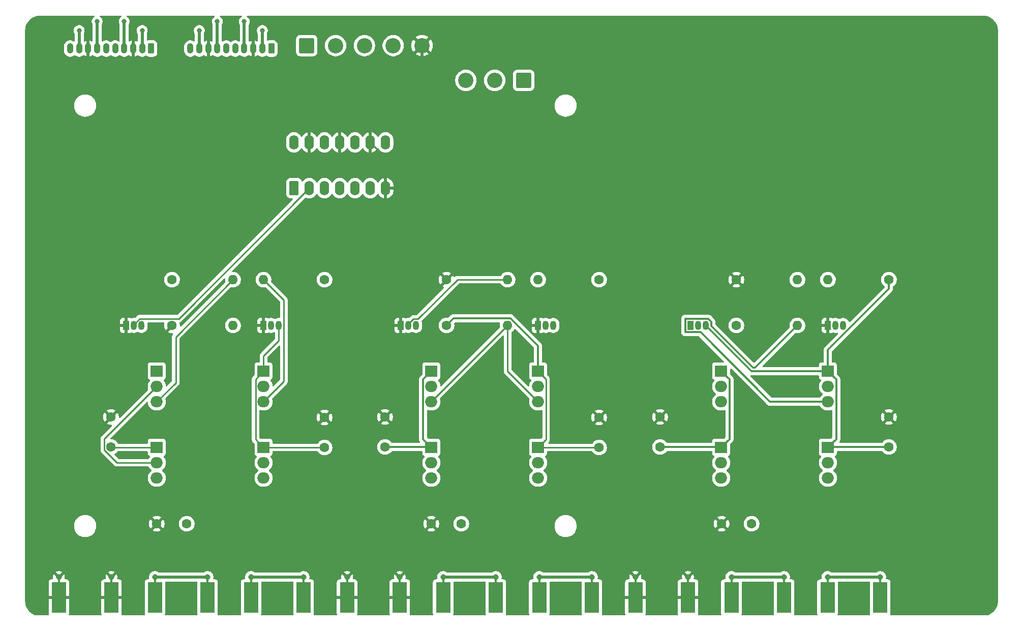
<source format=gbl>
G04 #@! TF.GenerationSoftware,KiCad,Pcbnew,9.0.0*
G04 #@! TF.CreationDate,2025-06-03T18:34:14-07:00*
G04 #@! TF.ProjectId,H_bridge,485f6272-6964-4676-952e-6b696361645f,rev?*
G04 #@! TF.SameCoordinates,Original*
G04 #@! TF.FileFunction,Copper,L4,Bot*
G04 #@! TF.FilePolarity,Positive*
%FSLAX46Y46*%
G04 Gerber Fmt 4.6, Leading zero omitted, Abs format (unit mm)*
G04 Created by KiCad (PCBNEW 9.0.0) date 2025-06-03 18:34:14*
%MOMM*%
%LPD*%
G01*
G04 APERTURE LIST*
G04 Aperture macros list*
%AMRoundRect*
0 Rectangle with rounded corners*
0 $1 Rounding radius*
0 $2 $3 $4 $5 $6 $7 $8 $9 X,Y pos of 4 corners*
0 Add a 4 corners polygon primitive as box body*
4,1,4,$2,$3,$4,$5,$6,$7,$8,$9,$2,$3,0*
0 Add four circle primitives for the rounded corners*
1,1,$1+$1,$2,$3*
1,1,$1+$1,$4,$5*
1,1,$1+$1,$6,$7*
1,1,$1+$1,$8,$9*
0 Add four rect primitives between the rounded corners*
20,1,$1+$1,$2,$3,$4,$5,0*
20,1,$1+$1,$4,$5,$6,$7,0*
20,1,$1+$1,$6,$7,$8,$9,0*
20,1,$1+$1,$8,$9,$2,$3,0*%
G04 Aperture macros list end*
G04 #@! TA.AperFunction,ComponentPad*
%ADD10C,1.600000*%
G04 #@! TD*
G04 #@! TA.AperFunction,ComponentPad*
%ADD11O,1.600000X1.600000*%
G04 #@! TD*
G04 #@! TA.AperFunction,ComponentPad*
%ADD12RoundRect,0.249999X-1.025001X-1.025001X1.025001X-1.025001X1.025001X1.025001X-1.025001X1.025001X0*%
G04 #@! TD*
G04 #@! TA.AperFunction,ComponentPad*
%ADD13C,2.550000*%
G04 #@! TD*
G04 #@! TA.AperFunction,ComponentPad*
%ADD14R,1.050000X1.500000*%
G04 #@! TD*
G04 #@! TA.AperFunction,ComponentPad*
%ADD15O,1.050000X1.500000*%
G04 #@! TD*
G04 #@! TA.AperFunction,ComponentPad*
%ADD16RoundRect,0.250000X0.265000X0.615000X-0.265000X0.615000X-0.265000X-0.615000X0.265000X-0.615000X0*%
G04 #@! TD*
G04 #@! TA.AperFunction,ComponentPad*
%ADD17O,1.030000X1.730000*%
G04 #@! TD*
G04 #@! TA.AperFunction,SMDPad,CuDef*
%ADD18R,2.420000X5.080000*%
G04 #@! TD*
G04 #@! TA.AperFunction,SMDPad,CuDef*
%ADD19R,0.460000X0.950000*%
G04 #@! TD*
G04 #@! TA.AperFunction,ComponentPad*
%ADD20C,0.970000*%
G04 #@! TD*
G04 #@! TA.AperFunction,ComponentPad*
%ADD21R,2.000000X1.905000*%
G04 #@! TD*
G04 #@! TA.AperFunction,ComponentPad*
%ADD22O,2.000000X1.905000*%
G04 #@! TD*
G04 #@! TA.AperFunction,ComponentPad*
%ADD23RoundRect,0.250000X0.550000X-0.950000X0.550000X0.950000X-0.550000X0.950000X-0.550000X-0.950000X0*%
G04 #@! TD*
G04 #@! TA.AperFunction,ComponentPad*
%ADD24O,1.600000X2.400000*%
G04 #@! TD*
G04 #@! TA.AperFunction,ComponentPad*
%ADD25RoundRect,0.249999X1.025001X1.025001X-1.025001X1.025001X-1.025001X-1.025001X1.025001X-1.025001X0*%
G04 #@! TD*
G04 #@! TA.AperFunction,ViaPad*
%ADD26C,0.800000*%
G04 #@! TD*
G04 #@! TA.AperFunction,Conductor*
%ADD27C,0.350000*%
G04 #@! TD*
G04 #@! TA.AperFunction,Conductor*
%ADD28C,0.500000*%
G04 #@! TD*
G04 #@! TA.AperFunction,Conductor*
%ADD29C,0.250000*%
G04 #@! TD*
G04 APERTURE END LIST*
D10*
X149860000Y-93980000D03*
D11*
X139700000Y-93980000D03*
D10*
X172640000Y-134620000D03*
X167640000Y-134620000D03*
D12*
X146900000Y-55000000D03*
D13*
X151700000Y-55000000D03*
X156500000Y-55000000D03*
X161300000Y-55000000D03*
X166100000Y-55000000D03*
D14*
X116840000Y-101600000D03*
D15*
X118110000Y-101600000D03*
X119380000Y-101600000D03*
D16*
X141000000Y-55500000D03*
D17*
X139500000Y-55500000D03*
X138000000Y-55500000D03*
X136500000Y-55500000D03*
X135000000Y-55500000D03*
X133500000Y-55500000D03*
X132000000Y-55500000D03*
X130500000Y-55500000D03*
X129000000Y-55500000D03*
X127500000Y-55500000D03*
D14*
X139700000Y-101600000D03*
D15*
X140970000Y-101600000D03*
X142240000Y-101600000D03*
D10*
X218440000Y-93980000D03*
D11*
X228600000Y-93980000D03*
D18*
X201620000Y-146930000D03*
X210380000Y-146930000D03*
D19*
X201620000Y-143940000D03*
X210380000Y-143940000D03*
D20*
X201620000Y-143490000D03*
X210380000Y-143490000D03*
D10*
X114300000Y-121840000D03*
X114300000Y-116840000D03*
D18*
X233620000Y-146930000D03*
X242380000Y-146930000D03*
D19*
X233620000Y-143940000D03*
X242380000Y-143940000D03*
D20*
X233620000Y-143490000D03*
X242380000Y-143490000D03*
D21*
X167640000Y-109220000D03*
D22*
X167640000Y-111760000D03*
X167640000Y-114300000D03*
D21*
X233680000Y-121920000D03*
D22*
X233680000Y-124460000D03*
X233680000Y-127000000D03*
D21*
X185420000Y-109220000D03*
D22*
X185420000Y-111760000D03*
X185420000Y-114300000D03*
D10*
X124460000Y-101600000D03*
D11*
X134620000Y-101600000D03*
D21*
X139700000Y-121920000D03*
D22*
X139700000Y-124460000D03*
X139700000Y-127000000D03*
D14*
X162560000Y-101600000D03*
D15*
X163830000Y-101600000D03*
X165100000Y-101600000D03*
D10*
X220980000Y-134620000D03*
X215980000Y-134620000D03*
D18*
X153620000Y-146930000D03*
X162380000Y-146930000D03*
D19*
X153620000Y-143940000D03*
X162380000Y-143940000D03*
D20*
X153620000Y-143490000D03*
X162380000Y-143490000D03*
D10*
X195580000Y-93980000D03*
D11*
X185420000Y-93980000D03*
D21*
X185420000Y-121920000D03*
D22*
X185420000Y-124460000D03*
X185420000Y-127000000D03*
D10*
X159940000Y-121840000D03*
X159940000Y-116840000D03*
D21*
X139700000Y-109220000D03*
D22*
X139700000Y-111760000D03*
X139700000Y-114300000D03*
D23*
X144780000Y-78740000D03*
D24*
X147320000Y-78740000D03*
X149860000Y-78740000D03*
X152400000Y-78740000D03*
X154940000Y-78740000D03*
X157480000Y-78740000D03*
X160020000Y-78740000D03*
X160020000Y-71120000D03*
X157480000Y-71120000D03*
X154940000Y-71120000D03*
X152400000Y-71120000D03*
X149860000Y-71120000D03*
X147320000Y-71120000D03*
X144780000Y-71120000D03*
D10*
X124460000Y-93980000D03*
D11*
X134620000Y-93980000D03*
D10*
X243840000Y-93980000D03*
D11*
X233680000Y-93980000D03*
D21*
X167640000Y-121920000D03*
D22*
X167640000Y-124460000D03*
X167640000Y-127000000D03*
D18*
X217620000Y-146930000D03*
X226380000Y-146930000D03*
D19*
X217620000Y-143940000D03*
X226380000Y-143940000D03*
D20*
X217620000Y-143490000D03*
X226380000Y-143490000D03*
D21*
X215900000Y-121920000D03*
D22*
X215900000Y-124460000D03*
X215900000Y-127000000D03*
D18*
X105620000Y-146930000D03*
X114380000Y-146930000D03*
D19*
X105620000Y-143940000D03*
X114380000Y-143940000D03*
D20*
X105620000Y-143490000D03*
X114380000Y-143490000D03*
D10*
X218440000Y-101600000D03*
D11*
X228600000Y-101600000D03*
D10*
X195580000Y-121920000D03*
X195580000Y-116920000D03*
D18*
X185620000Y-146930000D03*
X194380000Y-146930000D03*
D19*
X185620000Y-143940000D03*
X194380000Y-143940000D03*
D20*
X185620000Y-143490000D03*
X194380000Y-143490000D03*
D10*
X170180000Y-101600000D03*
D11*
X180340000Y-101600000D03*
D10*
X149860000Y-121920000D03*
X149860000Y-116920000D03*
X126920000Y-134620000D03*
X121920000Y-134620000D03*
D18*
X169620000Y-146930000D03*
X178380000Y-146930000D03*
D19*
X169620000Y-143940000D03*
X178380000Y-143940000D03*
D20*
X169620000Y-143490000D03*
X178380000Y-143490000D03*
D18*
X137620000Y-146930000D03*
X146380000Y-146930000D03*
D19*
X137620000Y-143940000D03*
X146380000Y-143940000D03*
D20*
X137620000Y-143490000D03*
X146380000Y-143490000D03*
D16*
X121000000Y-55500000D03*
D17*
X119500000Y-55500000D03*
X118000000Y-55500000D03*
X116500000Y-55500000D03*
X115000000Y-55500000D03*
X113500000Y-55500000D03*
X112000000Y-55500000D03*
X110500000Y-55500000D03*
X109000000Y-55500000D03*
X107500000Y-55500000D03*
D25*
X183000000Y-60800000D03*
D13*
X178200000Y-60800000D03*
X173400000Y-60800000D03*
D21*
X215900000Y-109220000D03*
D22*
X215900000Y-111760000D03*
X215900000Y-114300000D03*
D18*
X121620000Y-146930000D03*
X130380000Y-146930000D03*
D19*
X121620000Y-143940000D03*
X130380000Y-143940000D03*
D20*
X121620000Y-143490000D03*
X130380000Y-143490000D03*
D21*
X121920000Y-109220000D03*
D22*
X121920000Y-111760000D03*
X121920000Y-114300000D03*
D10*
X205740000Y-121840000D03*
X205740000Y-116840000D03*
D21*
X233680000Y-109220000D03*
D22*
X233680000Y-111760000D03*
X233680000Y-114300000D03*
D14*
X210820000Y-101600000D03*
D15*
X212090000Y-101600000D03*
X213360000Y-101600000D03*
D14*
X185420000Y-101600000D03*
D15*
X186690000Y-101600000D03*
X187960000Y-101600000D03*
D21*
X121920000Y-121920000D03*
D22*
X121920000Y-124460000D03*
X121920000Y-127000000D03*
D10*
X170180000Y-93980000D03*
D11*
X180340000Y-93980000D03*
D10*
X243840000Y-121840000D03*
X243840000Y-116840000D03*
D14*
X233680000Y-101600000D03*
D15*
X234950000Y-101600000D03*
X236220000Y-101600000D03*
D26*
X136500000Y-51000000D03*
X112000000Y-51000000D03*
X116500000Y-51000000D03*
X132000000Y-51000000D03*
X129000000Y-52500000D03*
X109000000Y-52500000D03*
X119500000Y-52500000D03*
X139500000Y-52500000D03*
D27*
X157480000Y-71120000D02*
X157480000Y-66020000D01*
X157480000Y-66020000D02*
X165500000Y-58000000D01*
D28*
X165500000Y-58000000D02*
X166100000Y-57400000D01*
D27*
X160020000Y-73660000D02*
X157480000Y-71120000D01*
D28*
X118000000Y-57500000D02*
X118500000Y-58000000D01*
X110500000Y-57500000D02*
X111000000Y-58000000D01*
X130500000Y-57500000D02*
X131000000Y-58000000D01*
X117500000Y-58000000D02*
X118000000Y-57500000D01*
X118500000Y-58000000D02*
X130000000Y-58000000D01*
X110500000Y-55500000D02*
X110500000Y-57500000D01*
X138000000Y-57500000D02*
X138500000Y-58000000D01*
D27*
X160020000Y-78740000D02*
X160020000Y-73660000D01*
D28*
X137500000Y-58000000D02*
X138000000Y-57500000D01*
X130500000Y-55500000D02*
X130500000Y-57500000D01*
X130000000Y-58000000D02*
X130500000Y-57500000D01*
X138000000Y-55500000D02*
X138000000Y-57500000D01*
X138500000Y-58000000D02*
X165500000Y-58000000D01*
X131000000Y-58000000D02*
X137500000Y-58000000D01*
X166100000Y-57400000D02*
X166100000Y-55000000D01*
X111000000Y-58000000D02*
X117500000Y-58000000D01*
X118000000Y-55500000D02*
X118000000Y-57500000D01*
X116500000Y-51000000D02*
X116500000Y-55500000D01*
X136500000Y-51000000D02*
X136500000Y-55500000D01*
X112000000Y-51000000D02*
X112000000Y-55500000D01*
X132000000Y-51000000D02*
X132000000Y-55500000D01*
X129000000Y-52500000D02*
X129000000Y-55500000D01*
X139500000Y-52500000D02*
X139500000Y-55500000D01*
X119500000Y-52500000D02*
X119500000Y-55500000D01*
X109000000Y-52500000D02*
X109000000Y-55500000D01*
D29*
X121920000Y-121920000D02*
X114380000Y-121920000D01*
X114380000Y-121920000D02*
X114300000Y-121840000D01*
X139700000Y-106680000D02*
X139700000Y-109220000D01*
X142240000Y-104140000D02*
X139700000Y-106680000D01*
X149860000Y-121920000D02*
X139700000Y-121920000D01*
X142240000Y-101600000D02*
X142240000Y-104140000D01*
X138374000Y-110546000D02*
X138374000Y-120594000D01*
X139700000Y-109220000D02*
X138374000Y-110546000D01*
X138374000Y-120594000D02*
X139700000Y-121920000D01*
X125073000Y-111147000D02*
X125073000Y-103527000D01*
X139700000Y-93980000D02*
X143091000Y-97371000D01*
X121920000Y-114300000D02*
X125073000Y-111147000D01*
X125073000Y-103527000D02*
X134620000Y-93980000D01*
X143091000Y-97371000D02*
X143091000Y-110909000D01*
X143091000Y-110909000D02*
X139700000Y-114300000D01*
X180340000Y-101600000D02*
X180340000Y-109220000D01*
X180340000Y-109220000D02*
X185420000Y-114300000D01*
X167640000Y-114300000D02*
X180340000Y-101600000D01*
D27*
X166264000Y-110596000D02*
X167640000Y-109220000D01*
X166264000Y-120544000D02*
X166264000Y-110596000D01*
X167640000Y-121920000D02*
X166264000Y-120544000D01*
X159940000Y-121840000D02*
X167560000Y-121840000D01*
X167560000Y-121840000D02*
X167640000Y-121920000D01*
X180827116Y-100424000D02*
X171356000Y-100424000D01*
D29*
X186746000Y-120594000D02*
X186746000Y-110546000D01*
X185420000Y-121920000D02*
X186746000Y-120594000D01*
D27*
X185420000Y-109220000D02*
X185420000Y-105016884D01*
D29*
X186746000Y-110546000D02*
X185420000Y-109220000D01*
D27*
X171356000Y-100424000D02*
X170180000Y-101600000D01*
X185420000Y-105016884D02*
X180827116Y-100424000D01*
D29*
X185420000Y-121920000D02*
X195580000Y-121920000D01*
D27*
X214261000Y-101721768D02*
X221208232Y-108669000D01*
X221531000Y-108669000D02*
X228600000Y-101600000D01*
X221208232Y-108669000D02*
X221531000Y-108669000D01*
X214261000Y-101001794D02*
X214261000Y-101721768D01*
X213733206Y-100474000D02*
X214261000Y-101001794D01*
X209919000Y-100474000D02*
X213733206Y-100474000D01*
X224037206Y-114300000D02*
X212463206Y-102726000D01*
X233680000Y-114300000D02*
X224037206Y-114300000D01*
X212463206Y-102726000D02*
X209919000Y-102726000D01*
X209919000Y-102726000D02*
X209919000Y-100474000D01*
X217276000Y-110596000D02*
X215900000Y-109220000D01*
X217276000Y-120544000D02*
X217276000Y-110596000D01*
D29*
X215820000Y-109300000D02*
X215900000Y-109220000D01*
D27*
X205740000Y-121840000D02*
X215820000Y-121840000D01*
X215900000Y-121920000D02*
X217276000Y-120544000D01*
X215820000Y-121840000D02*
X215900000Y-121920000D01*
X233680000Y-109220000D02*
X220980000Y-109220000D01*
X235056000Y-120544000D02*
X235056000Y-110596000D01*
X220980000Y-109220000D02*
X213360000Y-101600000D01*
X243840000Y-95479206D02*
X233680000Y-105639206D01*
X233760000Y-121840000D02*
X233680000Y-121920000D01*
X233680000Y-121920000D02*
X235056000Y-120544000D01*
X243840000Y-93980000D02*
X243840000Y-95479206D01*
X235056000Y-110596000D02*
X233680000Y-109220000D01*
X233680000Y-105639206D02*
X233680000Y-109220000D01*
X243840000Y-121840000D02*
X233760000Y-121840000D01*
D28*
X121620000Y-143490000D02*
X130380000Y-143490000D01*
X137620000Y-143490000D02*
X146380000Y-143490000D01*
D29*
X113174000Y-122306405D02*
X115327595Y-124460000D01*
X121920000Y-111760000D02*
X113174000Y-120506000D01*
X115327595Y-124460000D02*
X121920000Y-124460000D01*
X113174000Y-120506000D02*
X113174000Y-122306405D01*
X163830000Y-101375000D02*
X163830000Y-101600000D01*
X171996496Y-93980000D02*
X165452496Y-100524000D01*
X180340000Y-93980000D02*
X171996496Y-93980000D01*
X164681000Y-100524000D02*
X163830000Y-101375000D01*
X165452496Y-100524000D02*
X164681000Y-100524000D01*
D28*
X169620000Y-143490000D02*
X178380000Y-143490000D01*
X185620000Y-143490000D02*
X194380000Y-143490000D01*
X217620000Y-143490000D02*
X226380000Y-143490000D01*
X233620000Y-143490000D02*
X242380000Y-143490000D01*
D29*
X125586000Y-100474000D02*
X119077504Y-100474000D01*
X147320000Y-78740000D02*
X125586000Y-100474000D01*
X119077504Y-100474000D02*
X118110000Y-101441504D01*
X118110000Y-101441504D02*
X118110000Y-101600000D01*
G04 #@! TA.AperFunction,Conductor*
G36*
X111533265Y-50020185D02*
G01*
X111579020Y-50072989D01*
X111588964Y-50142147D01*
X111559939Y-50205703D01*
X111535117Y-50227602D01*
X111425965Y-50300535D01*
X111425961Y-50300538D01*
X111300538Y-50425961D01*
X111300535Y-50425965D01*
X111201990Y-50573446D01*
X111201983Y-50573459D01*
X111134106Y-50737332D01*
X111134103Y-50737341D01*
X111099500Y-50911304D01*
X111099500Y-51088695D01*
X111134103Y-51262658D01*
X111134106Y-51262667D01*
X111201984Y-51426542D01*
X111201985Y-51426543D01*
X111201987Y-51426547D01*
X111228602Y-51466378D01*
X111249480Y-51533055D01*
X111249500Y-51535269D01*
X111249500Y-54198081D01*
X111229815Y-54265120D01*
X111177011Y-54310875D01*
X111107853Y-54320819D01*
X111056610Y-54301184D01*
X110980787Y-54250521D01*
X110980780Y-54250517D01*
X110796065Y-54174006D01*
X110796057Y-54174004D01*
X110750000Y-54164842D01*
X110750000Y-55233811D01*
X110724116Y-55207927D01*
X110640885Y-55159874D01*
X110548053Y-55135000D01*
X110451947Y-55135000D01*
X110359115Y-55159874D01*
X110275884Y-55207927D01*
X110250000Y-55233811D01*
X110250000Y-54164843D01*
X110249999Y-54164842D01*
X110203942Y-54174004D01*
X110203934Y-54174006D01*
X110019219Y-54250517D01*
X110019212Y-54250521D01*
X109943390Y-54301184D01*
X109876713Y-54322061D01*
X109809333Y-54303576D01*
X109762643Y-54251597D01*
X109750500Y-54198081D01*
X109750500Y-53035269D01*
X109770185Y-52968230D01*
X109771398Y-52966378D01*
X109798013Y-52926547D01*
X109865894Y-52762666D01*
X109900500Y-52588691D01*
X109900500Y-52411309D01*
X109900500Y-52411306D01*
X109900499Y-52411304D01*
X109865896Y-52237341D01*
X109865893Y-52237332D01*
X109860133Y-52223427D01*
X109848923Y-52196363D01*
X109798016Y-52073459D01*
X109798009Y-52073446D01*
X109699464Y-51925965D01*
X109699461Y-51925961D01*
X109574038Y-51800538D01*
X109574034Y-51800535D01*
X109426553Y-51701990D01*
X109426540Y-51701983D01*
X109262667Y-51634106D01*
X109262658Y-51634103D01*
X109088694Y-51599500D01*
X109088691Y-51599500D01*
X108911309Y-51599500D01*
X108911306Y-51599500D01*
X108737341Y-51634103D01*
X108737332Y-51634106D01*
X108573459Y-51701983D01*
X108573446Y-51701990D01*
X108425965Y-51800535D01*
X108425961Y-51800538D01*
X108300538Y-51925961D01*
X108300535Y-51925965D01*
X108201990Y-52073446D01*
X108201983Y-52073459D01*
X108134106Y-52237332D01*
X108134103Y-52237341D01*
X108099500Y-52411304D01*
X108099500Y-52588695D01*
X108134103Y-52762658D01*
X108134106Y-52762667D01*
X108201984Y-52926542D01*
X108201985Y-52926543D01*
X108201987Y-52926547D01*
X108228602Y-52966378D01*
X108249480Y-53033055D01*
X108249500Y-53035269D01*
X108249500Y-54197479D01*
X108229815Y-54264518D01*
X108177011Y-54310273D01*
X108107853Y-54320217D01*
X108056610Y-54300581D01*
X107981031Y-54250081D01*
X107981013Y-54250071D01*
X107796215Y-54173526D01*
X107796203Y-54173523D01*
X107600022Y-54134500D01*
X107600018Y-54134500D01*
X107399982Y-54134500D01*
X107399977Y-54134500D01*
X107203796Y-54173523D01*
X107203784Y-54173526D01*
X107018986Y-54250071D01*
X107018973Y-54250078D01*
X106852656Y-54361208D01*
X106852652Y-54361211D01*
X106711211Y-54502652D01*
X106711208Y-54502656D01*
X106600078Y-54668973D01*
X106600071Y-54668986D01*
X106523526Y-54853784D01*
X106523523Y-54853796D01*
X106484500Y-55049977D01*
X106484500Y-55950022D01*
X106523523Y-56146203D01*
X106523526Y-56146215D01*
X106600071Y-56331013D01*
X106600078Y-56331026D01*
X106711208Y-56497343D01*
X106711211Y-56497347D01*
X106852652Y-56638788D01*
X106852656Y-56638791D01*
X107018973Y-56749921D01*
X107018986Y-56749928D01*
X107202625Y-56825993D01*
X107203789Y-56826475D01*
X107347185Y-56854998D01*
X107399977Y-56865499D01*
X107399981Y-56865500D01*
X107399982Y-56865500D01*
X107600019Y-56865500D01*
X107600020Y-56865499D01*
X107796211Y-56826475D01*
X107981020Y-56749925D01*
X108147344Y-56638791D01*
X108162318Y-56623816D01*
X108223639Y-56590331D01*
X108293331Y-56595314D01*
X108337681Y-56623816D01*
X108352264Y-56638399D01*
X108352657Y-56638792D01*
X108518973Y-56749921D01*
X108518986Y-56749928D01*
X108702625Y-56825993D01*
X108703789Y-56826475D01*
X108847185Y-56854998D01*
X108899977Y-56865499D01*
X108899981Y-56865500D01*
X108899982Y-56865500D01*
X109100019Y-56865500D01*
X109100020Y-56865499D01*
X109296211Y-56826475D01*
X109481020Y-56749925D01*
X109647344Y-56638791D01*
X109662671Y-56623463D01*
X109723989Y-56589978D01*
X109793681Y-56594959D01*
X109838034Y-56623462D01*
X109852971Y-56638399D01*
X109852975Y-56638402D01*
X110019210Y-56749477D01*
X110019223Y-56749484D01*
X110203929Y-56825991D01*
X110203936Y-56825993D01*
X110250000Y-56835155D01*
X110250000Y-55766189D01*
X110275884Y-55792073D01*
X110359115Y-55840126D01*
X110451947Y-55865000D01*
X110548053Y-55865000D01*
X110640885Y-55840126D01*
X110724116Y-55792073D01*
X110750000Y-55766189D01*
X110750000Y-56835154D01*
X110796063Y-56825993D01*
X110796070Y-56825991D01*
X110980776Y-56749484D01*
X110980789Y-56749477D01*
X111147023Y-56638403D01*
X111161962Y-56623464D01*
X111223285Y-56589977D01*
X111292977Y-56594960D01*
X111337329Y-56623464D01*
X111352653Y-56638789D01*
X111352656Y-56638791D01*
X111518973Y-56749921D01*
X111518986Y-56749928D01*
X111702625Y-56825993D01*
X111703789Y-56826475D01*
X111847185Y-56854998D01*
X111899977Y-56865499D01*
X111899981Y-56865500D01*
X111899982Y-56865500D01*
X112100019Y-56865500D01*
X112100020Y-56865499D01*
X112296211Y-56826475D01*
X112481020Y-56749925D01*
X112647344Y-56638791D01*
X112662318Y-56623816D01*
X112723639Y-56590331D01*
X112793331Y-56595314D01*
X112837681Y-56623816D01*
X112852264Y-56638399D01*
X112852657Y-56638792D01*
X113018973Y-56749921D01*
X113018986Y-56749928D01*
X113202625Y-56825993D01*
X113203789Y-56826475D01*
X113347185Y-56854998D01*
X113399977Y-56865499D01*
X113399981Y-56865500D01*
X113399982Y-56865500D01*
X113600019Y-56865500D01*
X113600020Y-56865499D01*
X113796211Y-56826475D01*
X113981020Y-56749925D01*
X114147344Y-56638791D01*
X114162318Y-56623816D01*
X114223639Y-56590331D01*
X114293331Y-56595314D01*
X114337681Y-56623816D01*
X114352264Y-56638399D01*
X114352657Y-56638792D01*
X114518973Y-56749921D01*
X114518986Y-56749928D01*
X114702625Y-56825993D01*
X114703789Y-56826475D01*
X114847185Y-56854998D01*
X114899977Y-56865499D01*
X114899981Y-56865500D01*
X114899982Y-56865500D01*
X115100019Y-56865500D01*
X115100020Y-56865499D01*
X115296211Y-56826475D01*
X115481020Y-56749925D01*
X115647344Y-56638791D01*
X115662318Y-56623816D01*
X115723639Y-56590331D01*
X115793331Y-56595314D01*
X115837681Y-56623816D01*
X115852264Y-56638399D01*
X115852657Y-56638792D01*
X116018973Y-56749921D01*
X116018986Y-56749928D01*
X116202625Y-56825993D01*
X116203789Y-56826475D01*
X116347185Y-56854998D01*
X116399977Y-56865499D01*
X116399981Y-56865500D01*
X116399982Y-56865500D01*
X116600019Y-56865500D01*
X116600020Y-56865499D01*
X116796211Y-56826475D01*
X116981020Y-56749925D01*
X117147344Y-56638791D01*
X117162671Y-56623463D01*
X117223989Y-56589978D01*
X117293681Y-56594959D01*
X117338034Y-56623462D01*
X117352971Y-56638399D01*
X117352975Y-56638402D01*
X117519210Y-56749477D01*
X117519223Y-56749484D01*
X117703929Y-56825991D01*
X117703936Y-56825993D01*
X117750000Y-56835155D01*
X117750000Y-55766189D01*
X117775884Y-55792073D01*
X117859115Y-55840126D01*
X117951947Y-55865000D01*
X118048053Y-55865000D01*
X118140885Y-55840126D01*
X118224116Y-55792073D01*
X118250000Y-55766189D01*
X118250000Y-56835154D01*
X118296063Y-56825993D01*
X118296070Y-56825991D01*
X118480776Y-56749484D01*
X118480789Y-56749477D01*
X118647023Y-56638403D01*
X118661962Y-56623464D01*
X118723285Y-56589977D01*
X118792977Y-56594960D01*
X118837329Y-56623464D01*
X118852653Y-56638789D01*
X118852656Y-56638791D01*
X119018973Y-56749921D01*
X119018986Y-56749928D01*
X119202625Y-56825993D01*
X119203789Y-56826475D01*
X119347185Y-56854998D01*
X119399977Y-56865499D01*
X119399981Y-56865500D01*
X119399982Y-56865500D01*
X119600019Y-56865500D01*
X119600020Y-56865499D01*
X119796211Y-56826475D01*
X119981020Y-56749925D01*
X120092751Y-56675268D01*
X120159427Y-56654391D01*
X120226807Y-56672875D01*
X120249322Y-56690690D01*
X120266344Y-56707712D01*
X120415666Y-56799814D01*
X120582203Y-56854999D01*
X120684991Y-56865500D01*
X121315008Y-56865499D01*
X121315016Y-56865498D01*
X121315019Y-56865498D01*
X121371302Y-56859748D01*
X121417797Y-56854999D01*
X121584334Y-56799814D01*
X121733656Y-56707712D01*
X121857712Y-56583656D01*
X121949814Y-56434334D01*
X122004999Y-56267797D01*
X122015500Y-56165009D01*
X122015499Y-54834992D01*
X122004999Y-54732203D01*
X121949814Y-54565666D01*
X121857712Y-54416344D01*
X121733656Y-54292288D01*
X121589389Y-54203304D01*
X121584336Y-54200187D01*
X121584331Y-54200185D01*
X121582862Y-54199698D01*
X121417797Y-54145001D01*
X121417795Y-54145000D01*
X121315010Y-54134500D01*
X120684998Y-54134500D01*
X120684980Y-54134501D01*
X120582203Y-54145000D01*
X120582200Y-54145001D01*
X120413504Y-54200902D01*
X120343676Y-54203304D01*
X120283634Y-54167572D01*
X120252441Y-54105052D01*
X120250500Y-54083196D01*
X120250500Y-53035269D01*
X120270185Y-52968230D01*
X120271398Y-52966378D01*
X120298013Y-52926547D01*
X120365894Y-52762666D01*
X120400500Y-52588691D01*
X120400500Y-52411309D01*
X120400500Y-52411306D01*
X120400499Y-52411304D01*
X120365896Y-52237341D01*
X120365893Y-52237332D01*
X120360133Y-52223427D01*
X120348923Y-52196363D01*
X120298016Y-52073459D01*
X120298009Y-52073446D01*
X120199464Y-51925965D01*
X120199461Y-51925961D01*
X120074038Y-51800538D01*
X120074034Y-51800535D01*
X119926553Y-51701990D01*
X119926540Y-51701983D01*
X119762667Y-51634106D01*
X119762658Y-51634103D01*
X119588694Y-51599500D01*
X119588691Y-51599500D01*
X119411309Y-51599500D01*
X119411306Y-51599500D01*
X119237341Y-51634103D01*
X119237332Y-51634106D01*
X119073459Y-51701983D01*
X119073446Y-51701990D01*
X118925965Y-51800535D01*
X118925961Y-51800538D01*
X118800538Y-51925961D01*
X118800535Y-51925965D01*
X118701990Y-52073446D01*
X118701983Y-52073459D01*
X118634106Y-52237332D01*
X118634103Y-52237341D01*
X118599500Y-52411304D01*
X118599500Y-52588695D01*
X118634103Y-52762658D01*
X118634106Y-52762667D01*
X118701984Y-52926542D01*
X118701985Y-52926543D01*
X118701987Y-52926547D01*
X118728602Y-52966378D01*
X118749480Y-53033055D01*
X118749500Y-53035269D01*
X118749500Y-54198081D01*
X118729815Y-54265120D01*
X118677011Y-54310875D01*
X118607853Y-54320819D01*
X118556610Y-54301184D01*
X118480787Y-54250521D01*
X118480780Y-54250517D01*
X118296065Y-54174006D01*
X118296057Y-54174004D01*
X118250000Y-54164842D01*
X118250000Y-55233811D01*
X118224116Y-55207927D01*
X118140885Y-55159874D01*
X118048053Y-55135000D01*
X117951947Y-55135000D01*
X117859115Y-55159874D01*
X117775884Y-55207927D01*
X117750000Y-55233811D01*
X117750000Y-54164843D01*
X117749999Y-54164842D01*
X117703942Y-54174004D01*
X117703934Y-54174006D01*
X117519219Y-54250517D01*
X117519212Y-54250521D01*
X117443390Y-54301184D01*
X117376713Y-54322061D01*
X117309333Y-54303576D01*
X117262643Y-54251597D01*
X117250500Y-54198081D01*
X117250500Y-51535269D01*
X117270185Y-51468230D01*
X117271398Y-51466378D01*
X117298013Y-51426547D01*
X117365894Y-51262666D01*
X117400500Y-51088691D01*
X117400500Y-50911309D01*
X117400500Y-50911306D01*
X117400499Y-50911304D01*
X117365896Y-50737341D01*
X117365893Y-50737332D01*
X117298016Y-50573459D01*
X117298009Y-50573446D01*
X117199464Y-50425965D01*
X117199461Y-50425961D01*
X117074038Y-50300538D01*
X117074034Y-50300535D01*
X116964883Y-50227602D01*
X116920078Y-50173990D01*
X116911371Y-50104665D01*
X116941526Y-50041637D01*
X117000969Y-50004918D01*
X117033774Y-50000500D01*
X131466226Y-50000500D01*
X131533265Y-50020185D01*
X131579020Y-50072989D01*
X131588964Y-50142147D01*
X131559939Y-50205703D01*
X131535117Y-50227602D01*
X131425965Y-50300535D01*
X131425961Y-50300538D01*
X131300538Y-50425961D01*
X131300535Y-50425965D01*
X131201990Y-50573446D01*
X131201983Y-50573459D01*
X131134106Y-50737332D01*
X131134103Y-50737341D01*
X131099500Y-50911304D01*
X131099500Y-51088695D01*
X131134103Y-51262658D01*
X131134106Y-51262667D01*
X131201984Y-51426542D01*
X131201985Y-51426543D01*
X131201987Y-51426547D01*
X131228602Y-51466378D01*
X131249480Y-51533055D01*
X131249500Y-51535269D01*
X131249500Y-54198081D01*
X131229815Y-54265120D01*
X131177011Y-54310875D01*
X131107853Y-54320819D01*
X131056610Y-54301184D01*
X130980787Y-54250521D01*
X130980780Y-54250517D01*
X130796065Y-54174006D01*
X130796057Y-54174004D01*
X130750000Y-54164842D01*
X130750000Y-55233811D01*
X130724116Y-55207927D01*
X130640885Y-55159874D01*
X130548053Y-55135000D01*
X130451947Y-55135000D01*
X130359115Y-55159874D01*
X130275884Y-55207927D01*
X130250000Y-55233811D01*
X130250000Y-54164843D01*
X130249999Y-54164842D01*
X130203942Y-54174004D01*
X130203934Y-54174006D01*
X130019219Y-54250517D01*
X130019212Y-54250521D01*
X129943390Y-54301184D01*
X129876713Y-54322061D01*
X129809333Y-54303576D01*
X129762643Y-54251597D01*
X129750500Y-54198081D01*
X129750500Y-53035269D01*
X129770185Y-52968230D01*
X129771398Y-52966378D01*
X129798013Y-52926547D01*
X129865894Y-52762666D01*
X129900500Y-52588691D01*
X129900500Y-52411309D01*
X129900500Y-52411306D01*
X129900499Y-52411304D01*
X129865896Y-52237341D01*
X129865893Y-52237332D01*
X129860133Y-52223427D01*
X129848923Y-52196363D01*
X129798016Y-52073459D01*
X129798009Y-52073446D01*
X129699464Y-51925965D01*
X129699461Y-51925961D01*
X129574038Y-51800538D01*
X129574034Y-51800535D01*
X129426553Y-51701990D01*
X129426540Y-51701983D01*
X129262667Y-51634106D01*
X129262658Y-51634103D01*
X129088694Y-51599500D01*
X129088691Y-51599500D01*
X128911309Y-51599500D01*
X128911306Y-51599500D01*
X128737341Y-51634103D01*
X128737332Y-51634106D01*
X128573459Y-51701983D01*
X128573446Y-51701990D01*
X128425965Y-51800535D01*
X128425961Y-51800538D01*
X128300538Y-51925961D01*
X128300535Y-51925965D01*
X128201990Y-52073446D01*
X128201983Y-52073459D01*
X128134106Y-52237332D01*
X128134103Y-52237341D01*
X128099500Y-52411304D01*
X128099500Y-52588695D01*
X128134103Y-52762658D01*
X128134106Y-52762667D01*
X128201984Y-52926542D01*
X128201985Y-52926543D01*
X128201987Y-52926547D01*
X128228602Y-52966378D01*
X128249480Y-53033055D01*
X128249500Y-53035269D01*
X128249500Y-54197479D01*
X128229815Y-54264518D01*
X128177011Y-54310273D01*
X128107853Y-54320217D01*
X128056610Y-54300581D01*
X127981031Y-54250081D01*
X127981013Y-54250071D01*
X127796215Y-54173526D01*
X127796203Y-54173523D01*
X127600022Y-54134500D01*
X127600018Y-54134500D01*
X127399982Y-54134500D01*
X127399977Y-54134500D01*
X127203796Y-54173523D01*
X127203784Y-54173526D01*
X127018986Y-54250071D01*
X127018973Y-54250078D01*
X126852656Y-54361208D01*
X126852652Y-54361211D01*
X126711211Y-54502652D01*
X126711208Y-54502656D01*
X126600078Y-54668973D01*
X126600071Y-54668986D01*
X126523526Y-54853784D01*
X126523523Y-54853796D01*
X126484500Y-55049977D01*
X126484500Y-55950022D01*
X126523523Y-56146203D01*
X126523526Y-56146215D01*
X126600071Y-56331013D01*
X126600078Y-56331026D01*
X126711208Y-56497343D01*
X126711211Y-56497347D01*
X126852652Y-56638788D01*
X126852656Y-56638791D01*
X127018973Y-56749921D01*
X127018986Y-56749928D01*
X127202625Y-56825993D01*
X127203789Y-56826475D01*
X127347185Y-56854998D01*
X127399977Y-56865499D01*
X127399981Y-56865500D01*
X127399982Y-56865500D01*
X127600019Y-56865500D01*
X127600020Y-56865499D01*
X127796211Y-56826475D01*
X127981020Y-56749925D01*
X128147344Y-56638791D01*
X128162318Y-56623816D01*
X128223639Y-56590331D01*
X128293331Y-56595314D01*
X128337681Y-56623816D01*
X128352264Y-56638399D01*
X128352657Y-56638792D01*
X128518973Y-56749921D01*
X128518986Y-56749928D01*
X128702625Y-56825993D01*
X128703789Y-56826475D01*
X128847185Y-56854998D01*
X128899977Y-56865499D01*
X128899981Y-56865500D01*
X128899982Y-56865500D01*
X129100019Y-56865500D01*
X129100020Y-56865499D01*
X129296211Y-56826475D01*
X129481020Y-56749925D01*
X129647344Y-56638791D01*
X129662671Y-56623463D01*
X129723989Y-56589978D01*
X129793681Y-56594959D01*
X129838034Y-56623462D01*
X129852971Y-56638399D01*
X129852975Y-56638402D01*
X130019210Y-56749477D01*
X130019223Y-56749484D01*
X130203929Y-56825991D01*
X130203936Y-56825993D01*
X130250000Y-56835155D01*
X130250000Y-55766189D01*
X130275884Y-55792073D01*
X130359115Y-55840126D01*
X130451947Y-55865000D01*
X130548053Y-55865000D01*
X130640885Y-55840126D01*
X130724116Y-55792073D01*
X130750000Y-55766189D01*
X130750000Y-56835154D01*
X130796063Y-56825993D01*
X130796070Y-56825991D01*
X130980776Y-56749484D01*
X130980789Y-56749477D01*
X131147023Y-56638403D01*
X131161962Y-56623464D01*
X131223285Y-56589977D01*
X131292977Y-56594960D01*
X131337329Y-56623464D01*
X131352653Y-56638789D01*
X131352656Y-56638791D01*
X131518973Y-56749921D01*
X131518986Y-56749928D01*
X131702625Y-56825993D01*
X131703789Y-56826475D01*
X131847185Y-56854998D01*
X131899977Y-56865499D01*
X131899981Y-56865500D01*
X131899982Y-56865500D01*
X132100019Y-56865500D01*
X132100020Y-56865499D01*
X132296211Y-56826475D01*
X132481020Y-56749925D01*
X132647344Y-56638791D01*
X132662318Y-56623816D01*
X132723639Y-56590331D01*
X132793331Y-56595314D01*
X132837681Y-56623816D01*
X132852264Y-56638399D01*
X132852657Y-56638792D01*
X133018973Y-56749921D01*
X133018986Y-56749928D01*
X133202625Y-56825993D01*
X133203789Y-56826475D01*
X133347185Y-56854998D01*
X133399977Y-56865499D01*
X133399981Y-56865500D01*
X133399982Y-56865500D01*
X133600019Y-56865500D01*
X133600020Y-56865499D01*
X133796211Y-56826475D01*
X133981020Y-56749925D01*
X134147344Y-56638791D01*
X134162318Y-56623816D01*
X134223639Y-56590331D01*
X134293331Y-56595314D01*
X134337681Y-56623816D01*
X134352264Y-56638399D01*
X134352657Y-56638792D01*
X134518973Y-56749921D01*
X134518986Y-56749928D01*
X134702625Y-56825993D01*
X134703789Y-56826475D01*
X134847185Y-56854998D01*
X134899977Y-56865499D01*
X134899981Y-56865500D01*
X134899982Y-56865500D01*
X135100019Y-56865500D01*
X135100020Y-56865499D01*
X135296211Y-56826475D01*
X135481020Y-56749925D01*
X135647344Y-56638791D01*
X135662318Y-56623816D01*
X135723639Y-56590331D01*
X135793331Y-56595314D01*
X135837681Y-56623816D01*
X135852264Y-56638399D01*
X135852657Y-56638792D01*
X136018973Y-56749921D01*
X136018986Y-56749928D01*
X136202625Y-56825993D01*
X136203789Y-56826475D01*
X136347185Y-56854998D01*
X136399977Y-56865499D01*
X136399981Y-56865500D01*
X136399982Y-56865500D01*
X136600019Y-56865500D01*
X136600020Y-56865499D01*
X136796211Y-56826475D01*
X136981020Y-56749925D01*
X137147344Y-56638791D01*
X137162671Y-56623463D01*
X137223989Y-56589978D01*
X137293681Y-56594959D01*
X137338034Y-56623462D01*
X137352971Y-56638399D01*
X137352975Y-56638402D01*
X137519210Y-56749477D01*
X137519223Y-56749484D01*
X137703929Y-56825991D01*
X137703936Y-56825993D01*
X137750000Y-56835155D01*
X137750000Y-55766189D01*
X137775884Y-55792073D01*
X137859115Y-55840126D01*
X137951947Y-55865000D01*
X138048053Y-55865000D01*
X138140885Y-55840126D01*
X138224116Y-55792073D01*
X138250000Y-55766189D01*
X138250000Y-56835154D01*
X138296063Y-56825993D01*
X138296070Y-56825991D01*
X138480776Y-56749484D01*
X138480789Y-56749477D01*
X138647023Y-56638403D01*
X138661962Y-56623464D01*
X138723285Y-56589977D01*
X138792977Y-56594960D01*
X138837329Y-56623464D01*
X138852653Y-56638789D01*
X138852656Y-56638791D01*
X139018973Y-56749921D01*
X139018986Y-56749928D01*
X139202625Y-56825993D01*
X139203789Y-56826475D01*
X139347185Y-56854998D01*
X139399977Y-56865499D01*
X139399981Y-56865500D01*
X139399982Y-56865500D01*
X139600019Y-56865500D01*
X139600020Y-56865499D01*
X139796211Y-56826475D01*
X139981020Y-56749925D01*
X140092751Y-56675268D01*
X140159427Y-56654391D01*
X140226807Y-56672875D01*
X140249322Y-56690690D01*
X140266344Y-56707712D01*
X140415666Y-56799814D01*
X140582203Y-56854999D01*
X140684991Y-56865500D01*
X141315008Y-56865499D01*
X141315016Y-56865498D01*
X141315019Y-56865498D01*
X141371302Y-56859748D01*
X141417797Y-56854999D01*
X141584334Y-56799814D01*
X141733656Y-56707712D01*
X141857712Y-56583656D01*
X141949814Y-56434334D01*
X142004999Y-56267797D01*
X142015500Y-56165009D01*
X142015499Y-54834992D01*
X142004999Y-54732203D01*
X141949814Y-54565666D01*
X141857712Y-54416344D01*
X141733656Y-54292288D01*
X141589389Y-54203304D01*
X141584336Y-54200187D01*
X141584331Y-54200185D01*
X141582862Y-54199698D01*
X141417797Y-54145001D01*
X141417795Y-54145000D01*
X141315010Y-54134500D01*
X140684998Y-54134500D01*
X140684980Y-54134501D01*
X140582203Y-54145000D01*
X140582200Y-54145001D01*
X140413504Y-54200902D01*
X140385039Y-54201881D01*
X140356853Y-54205934D01*
X140350574Y-54203066D01*
X140343676Y-54203304D01*
X140319204Y-54188740D01*
X140293297Y-54176909D01*
X140289564Y-54171101D01*
X140283634Y-54167572D01*
X140270920Y-54142089D01*
X140255523Y-54118131D01*
X140254128Y-54108435D01*
X140252441Y-54105052D01*
X140250500Y-54083196D01*
X140250500Y-53924982D01*
X145124500Y-53924982D01*
X145124500Y-56075017D01*
X145135000Y-56177796D01*
X145185774Y-56331020D01*
X145190186Y-56344335D01*
X145282288Y-56493656D01*
X145406344Y-56617712D01*
X145555665Y-56709814D01*
X145722202Y-56764999D01*
X145824990Y-56775500D01*
X145824995Y-56775500D01*
X147975005Y-56775500D01*
X147975010Y-56775500D01*
X148077798Y-56764999D01*
X148244335Y-56709814D01*
X148393656Y-56617712D01*
X148517712Y-56493656D01*
X148609814Y-56344335D01*
X148664999Y-56177798D01*
X148675500Y-56075010D01*
X148675500Y-54883634D01*
X149924500Y-54883634D01*
X149924500Y-55116365D01*
X149924501Y-55116382D01*
X149954865Y-55347024D01*
X149954879Y-55347126D01*
X150008717Y-55548053D01*
X150015120Y-55571947D01*
X150104180Y-55786960D01*
X150104188Y-55786976D01*
X150220553Y-55988524D01*
X150220564Y-55988540D01*
X150362242Y-56173179D01*
X150362248Y-56173186D01*
X150526813Y-56337751D01*
X150526820Y-56337757D01*
X150633280Y-56419446D01*
X150711468Y-56479442D01*
X150711475Y-56479446D01*
X150913023Y-56595811D01*
X150913039Y-56595819D01*
X151128052Y-56684879D01*
X151128054Y-56684879D01*
X151128060Y-56684882D01*
X151352874Y-56745121D01*
X151583628Y-56775500D01*
X151583635Y-56775500D01*
X151816365Y-56775500D01*
X151816372Y-56775500D01*
X152047126Y-56745121D01*
X152271940Y-56684882D01*
X152383222Y-56638788D01*
X152486960Y-56595819D01*
X152486963Y-56595817D01*
X152486969Y-56595815D01*
X152688532Y-56479442D01*
X152873181Y-56337756D01*
X153037756Y-56173181D01*
X153179442Y-55988532D01*
X153295815Y-55786969D01*
X153384882Y-55571940D01*
X153445121Y-55347126D01*
X153475500Y-55116372D01*
X153475500Y-54883634D01*
X154724500Y-54883634D01*
X154724500Y-55116365D01*
X154724501Y-55116382D01*
X154754865Y-55347024D01*
X154754879Y-55347126D01*
X154808717Y-55548053D01*
X154815120Y-55571947D01*
X154904180Y-55786960D01*
X154904188Y-55786976D01*
X155020553Y-55988524D01*
X155020564Y-55988540D01*
X155162242Y-56173179D01*
X155162248Y-56173186D01*
X155326813Y-56337751D01*
X155326820Y-56337757D01*
X155433280Y-56419446D01*
X155511468Y-56479442D01*
X155511475Y-56479446D01*
X155713023Y-56595811D01*
X155713039Y-56595819D01*
X155928052Y-56684879D01*
X155928054Y-56684879D01*
X155928060Y-56684882D01*
X156152874Y-56745121D01*
X156383628Y-56775500D01*
X156383635Y-56775500D01*
X156616365Y-56775500D01*
X156616372Y-56775500D01*
X156847126Y-56745121D01*
X157071940Y-56684882D01*
X157183222Y-56638788D01*
X157286960Y-56595819D01*
X157286963Y-56595817D01*
X157286969Y-56595815D01*
X157488532Y-56479442D01*
X157673181Y-56337756D01*
X157837756Y-56173181D01*
X157979442Y-55988532D01*
X158095815Y-55786969D01*
X158184882Y-55571940D01*
X158245121Y-55347126D01*
X158275500Y-55116372D01*
X158275500Y-54883634D01*
X159524500Y-54883634D01*
X159524500Y-55116365D01*
X159524501Y-55116382D01*
X159554865Y-55347024D01*
X159554879Y-55347126D01*
X159608717Y-55548053D01*
X159615120Y-55571947D01*
X159704180Y-55786960D01*
X159704188Y-55786976D01*
X159820553Y-55988524D01*
X159820564Y-55988540D01*
X159962242Y-56173179D01*
X159962248Y-56173186D01*
X160126813Y-56337751D01*
X160126820Y-56337757D01*
X160233280Y-56419446D01*
X160311468Y-56479442D01*
X160311475Y-56479446D01*
X160513023Y-56595811D01*
X160513039Y-56595819D01*
X160728052Y-56684879D01*
X160728054Y-56684879D01*
X160728060Y-56684882D01*
X160952874Y-56745121D01*
X161183628Y-56775500D01*
X161183635Y-56775500D01*
X161416365Y-56775500D01*
X161416372Y-56775500D01*
X161647126Y-56745121D01*
X161871940Y-56684882D01*
X161983222Y-56638788D01*
X162086960Y-56595819D01*
X162086963Y-56595817D01*
X162086969Y-56595815D01*
X162288532Y-56479442D01*
X162473181Y-56337756D01*
X162479924Y-56331013D01*
X162527125Y-56283813D01*
X162637751Y-56173186D01*
X162637756Y-56173181D01*
X162779442Y-55988532D01*
X162895815Y-55786969D01*
X162984882Y-55571940D01*
X163045121Y-55347126D01*
X163075500Y-55116372D01*
X163075500Y-54883659D01*
X164325000Y-54883659D01*
X164325000Y-55116340D01*
X164355369Y-55347024D01*
X164415592Y-55571779D01*
X164504632Y-55786740D01*
X164504636Y-55786750D01*
X164620970Y-55988248D01*
X164680551Y-56065894D01*
X165403287Y-55343158D01*
X165413204Y-55367100D01*
X165498018Y-55494034D01*
X165605966Y-55601982D01*
X165732900Y-55686796D01*
X165756839Y-55696712D01*
X165034104Y-56419446D01*
X165034104Y-56419447D01*
X165111752Y-56479029D01*
X165313249Y-56595363D01*
X165313259Y-56595367D01*
X165528220Y-56684407D01*
X165752975Y-56744630D01*
X165983659Y-56775000D01*
X166216341Y-56775000D01*
X166447024Y-56744630D01*
X166671779Y-56684407D01*
X166886740Y-56595367D01*
X166886750Y-56595363D01*
X167088255Y-56479024D01*
X167165894Y-56419447D01*
X167165894Y-56419446D01*
X166443159Y-55696712D01*
X166467100Y-55686796D01*
X166594034Y-55601982D01*
X166701982Y-55494034D01*
X166786796Y-55367100D01*
X166796712Y-55343159D01*
X167519446Y-56065894D01*
X167519447Y-56065894D01*
X167579024Y-55988255D01*
X167695363Y-55786750D01*
X167695367Y-55786740D01*
X167784407Y-55571779D01*
X167844630Y-55347024D01*
X167875000Y-55116340D01*
X167875000Y-54883659D01*
X167844630Y-54652975D01*
X167784407Y-54428220D01*
X167695367Y-54213259D01*
X167695363Y-54213249D01*
X167579029Y-54011752D01*
X167519447Y-53934104D01*
X167519446Y-53934104D01*
X166796711Y-54656839D01*
X166786796Y-54632900D01*
X166701982Y-54505966D01*
X166594034Y-54398018D01*
X166467100Y-54313204D01*
X166443158Y-54303286D01*
X167165894Y-53580551D01*
X167088248Y-53520970D01*
X166886750Y-53404636D01*
X166886740Y-53404632D01*
X166671779Y-53315592D01*
X166447024Y-53255369D01*
X166216341Y-53225000D01*
X165983659Y-53225000D01*
X165752975Y-53255369D01*
X165528220Y-53315592D01*
X165313259Y-53404632D01*
X165313249Y-53404636D01*
X165111747Y-53520973D01*
X165034104Y-53580550D01*
X165034104Y-53580551D01*
X165756840Y-54303287D01*
X165732900Y-54313204D01*
X165605966Y-54398018D01*
X165498018Y-54505966D01*
X165413204Y-54632900D01*
X165403287Y-54656840D01*
X164680551Y-53934104D01*
X164680550Y-53934104D01*
X164620973Y-54011747D01*
X164504636Y-54213249D01*
X164504632Y-54213259D01*
X164415592Y-54428220D01*
X164355369Y-54652975D01*
X164325000Y-54883659D01*
X163075500Y-54883659D01*
X163075500Y-54883628D01*
X163045121Y-54652874D01*
X162984882Y-54428060D01*
X162980029Y-54416344D01*
X162895819Y-54213039D01*
X162895811Y-54213023D01*
X162779446Y-54011475D01*
X162779442Y-54011468D01*
X162637756Y-53826819D01*
X162637751Y-53826813D01*
X162473186Y-53662248D01*
X162473179Y-53662242D01*
X162288540Y-53520564D01*
X162288538Y-53520562D01*
X162288532Y-53520558D01*
X162288527Y-53520555D01*
X162288524Y-53520553D01*
X162086976Y-53404188D01*
X162086960Y-53404180D01*
X161871947Y-53315120D01*
X161778896Y-53290187D01*
X161647126Y-53254879D01*
X161647125Y-53254878D01*
X161647122Y-53254878D01*
X161416382Y-53224501D01*
X161416377Y-53224500D01*
X161416372Y-53224500D01*
X161183628Y-53224500D01*
X161183622Y-53224500D01*
X161183617Y-53224501D01*
X160952877Y-53254878D01*
X160728052Y-53315120D01*
X160513039Y-53404180D01*
X160513023Y-53404188D01*
X160311475Y-53520553D01*
X160311459Y-53520564D01*
X160126820Y-53662242D01*
X160126813Y-53662248D01*
X159962248Y-53826813D01*
X159962242Y-53826820D01*
X159820564Y-54011459D01*
X159820553Y-54011475D01*
X159704188Y-54213023D01*
X159704180Y-54213039D01*
X159615120Y-54428052D01*
X159554878Y-54652877D01*
X159524501Y-54883617D01*
X159524500Y-54883634D01*
X158275500Y-54883634D01*
X158275500Y-54883628D01*
X158245121Y-54652874D01*
X158184882Y-54428060D01*
X158180029Y-54416344D01*
X158095819Y-54213039D01*
X158095811Y-54213023D01*
X157979446Y-54011475D01*
X157979442Y-54011468D01*
X157837756Y-53826819D01*
X157837751Y-53826813D01*
X157673186Y-53662248D01*
X157673179Y-53662242D01*
X157488540Y-53520564D01*
X157488538Y-53520562D01*
X157488532Y-53520558D01*
X157488527Y-53520555D01*
X157488524Y-53520553D01*
X157286976Y-53404188D01*
X157286960Y-53404180D01*
X157071947Y-53315120D01*
X156978896Y-53290187D01*
X156847126Y-53254879D01*
X156847125Y-53254878D01*
X156847122Y-53254878D01*
X156616382Y-53224501D01*
X156616377Y-53224500D01*
X156616372Y-53224500D01*
X156383628Y-53224500D01*
X156383622Y-53224500D01*
X156383617Y-53224501D01*
X156152877Y-53254878D01*
X155928052Y-53315120D01*
X155713039Y-53404180D01*
X155713023Y-53404188D01*
X155511475Y-53520553D01*
X155511459Y-53520564D01*
X155326820Y-53662242D01*
X155326813Y-53662248D01*
X155162248Y-53826813D01*
X155162242Y-53826820D01*
X155020564Y-54011459D01*
X155020553Y-54011475D01*
X154904188Y-54213023D01*
X154904180Y-54213039D01*
X154815120Y-54428052D01*
X154754878Y-54652877D01*
X154724501Y-54883617D01*
X154724500Y-54883634D01*
X153475500Y-54883634D01*
X153475500Y-54883628D01*
X153445121Y-54652874D01*
X153384882Y-54428060D01*
X153380029Y-54416344D01*
X153295819Y-54213039D01*
X153295811Y-54213023D01*
X153179446Y-54011475D01*
X153179442Y-54011468D01*
X153037756Y-53826819D01*
X153037751Y-53826813D01*
X152873186Y-53662248D01*
X152873179Y-53662242D01*
X152688540Y-53520564D01*
X152688538Y-53520562D01*
X152688532Y-53520558D01*
X152688527Y-53520555D01*
X152688524Y-53520553D01*
X152486976Y-53404188D01*
X152486960Y-53404180D01*
X152271947Y-53315120D01*
X152178896Y-53290187D01*
X152047126Y-53254879D01*
X152047125Y-53254878D01*
X152047122Y-53254878D01*
X151816382Y-53224501D01*
X151816377Y-53224500D01*
X151816372Y-53224500D01*
X151583628Y-53224500D01*
X151583622Y-53224500D01*
X151583617Y-53224501D01*
X151352877Y-53254878D01*
X151128052Y-53315120D01*
X150913039Y-53404180D01*
X150913023Y-53404188D01*
X150711475Y-53520553D01*
X150711459Y-53520564D01*
X150526820Y-53662242D01*
X150526813Y-53662248D01*
X150362248Y-53826813D01*
X150362242Y-53826820D01*
X150220564Y-54011459D01*
X150220553Y-54011475D01*
X150104188Y-54213023D01*
X150104180Y-54213039D01*
X150015120Y-54428052D01*
X149954878Y-54652877D01*
X149924501Y-54883617D01*
X149924500Y-54883634D01*
X148675500Y-54883634D01*
X148675500Y-53924990D01*
X148664999Y-53822202D01*
X148609814Y-53655665D01*
X148517712Y-53506344D01*
X148393656Y-53382288D01*
X148285525Y-53315592D01*
X148244337Y-53290187D01*
X148244332Y-53290185D01*
X148242863Y-53289698D01*
X148077798Y-53235001D01*
X148077796Y-53235000D01*
X147975017Y-53224500D01*
X147975010Y-53224500D01*
X145824990Y-53224500D01*
X145824982Y-53224500D01*
X145722203Y-53235000D01*
X145722202Y-53235001D01*
X145660736Y-53255369D01*
X145555667Y-53290185D01*
X145555662Y-53290187D01*
X145406342Y-53382289D01*
X145282289Y-53506342D01*
X145190187Y-53655662D01*
X145190185Y-53655667D01*
X145162349Y-53739669D01*
X145135001Y-53822202D01*
X145135001Y-53822203D01*
X145135000Y-53822203D01*
X145124500Y-53924982D01*
X140250500Y-53924982D01*
X140250500Y-53035269D01*
X140270185Y-52968230D01*
X140271398Y-52966378D01*
X140298013Y-52926547D01*
X140365894Y-52762666D01*
X140400500Y-52588691D01*
X140400500Y-52411309D01*
X140400500Y-52411306D01*
X140400499Y-52411304D01*
X140365896Y-52237341D01*
X140365893Y-52237332D01*
X140360133Y-52223427D01*
X140348923Y-52196363D01*
X140298016Y-52073459D01*
X140298009Y-52073446D01*
X140199464Y-51925965D01*
X140199461Y-51925961D01*
X140074038Y-51800538D01*
X140074034Y-51800535D01*
X139926553Y-51701990D01*
X139926540Y-51701983D01*
X139762667Y-51634106D01*
X139762658Y-51634103D01*
X139588694Y-51599500D01*
X139588691Y-51599500D01*
X139411309Y-51599500D01*
X139411306Y-51599500D01*
X139237341Y-51634103D01*
X139237332Y-51634106D01*
X139073459Y-51701983D01*
X139073446Y-51701990D01*
X138925965Y-51800535D01*
X138925961Y-51800538D01*
X138800538Y-51925961D01*
X138800535Y-51925965D01*
X138701990Y-52073446D01*
X138701983Y-52073459D01*
X138634106Y-52237332D01*
X138634103Y-52237341D01*
X138599500Y-52411304D01*
X138599500Y-52588695D01*
X138634103Y-52762658D01*
X138634106Y-52762667D01*
X138701984Y-52926542D01*
X138701985Y-52926543D01*
X138701987Y-52926547D01*
X138728602Y-52966378D01*
X138749480Y-53033055D01*
X138749500Y-53035269D01*
X138749500Y-54198081D01*
X138729815Y-54265120D01*
X138677011Y-54310875D01*
X138607853Y-54320819D01*
X138556610Y-54301184D01*
X138480787Y-54250521D01*
X138480780Y-54250517D01*
X138296065Y-54174006D01*
X138296057Y-54174004D01*
X138250000Y-54164842D01*
X138250000Y-55233811D01*
X138224116Y-55207927D01*
X138140885Y-55159874D01*
X138048053Y-55135000D01*
X137951947Y-55135000D01*
X137859115Y-55159874D01*
X137775884Y-55207927D01*
X137750000Y-55233811D01*
X137750000Y-54164843D01*
X137749999Y-54164842D01*
X137703942Y-54174004D01*
X137703934Y-54174006D01*
X137519219Y-54250517D01*
X137519212Y-54250521D01*
X137443390Y-54301184D01*
X137376713Y-54322061D01*
X137309333Y-54303576D01*
X137262643Y-54251597D01*
X137250500Y-54198081D01*
X137250500Y-51535269D01*
X137270185Y-51468230D01*
X137271398Y-51466378D01*
X137298013Y-51426547D01*
X137365894Y-51262666D01*
X137400500Y-51088691D01*
X137400500Y-50911309D01*
X137400500Y-50911306D01*
X137400499Y-50911304D01*
X137365896Y-50737341D01*
X137365893Y-50737332D01*
X137298016Y-50573459D01*
X137298009Y-50573446D01*
X137199464Y-50425965D01*
X137199461Y-50425961D01*
X137074038Y-50300538D01*
X137074034Y-50300535D01*
X136964883Y-50227602D01*
X136920078Y-50173990D01*
X136911371Y-50104665D01*
X136941526Y-50041637D01*
X137000969Y-50004918D01*
X137033774Y-50000500D01*
X259496250Y-50000500D01*
X259503736Y-50000726D01*
X259767901Y-50016704D01*
X259776547Y-50017534D01*
X259838283Y-50025662D01*
X259844348Y-50026616D01*
X260072866Y-50068494D01*
X260082569Y-50070679D01*
X260135375Y-50084828D01*
X260140127Y-50086205D01*
X260319650Y-50142147D01*
X260370039Y-50157849D01*
X260380596Y-50161671D01*
X260415944Y-50176312D01*
X260419265Y-50177747D01*
X260654497Y-50283617D01*
X260654517Y-50283626D01*
X260665603Y-50289301D01*
X260666842Y-50290016D01*
X260668983Y-50291280D01*
X260913465Y-50439075D01*
X260925776Y-50447573D01*
X261028498Y-50528050D01*
X261151573Y-50624473D01*
X261162781Y-50634403D01*
X261365596Y-50837218D01*
X261375526Y-50848426D01*
X261552422Y-51074217D01*
X261560926Y-51086537D01*
X261562231Y-51088695D01*
X261708699Y-51330984D01*
X261709982Y-51333156D01*
X261710697Y-51334395D01*
X261716372Y-51345481D01*
X261822221Y-51580665D01*
X261823708Y-51584107D01*
X261838326Y-51619400D01*
X261842149Y-51629959D01*
X261913788Y-51859855D01*
X261915178Y-51864652D01*
X261929314Y-51917407D01*
X261931508Y-51927149D01*
X261973373Y-52155595D01*
X261974343Y-52161762D01*
X261982461Y-52223427D01*
X261983296Y-52232125D01*
X261999274Y-52496263D01*
X261999500Y-52503750D01*
X261999500Y-147496249D01*
X261999274Y-147503736D01*
X261983296Y-147767873D01*
X261982461Y-147776569D01*
X261982461Y-147776571D01*
X261974343Y-147838236D01*
X261973373Y-147844403D01*
X261931508Y-148072849D01*
X261929314Y-148082591D01*
X261915178Y-148135346D01*
X261913788Y-148140143D01*
X261842149Y-148370039D01*
X261838326Y-148380598D01*
X261823708Y-148415891D01*
X261822221Y-148419333D01*
X261716372Y-148654517D01*
X261710697Y-148665603D01*
X261709982Y-148666842D01*
X261708699Y-148669014D01*
X261560928Y-148913459D01*
X261552422Y-148925782D01*
X261375526Y-149151573D01*
X261365596Y-149162781D01*
X261162781Y-149365596D01*
X261151573Y-149375526D01*
X260925782Y-149552422D01*
X260913459Y-149560928D01*
X260669014Y-149708699D01*
X260666882Y-149709959D01*
X260665651Y-149710670D01*
X260654524Y-149716369D01*
X260419310Y-149822230D01*
X260415875Y-149823714D01*
X260380599Y-149838327D01*
X260370035Y-149842152D01*
X260351596Y-149847897D01*
X260330777Y-149854385D01*
X260293888Y-149860000D01*
X244157313Y-149860000D01*
X244090274Y-149840315D01*
X244044519Y-149787511D01*
X244034575Y-149718353D01*
X244041131Y-149692667D01*
X244084091Y-149577483D01*
X244086785Y-149552422D01*
X244090500Y-149517873D01*
X244090499Y-144342128D01*
X244084091Y-144282517D01*
X244072599Y-144251706D01*
X244033797Y-144147671D01*
X244033793Y-144147664D01*
X243947547Y-144032455D01*
X243947544Y-144032452D01*
X243832335Y-143946206D01*
X243832328Y-143946202D01*
X243697482Y-143895908D01*
X243697483Y-143895908D01*
X243637883Y-143889501D01*
X243637881Y-143889500D01*
X243637873Y-143889500D01*
X243637865Y-143889500D01*
X243456436Y-143889500D01*
X243389397Y-143869815D01*
X243343642Y-143817011D01*
X243333698Y-143747853D01*
X243334819Y-143741309D01*
X243365499Y-143587067D01*
X243365500Y-143587065D01*
X243365500Y-143392934D01*
X243327628Y-143202545D01*
X243327627Y-143202544D01*
X243327627Y-143202540D01*
X243253338Y-143023191D01*
X243145488Y-142861781D01*
X243145486Y-142861778D01*
X243008221Y-142724513D01*
X242847473Y-142617106D01*
X242846809Y-142616662D01*
X242667460Y-142542373D01*
X242667454Y-142542371D01*
X242477065Y-142504500D01*
X242477063Y-142504500D01*
X242282937Y-142504500D01*
X242282935Y-142504500D01*
X242092545Y-142542371D01*
X242092539Y-142542373D01*
X241913189Y-142616662D01*
X241760625Y-142718602D01*
X241693948Y-142739480D01*
X241691735Y-142739500D01*
X234308265Y-142739500D01*
X234241226Y-142719815D01*
X234239375Y-142718602D01*
X234086810Y-142616662D01*
X234086811Y-142616662D01*
X233907460Y-142542373D01*
X233907454Y-142542371D01*
X233717065Y-142504500D01*
X233717063Y-142504500D01*
X233522937Y-142504500D01*
X233522935Y-142504500D01*
X233332545Y-142542371D01*
X233332539Y-142542373D01*
X233153192Y-142616661D01*
X232991778Y-142724513D01*
X232854513Y-142861778D01*
X232746661Y-143023192D01*
X232672373Y-143202539D01*
X232672371Y-143202545D01*
X232634500Y-143392934D01*
X232634500Y-143587067D01*
X232665181Y-143741309D01*
X232658954Y-143810900D01*
X232616091Y-143866078D01*
X232550201Y-143889322D01*
X232543565Y-143889500D01*
X232362130Y-143889500D01*
X232362123Y-143889501D01*
X232302516Y-143895908D01*
X232167671Y-143946202D01*
X232167664Y-143946206D01*
X232052455Y-144032452D01*
X232052452Y-144032455D01*
X231966206Y-144147664D01*
X231966202Y-144147671D01*
X231915908Y-144282517D01*
X231909501Y-144342116D01*
X231909501Y-144342123D01*
X231909500Y-144342135D01*
X231909500Y-149517870D01*
X231909501Y-149517876D01*
X231915908Y-149577483D01*
X231958869Y-149692667D01*
X231963853Y-149762359D01*
X231930367Y-149823682D01*
X231869044Y-149857166D01*
X231842687Y-149860000D01*
X228157313Y-149860000D01*
X228090274Y-149840315D01*
X228044519Y-149787511D01*
X228034575Y-149718353D01*
X228041131Y-149692667D01*
X228084091Y-149577483D01*
X228086785Y-149552422D01*
X228090500Y-149517873D01*
X228090499Y-144342128D01*
X228084091Y-144282517D01*
X228072599Y-144251706D01*
X228033797Y-144147671D01*
X228033793Y-144147664D01*
X227947547Y-144032455D01*
X227947544Y-144032452D01*
X227832335Y-143946206D01*
X227832328Y-143946202D01*
X227697482Y-143895908D01*
X227697483Y-143895908D01*
X227637883Y-143889501D01*
X227637881Y-143889500D01*
X227637873Y-143889500D01*
X227637865Y-143889500D01*
X227456436Y-143889500D01*
X227389397Y-143869815D01*
X227343642Y-143817011D01*
X227333698Y-143747853D01*
X227334819Y-143741309D01*
X227365499Y-143587067D01*
X227365500Y-143587065D01*
X227365500Y-143392934D01*
X227327628Y-143202545D01*
X227327627Y-143202544D01*
X227327627Y-143202540D01*
X227253338Y-143023191D01*
X227145488Y-142861781D01*
X227145486Y-142861778D01*
X227008221Y-142724513D01*
X226847473Y-142617106D01*
X226846809Y-142616662D01*
X226667460Y-142542373D01*
X226667454Y-142542371D01*
X226477065Y-142504500D01*
X226477063Y-142504500D01*
X226282937Y-142504500D01*
X226282935Y-142504500D01*
X226092545Y-142542371D01*
X226092539Y-142542373D01*
X225913189Y-142616662D01*
X225760625Y-142718602D01*
X225693948Y-142739480D01*
X225691735Y-142739500D01*
X218308265Y-142739500D01*
X218241226Y-142719815D01*
X218239375Y-142718602D01*
X218086810Y-142616662D01*
X218086811Y-142616662D01*
X217907460Y-142542373D01*
X217907454Y-142542371D01*
X217717065Y-142504500D01*
X217717063Y-142504500D01*
X217522937Y-142504500D01*
X217522935Y-142504500D01*
X217332545Y-142542371D01*
X217332539Y-142542373D01*
X217153192Y-142616661D01*
X216991778Y-142724513D01*
X216854513Y-142861778D01*
X216746661Y-143023192D01*
X216672373Y-143202539D01*
X216672371Y-143202545D01*
X216634500Y-143392934D01*
X216634500Y-143587067D01*
X216665181Y-143741309D01*
X216658954Y-143810900D01*
X216616091Y-143866078D01*
X216550201Y-143889322D01*
X216543565Y-143889500D01*
X216362130Y-143889500D01*
X216362123Y-143889501D01*
X216302516Y-143895908D01*
X216167671Y-143946202D01*
X216167664Y-143946206D01*
X216052455Y-144032452D01*
X216052452Y-144032455D01*
X215966206Y-144147664D01*
X215966202Y-144147671D01*
X215915908Y-144282517D01*
X215909501Y-144342116D01*
X215909501Y-144342123D01*
X215909500Y-144342135D01*
X215909500Y-149517870D01*
X215909501Y-149517876D01*
X215915908Y-149577483D01*
X215958869Y-149692667D01*
X215963853Y-149762359D01*
X215930367Y-149823682D01*
X215869044Y-149857166D01*
X215842687Y-149860000D01*
X212156779Y-149860000D01*
X212089740Y-149840315D01*
X212043985Y-149787511D01*
X212034041Y-149718353D01*
X212040597Y-149692667D01*
X212083596Y-149577379D01*
X212083598Y-149577372D01*
X212089999Y-149517844D01*
X212090000Y-149517827D01*
X212090000Y-147180000D01*
X208670000Y-147180000D01*
X208670000Y-149517844D01*
X208676401Y-149577372D01*
X208676403Y-149577379D01*
X208719403Y-149692667D01*
X208724387Y-149762358D01*
X208690902Y-149823681D01*
X208629579Y-149857166D01*
X208603221Y-149860000D01*
X203396779Y-149860000D01*
X203329740Y-149840315D01*
X203283985Y-149787511D01*
X203274041Y-149718353D01*
X203280597Y-149692667D01*
X203323596Y-149577379D01*
X203323598Y-149577372D01*
X203329999Y-149517844D01*
X203330000Y-149517827D01*
X203330000Y-147180000D01*
X199910000Y-147180000D01*
X199910000Y-149517844D01*
X199916401Y-149577372D01*
X199916403Y-149577379D01*
X199959403Y-149692667D01*
X199964387Y-149762358D01*
X199930902Y-149823681D01*
X199869579Y-149857166D01*
X199843221Y-149860000D01*
X196157313Y-149860000D01*
X196090274Y-149840315D01*
X196044519Y-149787511D01*
X196034575Y-149718353D01*
X196041131Y-149692667D01*
X196084091Y-149577483D01*
X196086785Y-149552422D01*
X196090500Y-149517873D01*
X196090499Y-144342155D01*
X199910000Y-144342155D01*
X199910000Y-146680000D01*
X203330000Y-146680000D01*
X203330000Y-144342172D01*
X203329999Y-144342155D01*
X208670000Y-144342155D01*
X208670000Y-146680000D01*
X212090000Y-146680000D01*
X212090000Y-144342172D01*
X212089999Y-144342155D01*
X212083598Y-144282627D01*
X212083596Y-144282620D01*
X212033354Y-144147913D01*
X212033350Y-144147906D01*
X211947190Y-144032812D01*
X211947187Y-144032809D01*
X211832093Y-143946649D01*
X211832086Y-143946645D01*
X211697379Y-143896403D01*
X211697372Y-143896401D01*
X211637844Y-143890000D01*
X211455827Y-143890000D01*
X211388788Y-143870315D01*
X211343033Y-143817511D01*
X211333089Y-143748353D01*
X211334210Y-143741809D01*
X211364999Y-143587018D01*
X211365000Y-143587016D01*
X211365000Y-143392983D01*
X211364999Y-143392981D01*
X211327148Y-143202693D01*
X211327145Y-143202681D01*
X211252898Y-143023431D01*
X211231758Y-142991794D01*
X210644457Y-143579095D01*
X210583134Y-143612580D01*
X210578319Y-143612235D01*
X210610000Y-143535750D01*
X210610000Y-143444250D01*
X210574985Y-143359715D01*
X210510285Y-143295015D01*
X210425750Y-143260000D01*
X210334250Y-143260000D01*
X210249715Y-143295015D01*
X210185015Y-143359715D01*
X210150000Y-143444250D01*
X210150000Y-143535750D01*
X210180366Y-143609061D01*
X210159889Y-143607597D01*
X210115542Y-143579096D01*
X209528240Y-142991794D01*
X209507104Y-143023426D01*
X209507103Y-143023428D01*
X209432853Y-143202685D01*
X209432851Y-143202693D01*
X209395000Y-143392981D01*
X209395000Y-143587018D01*
X209425790Y-143741809D01*
X209419563Y-143811400D01*
X209376700Y-143866578D01*
X209310810Y-143889822D01*
X209304173Y-143890000D01*
X209122155Y-143890000D01*
X209062627Y-143896401D01*
X209062620Y-143896403D01*
X208927913Y-143946645D01*
X208927906Y-143946649D01*
X208812812Y-144032809D01*
X208812809Y-144032812D01*
X208726649Y-144147906D01*
X208726645Y-144147913D01*
X208676403Y-144282620D01*
X208676401Y-144282627D01*
X208670000Y-144342155D01*
X203329999Y-144342155D01*
X203323598Y-144282627D01*
X203323596Y-144282620D01*
X203273354Y-144147913D01*
X203273350Y-144147906D01*
X203187190Y-144032812D01*
X203187187Y-144032809D01*
X203072093Y-143946649D01*
X203072086Y-143946645D01*
X202937379Y-143896403D01*
X202937372Y-143896401D01*
X202877844Y-143890000D01*
X202695827Y-143890000D01*
X202628788Y-143870315D01*
X202583033Y-143817511D01*
X202573089Y-143748353D01*
X202574210Y-143741809D01*
X202604999Y-143587018D01*
X202605000Y-143587016D01*
X202605000Y-143392983D01*
X202604999Y-143392981D01*
X202567148Y-143202693D01*
X202567145Y-143202681D01*
X202492898Y-143023431D01*
X202471758Y-142991794D01*
X201884457Y-143579095D01*
X201823134Y-143612580D01*
X201818319Y-143612235D01*
X201850000Y-143535750D01*
X201850000Y-143444250D01*
X201814985Y-143359715D01*
X201750285Y-143295015D01*
X201665750Y-143260000D01*
X201574250Y-143260000D01*
X201489715Y-143295015D01*
X201425015Y-143359715D01*
X201390000Y-143444250D01*
X201390000Y-143535750D01*
X201420366Y-143609061D01*
X201399889Y-143607597D01*
X201355542Y-143579096D01*
X200768240Y-142991794D01*
X200747104Y-143023426D01*
X200747103Y-143023428D01*
X200672853Y-143202685D01*
X200672851Y-143202693D01*
X200635000Y-143392981D01*
X200635000Y-143587018D01*
X200665790Y-143741809D01*
X200659563Y-143811400D01*
X200616700Y-143866578D01*
X200550810Y-143889822D01*
X200544173Y-143890000D01*
X200362155Y-143890000D01*
X200302627Y-143896401D01*
X200302620Y-143896403D01*
X200167913Y-143946645D01*
X200167906Y-143946649D01*
X200052812Y-144032809D01*
X200052809Y-144032812D01*
X199966649Y-144147906D01*
X199966645Y-144147913D01*
X199916403Y-144282620D01*
X199916401Y-144282627D01*
X199910000Y-144342155D01*
X196090499Y-144342155D01*
X196090499Y-144342128D01*
X196084091Y-144282517D01*
X196072599Y-144251706D01*
X196033797Y-144147671D01*
X196033793Y-144147664D01*
X195947547Y-144032455D01*
X195947544Y-144032452D01*
X195832335Y-143946206D01*
X195832328Y-143946202D01*
X195697482Y-143895908D01*
X195697483Y-143895908D01*
X195637883Y-143889501D01*
X195637881Y-143889500D01*
X195637873Y-143889500D01*
X195637865Y-143889500D01*
X195456436Y-143889500D01*
X195389397Y-143869815D01*
X195343642Y-143817011D01*
X195333698Y-143747853D01*
X195334819Y-143741309D01*
X195365499Y-143587067D01*
X195365500Y-143587065D01*
X195365500Y-143392934D01*
X195327628Y-143202545D01*
X195327627Y-143202544D01*
X195327627Y-143202540D01*
X195253338Y-143023191D01*
X195145488Y-142861781D01*
X195145486Y-142861778D01*
X195008221Y-142724513D01*
X194879103Y-142638240D01*
X201121794Y-142638240D01*
X201620000Y-143136446D01*
X201620001Y-143136446D01*
X202118205Y-142638240D01*
X209881794Y-142638240D01*
X210380000Y-143136446D01*
X210380001Y-143136446D01*
X210878205Y-142638241D01*
X210878204Y-142638240D01*
X210846575Y-142617106D01*
X210846568Y-142617102D01*
X210667314Y-142542853D01*
X210667306Y-142542851D01*
X210477017Y-142505000D01*
X210282983Y-142505000D01*
X210092693Y-142542851D01*
X210092685Y-142542853D01*
X209913428Y-142617103D01*
X209913426Y-142617104D01*
X209881794Y-142638240D01*
X202118205Y-142638240D01*
X202086575Y-142617106D01*
X202086568Y-142617102D01*
X201907314Y-142542853D01*
X201907306Y-142542851D01*
X201717017Y-142505000D01*
X201522983Y-142505000D01*
X201332693Y-142542851D01*
X201332685Y-142542853D01*
X201153428Y-142617103D01*
X201153426Y-142617104D01*
X201121794Y-142638240D01*
X194879103Y-142638240D01*
X194847473Y-142617106D01*
X194846809Y-142616662D01*
X194667460Y-142542373D01*
X194667454Y-142542371D01*
X194477065Y-142504500D01*
X194477063Y-142504500D01*
X194282937Y-142504500D01*
X194282935Y-142504500D01*
X194092545Y-142542371D01*
X194092539Y-142542373D01*
X193913189Y-142616662D01*
X193760625Y-142718602D01*
X193693948Y-142739480D01*
X193691735Y-142739500D01*
X186308265Y-142739500D01*
X186241226Y-142719815D01*
X186239375Y-142718602D01*
X186086810Y-142616662D01*
X186086811Y-142616662D01*
X185907460Y-142542373D01*
X185907454Y-142542371D01*
X185717065Y-142504500D01*
X185717063Y-142504500D01*
X185522937Y-142504500D01*
X185522935Y-142504500D01*
X185332545Y-142542371D01*
X185332539Y-142542373D01*
X185153192Y-142616661D01*
X184991778Y-142724513D01*
X184854513Y-142861778D01*
X184746661Y-143023192D01*
X184672373Y-143202539D01*
X184672371Y-143202545D01*
X184634500Y-143392934D01*
X184634500Y-143587067D01*
X184665181Y-143741309D01*
X184658954Y-143810900D01*
X184616091Y-143866078D01*
X184550201Y-143889322D01*
X184543565Y-143889500D01*
X184362130Y-143889500D01*
X184362123Y-143889501D01*
X184302516Y-143895908D01*
X184167671Y-143946202D01*
X184167664Y-143946206D01*
X184052455Y-144032452D01*
X184052452Y-144032455D01*
X183966206Y-144147664D01*
X183966202Y-144147671D01*
X183915908Y-144282517D01*
X183909501Y-144342116D01*
X183909501Y-144342123D01*
X183909500Y-144342135D01*
X183909500Y-149517870D01*
X183909501Y-149517876D01*
X183915908Y-149577483D01*
X183958869Y-149692667D01*
X183963853Y-149762359D01*
X183930367Y-149823682D01*
X183869044Y-149857166D01*
X183842687Y-149860000D01*
X180157313Y-149860000D01*
X180090274Y-149840315D01*
X180044519Y-149787511D01*
X180034575Y-149718353D01*
X180041131Y-149692667D01*
X180084091Y-149577483D01*
X180086785Y-149552422D01*
X180090500Y-149517873D01*
X180090499Y-144342128D01*
X180084091Y-144282517D01*
X180072599Y-144251706D01*
X180033797Y-144147671D01*
X180033793Y-144147664D01*
X179947547Y-144032455D01*
X179947544Y-144032452D01*
X179832335Y-143946206D01*
X179832328Y-143946202D01*
X179697482Y-143895908D01*
X179697483Y-143895908D01*
X179637883Y-143889501D01*
X179637881Y-143889500D01*
X179637873Y-143889500D01*
X179637865Y-143889500D01*
X179456436Y-143889500D01*
X179389397Y-143869815D01*
X179343642Y-143817011D01*
X179333698Y-143747853D01*
X179334819Y-143741309D01*
X179365499Y-143587067D01*
X179365500Y-143587065D01*
X179365500Y-143392934D01*
X179327628Y-143202545D01*
X179327627Y-143202544D01*
X179327627Y-143202540D01*
X179253338Y-143023191D01*
X179145488Y-142861781D01*
X179145486Y-142861778D01*
X179008221Y-142724513D01*
X178847473Y-142617106D01*
X178846809Y-142616662D01*
X178667460Y-142542373D01*
X178667454Y-142542371D01*
X178477065Y-142504500D01*
X178477063Y-142504500D01*
X178282937Y-142504500D01*
X178282935Y-142504500D01*
X178092545Y-142542371D01*
X178092539Y-142542373D01*
X177913189Y-142616662D01*
X177760625Y-142718602D01*
X177693948Y-142739480D01*
X177691735Y-142739500D01*
X170308265Y-142739500D01*
X170241226Y-142719815D01*
X170239375Y-142718602D01*
X170086810Y-142616662D01*
X170086811Y-142616662D01*
X169907460Y-142542373D01*
X169907454Y-142542371D01*
X169717065Y-142504500D01*
X169717063Y-142504500D01*
X169522937Y-142504500D01*
X169522935Y-142504500D01*
X169332545Y-142542371D01*
X169332539Y-142542373D01*
X169153192Y-142616661D01*
X168991778Y-142724513D01*
X168854513Y-142861778D01*
X168746661Y-143023192D01*
X168672373Y-143202539D01*
X168672371Y-143202545D01*
X168634500Y-143392934D01*
X168634500Y-143587067D01*
X168665181Y-143741309D01*
X168658954Y-143810900D01*
X168616091Y-143866078D01*
X168550201Y-143889322D01*
X168543565Y-143889500D01*
X168362130Y-143889500D01*
X168362123Y-143889501D01*
X168302516Y-143895908D01*
X168167671Y-143946202D01*
X168167664Y-143946206D01*
X168052455Y-144032452D01*
X168052452Y-144032455D01*
X167966206Y-144147664D01*
X167966202Y-144147671D01*
X167915908Y-144282517D01*
X167909501Y-144342116D01*
X167909501Y-144342123D01*
X167909500Y-144342135D01*
X167909500Y-149517870D01*
X167909501Y-149517876D01*
X167915908Y-149577483D01*
X167958869Y-149692667D01*
X167963853Y-149762359D01*
X167930367Y-149823682D01*
X167869044Y-149857166D01*
X167842687Y-149860000D01*
X164156779Y-149860000D01*
X164089740Y-149840315D01*
X164043985Y-149787511D01*
X164034041Y-149718353D01*
X164040597Y-149692667D01*
X164083596Y-149577379D01*
X164083598Y-149577372D01*
X164089999Y-149517844D01*
X164090000Y-149517827D01*
X164090000Y-147180000D01*
X160670000Y-147180000D01*
X160670000Y-149517844D01*
X160676401Y-149577372D01*
X160676403Y-149577379D01*
X160719403Y-149692667D01*
X160724387Y-149762358D01*
X160690902Y-149823681D01*
X160629579Y-149857166D01*
X160603221Y-149860000D01*
X155396779Y-149860000D01*
X155329740Y-149840315D01*
X155283985Y-149787511D01*
X155274041Y-149718353D01*
X155280597Y-149692667D01*
X155323596Y-149577379D01*
X155323598Y-149577372D01*
X155329999Y-149517844D01*
X155330000Y-149517827D01*
X155330000Y-147180000D01*
X151910000Y-147180000D01*
X151910000Y-149517844D01*
X151916401Y-149577372D01*
X151916403Y-149577379D01*
X151959403Y-149692667D01*
X151964387Y-149762358D01*
X151930902Y-149823681D01*
X151869579Y-149857166D01*
X151843221Y-149860000D01*
X148157313Y-149860000D01*
X148090274Y-149840315D01*
X148044519Y-149787511D01*
X148034575Y-149718353D01*
X148041131Y-149692667D01*
X148084091Y-149577483D01*
X148086785Y-149552422D01*
X148090500Y-149517873D01*
X148090499Y-144342155D01*
X151910000Y-144342155D01*
X151910000Y-146680000D01*
X155330000Y-146680000D01*
X155330000Y-144342172D01*
X155329999Y-144342155D01*
X160670000Y-144342155D01*
X160670000Y-146680000D01*
X164090000Y-146680000D01*
X164090000Y-144342172D01*
X164089999Y-144342155D01*
X164083598Y-144282627D01*
X164083596Y-144282620D01*
X164033354Y-144147913D01*
X164033350Y-144147906D01*
X163947190Y-144032812D01*
X163947187Y-144032809D01*
X163832093Y-143946649D01*
X163832086Y-143946645D01*
X163697379Y-143896403D01*
X163697372Y-143896401D01*
X163637844Y-143890000D01*
X163455827Y-143890000D01*
X163388788Y-143870315D01*
X163343033Y-143817511D01*
X163333089Y-143748353D01*
X163334210Y-143741809D01*
X163364999Y-143587018D01*
X163365000Y-143587016D01*
X163365000Y-143392983D01*
X163364999Y-143392981D01*
X163327148Y-143202693D01*
X163327145Y-143202681D01*
X163252898Y-143023431D01*
X163231758Y-142991794D01*
X162644457Y-143579095D01*
X162583134Y-143612580D01*
X162578319Y-143612235D01*
X162610000Y-143535750D01*
X162610000Y-143444250D01*
X162574985Y-143359715D01*
X162510285Y-143295015D01*
X162425750Y-143260000D01*
X162334250Y-143260000D01*
X162249715Y-143295015D01*
X162185015Y-143359715D01*
X162150000Y-143444250D01*
X162150000Y-143535750D01*
X162180366Y-143609061D01*
X162159889Y-143607597D01*
X162115542Y-143579096D01*
X161528240Y-142991794D01*
X161507104Y-143023426D01*
X161507103Y-143023428D01*
X161432853Y-143202685D01*
X161432851Y-143202693D01*
X161395000Y-143392981D01*
X161395000Y-143587018D01*
X161425790Y-143741809D01*
X161419563Y-143811400D01*
X161376700Y-143866578D01*
X161310810Y-143889822D01*
X161304173Y-143890000D01*
X161122155Y-143890000D01*
X161062627Y-143896401D01*
X161062620Y-143896403D01*
X160927913Y-143946645D01*
X160927906Y-143946649D01*
X160812812Y-144032809D01*
X160812809Y-144032812D01*
X160726649Y-144147906D01*
X160726645Y-144147913D01*
X160676403Y-144282620D01*
X160676401Y-144282627D01*
X160670000Y-144342155D01*
X155329999Y-144342155D01*
X155323598Y-144282627D01*
X155323596Y-144282620D01*
X155273354Y-144147913D01*
X155273350Y-144147906D01*
X155187190Y-144032812D01*
X155187187Y-144032809D01*
X155072093Y-143946649D01*
X155072086Y-143946645D01*
X154937379Y-143896403D01*
X154937372Y-143896401D01*
X154877844Y-143890000D01*
X154695827Y-143890000D01*
X154628788Y-143870315D01*
X154583033Y-143817511D01*
X154573089Y-143748353D01*
X154574210Y-143741809D01*
X154604999Y-143587018D01*
X154605000Y-143587016D01*
X154605000Y-143392983D01*
X154604999Y-143392981D01*
X154567148Y-143202693D01*
X154567145Y-143202681D01*
X154492898Y-143023431D01*
X154471758Y-142991794D01*
X153884457Y-143579095D01*
X153823134Y-143612580D01*
X153818319Y-143612235D01*
X153850000Y-143535750D01*
X153850000Y-143444250D01*
X153814985Y-143359715D01*
X153750285Y-143295015D01*
X153665750Y-143260000D01*
X153574250Y-143260000D01*
X153489715Y-143295015D01*
X153425015Y-143359715D01*
X153390000Y-143444250D01*
X153390000Y-143535750D01*
X153420366Y-143609061D01*
X153399889Y-143607597D01*
X153355542Y-143579096D01*
X152768240Y-142991794D01*
X152747104Y-143023426D01*
X152747103Y-143023428D01*
X152672853Y-143202685D01*
X152672851Y-143202693D01*
X152635000Y-143392981D01*
X152635000Y-143587018D01*
X152665790Y-143741809D01*
X152659563Y-143811400D01*
X152616700Y-143866578D01*
X152550810Y-143889822D01*
X152544173Y-143890000D01*
X152362155Y-143890000D01*
X152302627Y-143896401D01*
X152302620Y-143896403D01*
X152167913Y-143946645D01*
X152167906Y-143946649D01*
X152052812Y-144032809D01*
X152052809Y-144032812D01*
X151966649Y-144147906D01*
X151966645Y-144147913D01*
X151916403Y-144282620D01*
X151916401Y-144282627D01*
X151910000Y-144342155D01*
X148090499Y-144342155D01*
X148090499Y-144342128D01*
X148084091Y-144282517D01*
X148072599Y-144251706D01*
X148033797Y-144147671D01*
X148033793Y-144147664D01*
X147947547Y-144032455D01*
X147947544Y-144032452D01*
X147832335Y-143946206D01*
X147832328Y-143946202D01*
X147697482Y-143895908D01*
X147697483Y-143895908D01*
X147637883Y-143889501D01*
X147637881Y-143889500D01*
X147637873Y-143889500D01*
X147637865Y-143889500D01*
X147456436Y-143889500D01*
X147389397Y-143869815D01*
X147343642Y-143817011D01*
X147333698Y-143747853D01*
X147334819Y-143741309D01*
X147365499Y-143587067D01*
X147365500Y-143587065D01*
X147365500Y-143392934D01*
X147327628Y-143202545D01*
X147327627Y-143202544D01*
X147327627Y-143202540D01*
X147253338Y-143023191D01*
X147145488Y-142861781D01*
X147145486Y-142861778D01*
X147008221Y-142724513D01*
X146879103Y-142638240D01*
X153121794Y-142638240D01*
X153620000Y-143136446D01*
X153620001Y-143136446D01*
X154118205Y-142638240D01*
X161881794Y-142638240D01*
X162380000Y-143136446D01*
X162380001Y-143136446D01*
X162878205Y-142638241D01*
X162878204Y-142638240D01*
X162846575Y-142617106D01*
X162846568Y-142617102D01*
X162667314Y-142542853D01*
X162667306Y-142542851D01*
X162477017Y-142505000D01*
X162282983Y-142505000D01*
X162092693Y-142542851D01*
X162092685Y-142542853D01*
X161913428Y-142617103D01*
X161913426Y-142617104D01*
X161881794Y-142638240D01*
X154118205Y-142638240D01*
X154086575Y-142617106D01*
X154086568Y-142617102D01*
X153907314Y-142542853D01*
X153907306Y-142542851D01*
X153717017Y-142505000D01*
X153522983Y-142505000D01*
X153332693Y-142542851D01*
X153332685Y-142542853D01*
X153153428Y-142617103D01*
X153153426Y-142617104D01*
X153121794Y-142638240D01*
X146879103Y-142638240D01*
X146847473Y-142617106D01*
X146846809Y-142616662D01*
X146667460Y-142542373D01*
X146667454Y-142542371D01*
X146477065Y-142504500D01*
X146477063Y-142504500D01*
X146282937Y-142504500D01*
X146282935Y-142504500D01*
X146092545Y-142542371D01*
X146092539Y-142542373D01*
X145913189Y-142616662D01*
X145760625Y-142718602D01*
X145693948Y-142739480D01*
X145691735Y-142739500D01*
X138308265Y-142739500D01*
X138241226Y-142719815D01*
X138239375Y-142718602D01*
X138086810Y-142616662D01*
X138086811Y-142616662D01*
X137907460Y-142542373D01*
X137907454Y-142542371D01*
X137717065Y-142504500D01*
X137717063Y-142504500D01*
X137522937Y-142504500D01*
X137522935Y-142504500D01*
X137332545Y-142542371D01*
X137332539Y-142542373D01*
X137153192Y-142616661D01*
X136991778Y-142724513D01*
X136854513Y-142861778D01*
X136746661Y-143023192D01*
X136672373Y-143202539D01*
X136672371Y-143202545D01*
X136634500Y-143392934D01*
X136634500Y-143587067D01*
X136665181Y-143741309D01*
X136658954Y-143810900D01*
X136616091Y-143866078D01*
X136550201Y-143889322D01*
X136543565Y-143889500D01*
X136362130Y-143889500D01*
X136362123Y-143889501D01*
X136302516Y-143895908D01*
X136167671Y-143946202D01*
X136167664Y-143946206D01*
X136052455Y-144032452D01*
X136052452Y-144032455D01*
X135966206Y-144147664D01*
X135966202Y-144147671D01*
X135915908Y-144282517D01*
X135909501Y-144342116D01*
X135909501Y-144342123D01*
X135909500Y-144342135D01*
X135909500Y-149517870D01*
X135909501Y-149517876D01*
X135915908Y-149577483D01*
X135958869Y-149692667D01*
X135963853Y-149762359D01*
X135930367Y-149823682D01*
X135869044Y-149857166D01*
X135842687Y-149860000D01*
X132157313Y-149860000D01*
X132090274Y-149840315D01*
X132044519Y-149787511D01*
X132034575Y-149718353D01*
X132041131Y-149692667D01*
X132084091Y-149577483D01*
X132086785Y-149552422D01*
X132090500Y-149517873D01*
X132090499Y-144342128D01*
X132084091Y-144282517D01*
X132072599Y-144251706D01*
X132033797Y-144147671D01*
X132033793Y-144147664D01*
X131947547Y-144032455D01*
X131947544Y-144032452D01*
X131832335Y-143946206D01*
X131832328Y-143946202D01*
X131697482Y-143895908D01*
X131697483Y-143895908D01*
X131637883Y-143889501D01*
X131637881Y-143889500D01*
X131637873Y-143889500D01*
X131637865Y-143889500D01*
X131456436Y-143889500D01*
X131389397Y-143869815D01*
X131343642Y-143817011D01*
X131333698Y-143747853D01*
X131334819Y-143741309D01*
X131365499Y-143587067D01*
X131365500Y-143587065D01*
X131365500Y-143392934D01*
X131327628Y-143202545D01*
X131327627Y-143202544D01*
X131327627Y-143202540D01*
X131253338Y-143023191D01*
X131145488Y-142861781D01*
X131145486Y-142861778D01*
X131008221Y-142724513D01*
X130847473Y-142617106D01*
X130846809Y-142616662D01*
X130667460Y-142542373D01*
X130667454Y-142542371D01*
X130477065Y-142504500D01*
X130477063Y-142504500D01*
X130282937Y-142504500D01*
X130282935Y-142504500D01*
X130092545Y-142542371D01*
X130092539Y-142542373D01*
X129913189Y-142616662D01*
X129760625Y-142718602D01*
X129693948Y-142739480D01*
X129691735Y-142739500D01*
X122308265Y-142739500D01*
X122241226Y-142719815D01*
X122239375Y-142718602D01*
X122086810Y-142616662D01*
X122086811Y-142616662D01*
X121907460Y-142542373D01*
X121907454Y-142542371D01*
X121717065Y-142504500D01*
X121717063Y-142504500D01*
X121522937Y-142504500D01*
X121522935Y-142504500D01*
X121332545Y-142542371D01*
X121332539Y-142542373D01*
X121153192Y-142616661D01*
X120991778Y-142724513D01*
X120854513Y-142861778D01*
X120746661Y-143023192D01*
X120672373Y-143202539D01*
X120672371Y-143202545D01*
X120634500Y-143392934D01*
X120634500Y-143587067D01*
X120665181Y-143741309D01*
X120658954Y-143810900D01*
X120616091Y-143866078D01*
X120550201Y-143889322D01*
X120543565Y-143889500D01*
X120362130Y-143889500D01*
X120362123Y-143889501D01*
X120302516Y-143895908D01*
X120167671Y-143946202D01*
X120167664Y-143946206D01*
X120052455Y-144032452D01*
X120052452Y-144032455D01*
X119966206Y-144147664D01*
X119966202Y-144147671D01*
X119915908Y-144282517D01*
X119909501Y-144342116D01*
X119909501Y-144342123D01*
X119909500Y-144342135D01*
X119909500Y-149517870D01*
X119909501Y-149517876D01*
X119915908Y-149577483D01*
X119958869Y-149692667D01*
X119963853Y-149762359D01*
X119930367Y-149823682D01*
X119869044Y-149857166D01*
X119842687Y-149860000D01*
X116156779Y-149860000D01*
X116089740Y-149840315D01*
X116043985Y-149787511D01*
X116034041Y-149718353D01*
X116040597Y-149692667D01*
X116083596Y-149577379D01*
X116083598Y-149577372D01*
X116089999Y-149517844D01*
X116090000Y-149517827D01*
X116090000Y-147180000D01*
X112670000Y-147180000D01*
X112670000Y-149517844D01*
X112676401Y-149577372D01*
X112676403Y-149577379D01*
X112719403Y-149692667D01*
X112724387Y-149762358D01*
X112690902Y-149823681D01*
X112629579Y-149857166D01*
X112603221Y-149860000D01*
X107396779Y-149860000D01*
X107329740Y-149840315D01*
X107283985Y-149787511D01*
X107274041Y-149718353D01*
X107280597Y-149692667D01*
X107323596Y-149577379D01*
X107323598Y-149577372D01*
X107329999Y-149517844D01*
X107330000Y-149517827D01*
X107330000Y-147180000D01*
X103910000Y-147180000D01*
X103910000Y-149517844D01*
X103916401Y-149577372D01*
X103916403Y-149577379D01*
X103959403Y-149692667D01*
X103964387Y-149762358D01*
X103930902Y-149823681D01*
X103869579Y-149857166D01*
X103843221Y-149860000D01*
X101706111Y-149860000D01*
X101704754Y-149859793D01*
X101704068Y-149859983D01*
X101669221Y-149854385D01*
X101629967Y-149842153D01*
X101619400Y-149838327D01*
X101584122Y-149823713D01*
X101580688Y-149822230D01*
X101345474Y-149716369D01*
X101334347Y-149710670D01*
X101333116Y-149709959D01*
X101330984Y-149708699D01*
X101168667Y-149610575D01*
X101086537Y-149560926D01*
X101074217Y-149552422D01*
X101030122Y-149517876D01*
X100848426Y-149375526D01*
X100837218Y-149365596D01*
X100634403Y-149162781D01*
X100624473Y-149151573D01*
X100447577Y-148925782D01*
X100439075Y-148913465D01*
X100291280Y-148668983D01*
X100290016Y-148666842D01*
X100289301Y-148665603D01*
X100283626Y-148654517D01*
X100283617Y-148654497D01*
X100177747Y-148419265D01*
X100176312Y-148415944D01*
X100161671Y-148380596D01*
X100157849Y-148370039D01*
X100086210Y-148140143D01*
X100084828Y-148135375D01*
X100070679Y-148082569D01*
X100068494Y-148072866D01*
X100026616Y-147844348D01*
X100025662Y-147838283D01*
X100017534Y-147776547D01*
X100016704Y-147767901D01*
X100000726Y-147503736D01*
X100000500Y-147496250D01*
X100000500Y-144342155D01*
X103910000Y-144342155D01*
X103910000Y-146680000D01*
X107330000Y-146680000D01*
X107330000Y-144342172D01*
X107329999Y-144342155D01*
X112670000Y-144342155D01*
X112670000Y-146680000D01*
X116090000Y-146680000D01*
X116090000Y-144342172D01*
X116089999Y-144342155D01*
X116083598Y-144282627D01*
X116083596Y-144282620D01*
X116033354Y-144147913D01*
X116033350Y-144147906D01*
X115947190Y-144032812D01*
X115947187Y-144032809D01*
X115832093Y-143946649D01*
X115832086Y-143946645D01*
X115697379Y-143896403D01*
X115697372Y-143896401D01*
X115637844Y-143890000D01*
X115455827Y-143890000D01*
X115388788Y-143870315D01*
X115343033Y-143817511D01*
X115333089Y-143748353D01*
X115334210Y-143741809D01*
X115364999Y-143587018D01*
X115365000Y-143587016D01*
X115365000Y-143392983D01*
X115364999Y-143392981D01*
X115327148Y-143202693D01*
X115327145Y-143202681D01*
X115252898Y-143023431D01*
X115231758Y-142991794D01*
X114644457Y-143579095D01*
X114583134Y-143612580D01*
X114578319Y-143612235D01*
X114610000Y-143535750D01*
X114610000Y-143444250D01*
X114574985Y-143359715D01*
X114510285Y-143295015D01*
X114425750Y-143260000D01*
X114334250Y-143260000D01*
X114249715Y-143295015D01*
X114185015Y-143359715D01*
X114150000Y-143444250D01*
X114150000Y-143535750D01*
X114180366Y-143609061D01*
X114159889Y-143607597D01*
X114115542Y-143579096D01*
X113528240Y-142991794D01*
X113507104Y-143023426D01*
X113507103Y-143023428D01*
X113432853Y-143202685D01*
X113432851Y-143202693D01*
X113395000Y-143392981D01*
X113395000Y-143587018D01*
X113425790Y-143741809D01*
X113419563Y-143811400D01*
X113376700Y-143866578D01*
X113310810Y-143889822D01*
X113304173Y-143890000D01*
X113122155Y-143890000D01*
X113062627Y-143896401D01*
X113062620Y-143896403D01*
X112927913Y-143946645D01*
X112927906Y-143946649D01*
X112812812Y-144032809D01*
X112812809Y-144032812D01*
X112726649Y-144147906D01*
X112726645Y-144147913D01*
X112676403Y-144282620D01*
X112676401Y-144282627D01*
X112670000Y-144342155D01*
X107329999Y-144342155D01*
X107323598Y-144282627D01*
X107323596Y-144282620D01*
X107273354Y-144147913D01*
X107273350Y-144147906D01*
X107187190Y-144032812D01*
X107187187Y-144032809D01*
X107072093Y-143946649D01*
X107072086Y-143946645D01*
X106937379Y-143896403D01*
X106937372Y-143896401D01*
X106877844Y-143890000D01*
X106695827Y-143890000D01*
X106628788Y-143870315D01*
X106583033Y-143817511D01*
X106573089Y-143748353D01*
X106574210Y-143741809D01*
X106604999Y-143587018D01*
X106605000Y-143587016D01*
X106605000Y-143392983D01*
X106604999Y-143392981D01*
X106567148Y-143202693D01*
X106567145Y-143202681D01*
X106492898Y-143023431D01*
X106471758Y-142991794D01*
X105884457Y-143579095D01*
X105823134Y-143612580D01*
X105818319Y-143612235D01*
X105850000Y-143535750D01*
X105850000Y-143444250D01*
X105814985Y-143359715D01*
X105750285Y-143295015D01*
X105665750Y-143260000D01*
X105574250Y-143260000D01*
X105489715Y-143295015D01*
X105425015Y-143359715D01*
X105390000Y-143444250D01*
X105390000Y-143535750D01*
X105420366Y-143609061D01*
X105399889Y-143607597D01*
X105355542Y-143579096D01*
X104768240Y-142991794D01*
X104747104Y-143023426D01*
X104747103Y-143023428D01*
X104672853Y-143202685D01*
X104672851Y-143202693D01*
X104635000Y-143392981D01*
X104635000Y-143587018D01*
X104665790Y-143741809D01*
X104659563Y-143811400D01*
X104616700Y-143866578D01*
X104550810Y-143889822D01*
X104544173Y-143890000D01*
X104362155Y-143890000D01*
X104302627Y-143896401D01*
X104302620Y-143896403D01*
X104167913Y-143946645D01*
X104167906Y-143946649D01*
X104052812Y-144032809D01*
X104052809Y-144032812D01*
X103966649Y-144147906D01*
X103966645Y-144147913D01*
X103916403Y-144282620D01*
X103916401Y-144282627D01*
X103910000Y-144342155D01*
X100000500Y-144342155D01*
X100000500Y-142638240D01*
X105121794Y-142638240D01*
X105620000Y-143136446D01*
X105620001Y-143136446D01*
X106118205Y-142638240D01*
X113881794Y-142638240D01*
X114380000Y-143136446D01*
X114380001Y-143136446D01*
X114878205Y-142638241D01*
X114878204Y-142638240D01*
X114846575Y-142617106D01*
X114846568Y-142617102D01*
X114667314Y-142542853D01*
X114667306Y-142542851D01*
X114477017Y-142505000D01*
X114282983Y-142505000D01*
X114092693Y-142542851D01*
X114092685Y-142542853D01*
X113913428Y-142617103D01*
X113913426Y-142617104D01*
X113881794Y-142638240D01*
X106118205Y-142638240D01*
X106086575Y-142617106D01*
X106086568Y-142617102D01*
X105907314Y-142542853D01*
X105907306Y-142542851D01*
X105717017Y-142505000D01*
X105522983Y-142505000D01*
X105332693Y-142542851D01*
X105332685Y-142542853D01*
X105153428Y-142617103D01*
X105153426Y-142617104D01*
X105121794Y-142638240D01*
X100000500Y-142638240D01*
X100000500Y-134878711D01*
X108149500Y-134878711D01*
X108149500Y-135121288D01*
X108181161Y-135361785D01*
X108243947Y-135596104D01*
X108300179Y-135731859D01*
X108336776Y-135820212D01*
X108458064Y-136030289D01*
X108458066Y-136030292D01*
X108458067Y-136030293D01*
X108605733Y-136222736D01*
X108605739Y-136222743D01*
X108777256Y-136394260D01*
X108777262Y-136394265D01*
X108969711Y-136541936D01*
X109179788Y-136663224D01*
X109403900Y-136756054D01*
X109638211Y-136818838D01*
X109818586Y-136842584D01*
X109878711Y-136850500D01*
X109878712Y-136850500D01*
X110121289Y-136850500D01*
X110169388Y-136844167D01*
X110361789Y-136818838D01*
X110596100Y-136756054D01*
X110820212Y-136663224D01*
X111030289Y-136541936D01*
X111222738Y-136394265D01*
X111394265Y-136222738D01*
X111541936Y-136030289D01*
X111663224Y-135820212D01*
X111756054Y-135596100D01*
X111818838Y-135361789D01*
X111850500Y-135121288D01*
X111850500Y-134878712D01*
X111818838Y-134638211D01*
X111786542Y-134517682D01*
X120620000Y-134517682D01*
X120620000Y-134722317D01*
X120652009Y-134924417D01*
X120715244Y-135119031D01*
X120808141Y-135301350D01*
X120808147Y-135301359D01*
X120840523Y-135345921D01*
X120840524Y-135345922D01*
X121520000Y-134666446D01*
X121520000Y-134672661D01*
X121547259Y-134774394D01*
X121599920Y-134865606D01*
X121674394Y-134940080D01*
X121765606Y-134992741D01*
X121867339Y-135020000D01*
X121873553Y-135020000D01*
X121194076Y-135699474D01*
X121238650Y-135731859D01*
X121420968Y-135824755D01*
X121615582Y-135887990D01*
X121817683Y-135920000D01*
X122022317Y-135920000D01*
X122224417Y-135887990D01*
X122419031Y-135824755D01*
X122601349Y-135731859D01*
X122645921Y-135699474D01*
X121966447Y-135020000D01*
X121972661Y-135020000D01*
X122074394Y-134992741D01*
X122165606Y-134940080D01*
X122240080Y-134865606D01*
X122292741Y-134774394D01*
X122320000Y-134672661D01*
X122320000Y-134666448D01*
X122999474Y-135345922D01*
X122999474Y-135345921D01*
X123031859Y-135301349D01*
X123124755Y-135119031D01*
X123187990Y-134924417D01*
X123220000Y-134722317D01*
X123220000Y-134517682D01*
X123219995Y-134517648D01*
X125619500Y-134517648D01*
X125619500Y-134722351D01*
X125651522Y-134924534D01*
X125714781Y-135119223D01*
X125778691Y-135244653D01*
X125807585Y-135301359D01*
X125807715Y-135301613D01*
X125928028Y-135467213D01*
X126072786Y-135611971D01*
X126193226Y-135699474D01*
X126238390Y-135732287D01*
X126354607Y-135791503D01*
X126420776Y-135825218D01*
X126420778Y-135825218D01*
X126420781Y-135825220D01*
X126525137Y-135859127D01*
X126615465Y-135888477D01*
X126716557Y-135904488D01*
X126817648Y-135920500D01*
X126817649Y-135920500D01*
X127022351Y-135920500D01*
X127022352Y-135920500D01*
X127224534Y-135888477D01*
X127419219Y-135825220D01*
X127601610Y-135732287D01*
X127694590Y-135664732D01*
X127767213Y-135611971D01*
X127767215Y-135611968D01*
X127767219Y-135611966D01*
X127911966Y-135467219D01*
X127911968Y-135467215D01*
X127911971Y-135467213D01*
X127964732Y-135394590D01*
X128032287Y-135301610D01*
X128125220Y-135119219D01*
X128188477Y-134924534D01*
X128220500Y-134722352D01*
X128220500Y-134517682D01*
X166340000Y-134517682D01*
X166340000Y-134722317D01*
X166372009Y-134924417D01*
X166435244Y-135119031D01*
X166528141Y-135301350D01*
X166528147Y-135301359D01*
X166560523Y-135345921D01*
X166560524Y-135345922D01*
X167240000Y-134666446D01*
X167240000Y-134672661D01*
X167267259Y-134774394D01*
X167319920Y-134865606D01*
X167394394Y-134940080D01*
X167485606Y-134992741D01*
X167587339Y-135020000D01*
X167593553Y-135020000D01*
X166914076Y-135699474D01*
X166958650Y-135731859D01*
X167140968Y-135824755D01*
X167335582Y-135887990D01*
X167537683Y-135920000D01*
X167742317Y-135920000D01*
X167944417Y-135887990D01*
X168139031Y-135824755D01*
X168321349Y-135731859D01*
X168365921Y-135699474D01*
X167686447Y-135020000D01*
X167692661Y-135020000D01*
X167794394Y-134992741D01*
X167885606Y-134940080D01*
X167960080Y-134865606D01*
X168012741Y-134774394D01*
X168040000Y-134672661D01*
X168040000Y-134666448D01*
X168719474Y-135345922D01*
X168719474Y-135345921D01*
X168751859Y-135301349D01*
X168844755Y-135119031D01*
X168907990Y-134924417D01*
X168940000Y-134722317D01*
X168940000Y-134517682D01*
X168939995Y-134517648D01*
X171339500Y-134517648D01*
X171339500Y-134722351D01*
X171371522Y-134924534D01*
X171434781Y-135119223D01*
X171498691Y-135244653D01*
X171527585Y-135301359D01*
X171527715Y-135301613D01*
X171648028Y-135467213D01*
X171792786Y-135611971D01*
X171913226Y-135699474D01*
X171958390Y-135732287D01*
X172074607Y-135791503D01*
X172140776Y-135825218D01*
X172140778Y-135825218D01*
X172140781Y-135825220D01*
X172245137Y-135859127D01*
X172335465Y-135888477D01*
X172436557Y-135904488D01*
X172537648Y-135920500D01*
X172537649Y-135920500D01*
X172742351Y-135920500D01*
X172742352Y-135920500D01*
X172944534Y-135888477D01*
X173139219Y-135825220D01*
X173321610Y-135732287D01*
X173414590Y-135664732D01*
X173487213Y-135611971D01*
X173487215Y-135611968D01*
X173487219Y-135611966D01*
X173631966Y-135467219D01*
X173631968Y-135467215D01*
X173631971Y-135467213D01*
X173684732Y-135394590D01*
X173752287Y-135301610D01*
X173845220Y-135119219D01*
X173908477Y-134924534D01*
X173915735Y-134878711D01*
X188149500Y-134878711D01*
X188149500Y-135121288D01*
X188181161Y-135361785D01*
X188243947Y-135596104D01*
X188300179Y-135731859D01*
X188336776Y-135820212D01*
X188458064Y-136030289D01*
X188458066Y-136030292D01*
X188458067Y-136030293D01*
X188605733Y-136222736D01*
X188605739Y-136222743D01*
X188777256Y-136394260D01*
X188777262Y-136394265D01*
X188969711Y-136541936D01*
X189179788Y-136663224D01*
X189403900Y-136756054D01*
X189638211Y-136818838D01*
X189818586Y-136842584D01*
X189878711Y-136850500D01*
X189878712Y-136850500D01*
X190121289Y-136850500D01*
X190169388Y-136844167D01*
X190361789Y-136818838D01*
X190596100Y-136756054D01*
X190820212Y-136663224D01*
X191030289Y-136541936D01*
X191222738Y-136394265D01*
X191394265Y-136222738D01*
X191541936Y-136030289D01*
X191663224Y-135820212D01*
X191756054Y-135596100D01*
X191818838Y-135361789D01*
X191850500Y-135121288D01*
X191850500Y-134878712D01*
X191818838Y-134638211D01*
X191786542Y-134517682D01*
X214680000Y-134517682D01*
X214680000Y-134722317D01*
X214712009Y-134924417D01*
X214775244Y-135119031D01*
X214868141Y-135301350D01*
X214868147Y-135301359D01*
X214900523Y-135345921D01*
X214900524Y-135345922D01*
X215580000Y-134666446D01*
X215580000Y-134672661D01*
X215607259Y-134774394D01*
X215659920Y-134865606D01*
X215734394Y-134940080D01*
X215825606Y-134992741D01*
X215927339Y-135020000D01*
X215933553Y-135020000D01*
X215254076Y-135699474D01*
X215298650Y-135731859D01*
X215480968Y-135824755D01*
X215675582Y-135887990D01*
X215877683Y-135920000D01*
X216082317Y-135920000D01*
X216284417Y-135887990D01*
X216479031Y-135824755D01*
X216661349Y-135731859D01*
X216705921Y-135699474D01*
X216026447Y-135020000D01*
X216032661Y-135020000D01*
X216134394Y-134992741D01*
X216225606Y-134940080D01*
X216300080Y-134865606D01*
X216352741Y-134774394D01*
X216380000Y-134672661D01*
X216380000Y-134666447D01*
X217059474Y-135345921D01*
X217091859Y-135301349D01*
X217184755Y-135119031D01*
X217247990Y-134924417D01*
X217280000Y-134722317D01*
X217280000Y-134517682D01*
X217279995Y-134517648D01*
X219679500Y-134517648D01*
X219679500Y-134722351D01*
X219711522Y-134924534D01*
X219774781Y-135119223D01*
X219838691Y-135244653D01*
X219867585Y-135301359D01*
X219867715Y-135301613D01*
X219988028Y-135467213D01*
X220132786Y-135611971D01*
X220253226Y-135699474D01*
X220298390Y-135732287D01*
X220414607Y-135791503D01*
X220480776Y-135825218D01*
X220480778Y-135825218D01*
X220480781Y-135825220D01*
X220585137Y-135859127D01*
X220675465Y-135888477D01*
X220776557Y-135904488D01*
X220877648Y-135920500D01*
X220877649Y-135920500D01*
X221082351Y-135920500D01*
X221082352Y-135920500D01*
X221284534Y-135888477D01*
X221479219Y-135825220D01*
X221661610Y-135732287D01*
X221754590Y-135664732D01*
X221827213Y-135611971D01*
X221827215Y-135611968D01*
X221827219Y-135611966D01*
X221971966Y-135467219D01*
X221971968Y-135467215D01*
X221971971Y-135467213D01*
X222024732Y-135394590D01*
X222092287Y-135301610D01*
X222185220Y-135119219D01*
X222248477Y-134924534D01*
X222280500Y-134722352D01*
X222280500Y-134517648D01*
X222262483Y-134403895D01*
X222248477Y-134315465D01*
X222204394Y-134179794D01*
X222185220Y-134120781D01*
X222185218Y-134120778D01*
X222185218Y-134120776D01*
X222151503Y-134054607D01*
X222092287Y-133938390D01*
X222060092Y-133894077D01*
X221971971Y-133772786D01*
X221827213Y-133628028D01*
X221661613Y-133507715D01*
X221661612Y-133507714D01*
X221661610Y-133507713D01*
X221604653Y-133478691D01*
X221479223Y-133414781D01*
X221284534Y-133351522D01*
X221109995Y-133323878D01*
X221082352Y-133319500D01*
X220877648Y-133319500D01*
X220853329Y-133323351D01*
X220675465Y-133351522D01*
X220480776Y-133414781D01*
X220298386Y-133507715D01*
X220132786Y-133628028D01*
X219988028Y-133772786D01*
X219867715Y-133938386D01*
X219774781Y-134120776D01*
X219711522Y-134315465D01*
X219679500Y-134517648D01*
X217279995Y-134517648D01*
X217247990Y-134315582D01*
X217184755Y-134120968D01*
X217091859Y-133938650D01*
X217059474Y-133894077D01*
X217059474Y-133894076D01*
X216380000Y-134573551D01*
X216380000Y-134567339D01*
X216352741Y-134465606D01*
X216300080Y-134374394D01*
X216225606Y-134299920D01*
X216134394Y-134247259D01*
X216032661Y-134220000D01*
X216026446Y-134220000D01*
X216705922Y-133540524D01*
X216705921Y-133540523D01*
X216661359Y-133508147D01*
X216661350Y-133508141D01*
X216479031Y-133415244D01*
X216284417Y-133352009D01*
X216082317Y-133320000D01*
X215877683Y-133320000D01*
X215675582Y-133352009D01*
X215480968Y-133415244D01*
X215298644Y-133508143D01*
X215254077Y-133540523D01*
X215254077Y-133540524D01*
X215933554Y-134220000D01*
X215927339Y-134220000D01*
X215825606Y-134247259D01*
X215734394Y-134299920D01*
X215659920Y-134374394D01*
X215607259Y-134465606D01*
X215580000Y-134567339D01*
X215580000Y-134573553D01*
X214900524Y-133894077D01*
X214900523Y-133894077D01*
X214868143Y-133938644D01*
X214775244Y-134120968D01*
X214712009Y-134315582D01*
X214680000Y-134517682D01*
X191786542Y-134517682D01*
X191756054Y-134403900D01*
X191663224Y-134179788D01*
X191541936Y-133969711D01*
X191394265Y-133777262D01*
X191394260Y-133777256D01*
X191222743Y-133605739D01*
X191222736Y-133605733D01*
X191030293Y-133458067D01*
X191030292Y-133458066D01*
X191030289Y-133458064D01*
X190820212Y-133336776D01*
X190820205Y-133336773D01*
X190596104Y-133243947D01*
X190361785Y-133181161D01*
X190121289Y-133149500D01*
X190121288Y-133149500D01*
X189878712Y-133149500D01*
X189878711Y-133149500D01*
X189638214Y-133181161D01*
X189403895Y-133243947D01*
X189179794Y-133336773D01*
X189179785Y-133336777D01*
X188969706Y-133458067D01*
X188777263Y-133605733D01*
X188777256Y-133605739D01*
X188605739Y-133777256D01*
X188605733Y-133777263D01*
X188458067Y-133969706D01*
X188336777Y-134179785D01*
X188336773Y-134179794D01*
X188243947Y-134403895D01*
X188181161Y-134638214D01*
X188149500Y-134878711D01*
X173915735Y-134878711D01*
X173919450Y-134855255D01*
X173940500Y-134722351D01*
X173940500Y-134517648D01*
X173908477Y-134315465D01*
X173864394Y-134179794D01*
X173845220Y-134120781D01*
X173845218Y-134120778D01*
X173845218Y-134120776D01*
X173811503Y-134054607D01*
X173752287Y-133938390D01*
X173720092Y-133894077D01*
X173631971Y-133772786D01*
X173487213Y-133628028D01*
X173321613Y-133507715D01*
X173321612Y-133507714D01*
X173321610Y-133507713D01*
X173264653Y-133478691D01*
X173139223Y-133414781D01*
X172944534Y-133351522D01*
X172769995Y-133323878D01*
X172742352Y-133319500D01*
X172537648Y-133319500D01*
X172513329Y-133323351D01*
X172335465Y-133351522D01*
X172140776Y-133414781D01*
X171958386Y-133507715D01*
X171792786Y-133628028D01*
X171648028Y-133772786D01*
X171527715Y-133938386D01*
X171434781Y-134120776D01*
X171371522Y-134315465D01*
X171339500Y-134517648D01*
X168939995Y-134517648D01*
X168907990Y-134315582D01*
X168844755Y-134120968D01*
X168751859Y-133938650D01*
X168719474Y-133894077D01*
X168719474Y-133894076D01*
X168040000Y-134573551D01*
X168040000Y-134567339D01*
X168012741Y-134465606D01*
X167960080Y-134374394D01*
X167885606Y-134299920D01*
X167794394Y-134247259D01*
X167692661Y-134220000D01*
X167686446Y-134220000D01*
X168365922Y-133540524D01*
X168365921Y-133540523D01*
X168321359Y-133508147D01*
X168321350Y-133508141D01*
X168139031Y-133415244D01*
X167944417Y-133352009D01*
X167742317Y-133320000D01*
X167537683Y-133320000D01*
X167335582Y-133352009D01*
X167140968Y-133415244D01*
X166958644Y-133508143D01*
X166914077Y-133540523D01*
X166914077Y-133540524D01*
X167593554Y-134220000D01*
X167587339Y-134220000D01*
X167485606Y-134247259D01*
X167394394Y-134299920D01*
X167319920Y-134374394D01*
X167267259Y-134465606D01*
X167240000Y-134567339D01*
X167240000Y-134573553D01*
X166560524Y-133894077D01*
X166560523Y-133894077D01*
X166528143Y-133938644D01*
X166435244Y-134120968D01*
X166372009Y-134315582D01*
X166340000Y-134517682D01*
X128220500Y-134517682D01*
X128220500Y-134517648D01*
X128202483Y-134403895D01*
X128188477Y-134315465D01*
X128144394Y-134179794D01*
X128125220Y-134120781D01*
X128125218Y-134120778D01*
X128125218Y-134120776D01*
X128091503Y-134054607D01*
X128032287Y-133938390D01*
X128000092Y-133894077D01*
X127911971Y-133772786D01*
X127767213Y-133628028D01*
X127601613Y-133507715D01*
X127601612Y-133507714D01*
X127601610Y-133507713D01*
X127544653Y-133478691D01*
X127419223Y-133414781D01*
X127224534Y-133351522D01*
X127049995Y-133323878D01*
X127022352Y-133319500D01*
X126817648Y-133319500D01*
X126793329Y-133323351D01*
X126615465Y-133351522D01*
X126420776Y-133414781D01*
X126238386Y-133507715D01*
X126072786Y-133628028D01*
X125928028Y-133772786D01*
X125807715Y-133938386D01*
X125714781Y-134120776D01*
X125651522Y-134315465D01*
X125619500Y-134517648D01*
X123219995Y-134517648D01*
X123187990Y-134315582D01*
X123124755Y-134120968D01*
X123031859Y-133938650D01*
X122999474Y-133894077D01*
X122999474Y-133894076D01*
X122320000Y-134573551D01*
X122320000Y-134567339D01*
X122292741Y-134465606D01*
X122240080Y-134374394D01*
X122165606Y-134299920D01*
X122074394Y-134247259D01*
X121972661Y-134220000D01*
X121966446Y-134220000D01*
X122645922Y-133540524D01*
X122645921Y-133540523D01*
X122601359Y-133508147D01*
X122601350Y-133508141D01*
X122419031Y-133415244D01*
X122224417Y-133352009D01*
X122022317Y-133320000D01*
X121817683Y-133320000D01*
X121615582Y-133352009D01*
X121420968Y-133415244D01*
X121238644Y-133508143D01*
X121194077Y-133540523D01*
X121194077Y-133540524D01*
X121873554Y-134220000D01*
X121867339Y-134220000D01*
X121765606Y-134247259D01*
X121674394Y-134299920D01*
X121599920Y-134374394D01*
X121547259Y-134465606D01*
X121520000Y-134567339D01*
X121520000Y-134573553D01*
X120840524Y-133894077D01*
X120840523Y-133894077D01*
X120808143Y-133938644D01*
X120715244Y-134120968D01*
X120652009Y-134315582D01*
X120620000Y-134517682D01*
X111786542Y-134517682D01*
X111756054Y-134403900D01*
X111663224Y-134179788D01*
X111541936Y-133969711D01*
X111394265Y-133777262D01*
X111394260Y-133777256D01*
X111222743Y-133605739D01*
X111222736Y-133605733D01*
X111030293Y-133458067D01*
X111030292Y-133458066D01*
X111030289Y-133458064D01*
X110820212Y-133336776D01*
X110820205Y-133336773D01*
X110596104Y-133243947D01*
X110361785Y-133181161D01*
X110121289Y-133149500D01*
X110121288Y-133149500D01*
X109878712Y-133149500D01*
X109878711Y-133149500D01*
X109638214Y-133181161D01*
X109403895Y-133243947D01*
X109179794Y-133336773D01*
X109179785Y-133336777D01*
X108969706Y-133458067D01*
X108777263Y-133605733D01*
X108777256Y-133605739D01*
X108605739Y-133777256D01*
X108605733Y-133777263D01*
X108458067Y-133969706D01*
X108336777Y-134179785D01*
X108336773Y-134179794D01*
X108243947Y-134403895D01*
X108181161Y-134638214D01*
X108149500Y-134878711D01*
X100000500Y-134878711D01*
X100000500Y-120444394D01*
X112548500Y-120444394D01*
X112548500Y-120453080D01*
X112548500Y-122368016D01*
X112572535Y-122488849D01*
X112572540Y-122488866D01*
X112619686Y-122602689D01*
X112619689Y-122602693D01*
X112629910Y-122617989D01*
X112630891Y-122619456D01*
X112630893Y-122619465D01*
X112630896Y-122619464D01*
X112688141Y-122705137D01*
X112688144Y-122705141D01*
X112779586Y-122796583D01*
X112779608Y-122796603D01*
X114838611Y-124855606D01*
X114838640Y-124855637D01*
X114928858Y-124945855D01*
X114928862Y-124945858D01*
X115031302Y-125014307D01*
X115031311Y-125014312D01*
X115052334Y-125023020D01*
X115145143Y-125061463D01*
X115205566Y-125073481D01*
X115265988Y-125085500D01*
X115265989Y-125085500D01*
X120484481Y-125085500D01*
X120551520Y-125105185D01*
X120594964Y-125153203D01*
X120629783Y-125221538D01*
X120764214Y-125406566D01*
X120925934Y-125568286D01*
X120995423Y-125618773D01*
X121010438Y-125629682D01*
X121053103Y-125685013D01*
X121059082Y-125754626D01*
X121026476Y-125816421D01*
X121010438Y-125830318D01*
X120925932Y-125891715D01*
X120764216Y-126053431D01*
X120764216Y-126053432D01*
X120764214Y-126053434D01*
X120706480Y-126132896D01*
X120629783Y-126238461D01*
X120525950Y-126442244D01*
X120455278Y-126659750D01*
X120455278Y-126659753D01*
X120419500Y-126885646D01*
X120419500Y-127114353D01*
X120455278Y-127340246D01*
X120455278Y-127340249D01*
X120525950Y-127557755D01*
X120525952Y-127557758D01*
X120629783Y-127761538D01*
X120764214Y-127946566D01*
X120925934Y-128108286D01*
X121110962Y-128242717D01*
X121314742Y-128346548D01*
X121314744Y-128346549D01*
X121532251Y-128417221D01*
X121532252Y-128417221D01*
X121532255Y-128417222D01*
X121758146Y-128453000D01*
X121758147Y-128453000D01*
X122081853Y-128453000D01*
X122081854Y-128453000D01*
X122307745Y-128417222D01*
X122307748Y-128417221D01*
X122307749Y-128417221D01*
X122525255Y-128346549D01*
X122525255Y-128346548D01*
X122525258Y-128346548D01*
X122729038Y-128242717D01*
X122914066Y-128108286D01*
X123075786Y-127946566D01*
X123210217Y-127761538D01*
X123314048Y-127557758D01*
X123384722Y-127340245D01*
X123420500Y-127114354D01*
X123420500Y-126885646D01*
X123384722Y-126659755D01*
X123384721Y-126659751D01*
X123384721Y-126659750D01*
X123314049Y-126442244D01*
X123210216Y-126238461D01*
X123075786Y-126053434D01*
X122914066Y-125891714D01*
X122829559Y-125830316D01*
X122786896Y-125774988D01*
X122780917Y-125705375D01*
X122813523Y-125643580D01*
X122829556Y-125629685D01*
X122914066Y-125568286D01*
X123075786Y-125406566D01*
X123210217Y-125221538D01*
X123314048Y-125017758D01*
X123365718Y-124858733D01*
X123384721Y-124800249D01*
X123384721Y-124800248D01*
X123384722Y-124800245D01*
X123420500Y-124574354D01*
X123420500Y-124345646D01*
X123384722Y-124119755D01*
X123384721Y-124119751D01*
X123384721Y-124119750D01*
X123314049Y-123902244D01*
X123210216Y-123698461D01*
X123077472Y-123515755D01*
X123053994Y-123449953D01*
X123069819Y-123381899D01*
X123119925Y-123333204D01*
X123134455Y-123326692D01*
X123162331Y-123316296D01*
X123277546Y-123230046D01*
X123363796Y-123114831D01*
X123414091Y-122979983D01*
X123420500Y-122920373D01*
X123420499Y-120919628D01*
X123415299Y-120871257D01*
X123414091Y-120860016D01*
X123363797Y-120725171D01*
X123363793Y-120725164D01*
X123277547Y-120609955D01*
X123277544Y-120609952D01*
X123162335Y-120523706D01*
X123162328Y-120523702D01*
X123027482Y-120473408D01*
X123027483Y-120473408D01*
X122967883Y-120467001D01*
X122967881Y-120467000D01*
X122967873Y-120467000D01*
X122967864Y-120467000D01*
X120872129Y-120467000D01*
X120872123Y-120467001D01*
X120812516Y-120473408D01*
X120677671Y-120523702D01*
X120677664Y-120523706D01*
X120562455Y-120609952D01*
X120562452Y-120609955D01*
X120476206Y-120725164D01*
X120476202Y-120725171D01*
X120425908Y-120860017D01*
X120419501Y-120919616D01*
X120419501Y-120919623D01*
X120419500Y-120919635D01*
X120419500Y-121170500D01*
X120399815Y-121237539D01*
X120347011Y-121283294D01*
X120295500Y-121294500D01*
X115557626Y-121294500D01*
X115490587Y-121274815D01*
X115447141Y-121226795D01*
X115412287Y-121158390D01*
X115412285Y-121158387D01*
X115412284Y-121158385D01*
X115291971Y-120992786D01*
X115147213Y-120848028D01*
X114981613Y-120727715D01*
X114981612Y-120727714D01*
X114981610Y-120727713D01*
X114924653Y-120698691D01*
X114799223Y-120634781D01*
X114604534Y-120571522D01*
X114429995Y-120543878D01*
X114402352Y-120539500D01*
X114324451Y-120539500D01*
X114257412Y-120519815D01*
X114211657Y-120467011D01*
X114201713Y-120397853D01*
X114230738Y-120334297D01*
X114236770Y-120327819D01*
X117145558Y-117419031D01*
X120210602Y-114353986D01*
X120271923Y-114320503D01*
X120341615Y-114325487D01*
X120397548Y-114367359D01*
X120420754Y-114422271D01*
X120455278Y-114640246D01*
X120455278Y-114640249D01*
X120525950Y-114857755D01*
X120572718Y-114949542D01*
X120629783Y-115061538D01*
X120764214Y-115246566D01*
X120925934Y-115408286D01*
X121110962Y-115542717D01*
X121262639Y-115620000D01*
X121314744Y-115646549D01*
X121532251Y-115717221D01*
X121532252Y-115717221D01*
X121532255Y-115717222D01*
X121758146Y-115753000D01*
X121758147Y-115753000D01*
X122081853Y-115753000D01*
X122081854Y-115753000D01*
X122307745Y-115717222D01*
X122307748Y-115717221D01*
X122307749Y-115717221D01*
X122525255Y-115646549D01*
X122525255Y-115646548D01*
X122525258Y-115646548D01*
X122729038Y-115542717D01*
X122914066Y-115408286D01*
X123075786Y-115246566D01*
X123210217Y-115061538D01*
X123314048Y-114857758D01*
X123384722Y-114640245D01*
X123420500Y-114414354D01*
X123420500Y-114185646D01*
X123384722Y-113959755D01*
X123349374Y-113850963D01*
X123347379Y-113781123D01*
X123379622Y-113724967D01*
X125558857Y-111545734D01*
X125562653Y-111540052D01*
X125566368Y-111534495D01*
X125627307Y-111443292D01*
X125627307Y-111443291D01*
X125627311Y-111443286D01*
X125674463Y-111329452D01*
X125698500Y-111208606D01*
X125698500Y-110484394D01*
X137748500Y-110484394D01*
X137748500Y-110493080D01*
X137748500Y-120655611D01*
X137772535Y-120776444D01*
X137772540Y-120776461D01*
X137819685Y-120890280D01*
X137819687Y-120890283D01*
X137819688Y-120890286D01*
X137844911Y-120928034D01*
X137888142Y-120992733D01*
X137975267Y-121079858D01*
X137975270Y-121079860D01*
X137982956Y-121087546D01*
X138163181Y-121267771D01*
X138196666Y-121329094D01*
X138199500Y-121355452D01*
X138199500Y-122920370D01*
X138199501Y-122920376D01*
X138205908Y-122979983D01*
X138256202Y-123114828D01*
X138256206Y-123114835D01*
X138342452Y-123230044D01*
X138342455Y-123230047D01*
X138457664Y-123316293D01*
X138457669Y-123316296D01*
X138485539Y-123326690D01*
X138541473Y-123368561D01*
X138565891Y-123434024D01*
X138551040Y-123502298D01*
X138542525Y-123515759D01*
X138409783Y-123698461D01*
X138305950Y-123902244D01*
X138235278Y-124119750D01*
X138235278Y-124119753D01*
X138199500Y-124345646D01*
X138199500Y-124574353D01*
X138235278Y-124800246D01*
X138235278Y-124800249D01*
X138305950Y-125017755D01*
X138409783Y-125221538D01*
X138544214Y-125406566D01*
X138705934Y-125568286D01*
X138775423Y-125618773D01*
X138790438Y-125629682D01*
X138833103Y-125685013D01*
X138839082Y-125754626D01*
X138806476Y-125816421D01*
X138790438Y-125830318D01*
X138705932Y-125891715D01*
X138544216Y-126053431D01*
X138544216Y-126053432D01*
X138544214Y-126053434D01*
X138486480Y-126132896D01*
X138409783Y-126238461D01*
X138305950Y-126442244D01*
X138235278Y-126659750D01*
X138235278Y-126659753D01*
X138199500Y-126885646D01*
X138199500Y-127114353D01*
X138235278Y-127340246D01*
X138235278Y-127340249D01*
X138305950Y-127557755D01*
X138305952Y-127557758D01*
X138409783Y-127761538D01*
X138544214Y-127946566D01*
X138705934Y-128108286D01*
X138890962Y-128242717D01*
X139094742Y-128346548D01*
X139094744Y-128346549D01*
X139312251Y-128417221D01*
X139312252Y-128417221D01*
X139312255Y-128417222D01*
X139538146Y-128453000D01*
X139538147Y-128453000D01*
X139861853Y-128453000D01*
X139861854Y-128453000D01*
X140087745Y-128417222D01*
X140087748Y-128417221D01*
X140087749Y-128417221D01*
X140305255Y-128346549D01*
X140305255Y-128346548D01*
X140305258Y-128346548D01*
X140509038Y-128242717D01*
X140694066Y-128108286D01*
X140855786Y-127946566D01*
X140990217Y-127761538D01*
X141094048Y-127557758D01*
X141164722Y-127340245D01*
X141200500Y-127114354D01*
X141200500Y-126885646D01*
X141164722Y-126659755D01*
X141164721Y-126659751D01*
X141164721Y-126659750D01*
X141094049Y-126442244D01*
X140990216Y-126238461D01*
X140855786Y-126053434D01*
X140694066Y-125891714D01*
X140609559Y-125830316D01*
X140566896Y-125774988D01*
X140560917Y-125705375D01*
X140593523Y-125643580D01*
X140609556Y-125629685D01*
X140694066Y-125568286D01*
X140855786Y-125406566D01*
X140990217Y-125221538D01*
X141094048Y-125017758D01*
X141145718Y-124858733D01*
X141164721Y-124800249D01*
X141164721Y-124800248D01*
X141164722Y-124800245D01*
X141200500Y-124574354D01*
X141200500Y-124345646D01*
X141164722Y-124119755D01*
X141164721Y-124119751D01*
X141164721Y-124119750D01*
X141094049Y-123902244D01*
X140990216Y-123698461D01*
X140857472Y-123515755D01*
X140833994Y-123449953D01*
X140849819Y-123381899D01*
X140899925Y-123333204D01*
X140914455Y-123326692D01*
X140942331Y-123316296D01*
X141057546Y-123230046D01*
X141143796Y-123114831D01*
X141194091Y-122979983D01*
X141200500Y-122920373D01*
X141200500Y-122669500D01*
X141220185Y-122602461D01*
X141272989Y-122556706D01*
X141324500Y-122545500D01*
X148643885Y-122545500D01*
X148710924Y-122565185D01*
X148743606Y-122598571D01*
X148744849Y-122597669D01*
X148868028Y-122767213D01*
X149012786Y-122911971D01*
X149167749Y-123024556D01*
X149178390Y-123032287D01*
X149294607Y-123091503D01*
X149360776Y-123125218D01*
X149360778Y-123125218D01*
X149360781Y-123125220D01*
X149465137Y-123159127D01*
X149555465Y-123188477D01*
X149656557Y-123204488D01*
X149757648Y-123220500D01*
X149757649Y-123220500D01*
X149962351Y-123220500D01*
X149962352Y-123220500D01*
X150164534Y-123188477D01*
X150359219Y-123125220D01*
X150541610Y-123032287D01*
X150634590Y-122964732D01*
X150707213Y-122911971D01*
X150707215Y-122911968D01*
X150707219Y-122911966D01*
X150851966Y-122767219D01*
X150851968Y-122767215D01*
X150851971Y-122767213D01*
X150922962Y-122669500D01*
X150972287Y-122601610D01*
X151065220Y-122419219D01*
X151128477Y-122224534D01*
X151160500Y-122022352D01*
X151160500Y-121817648D01*
X151147829Y-121737648D01*
X158639500Y-121737648D01*
X158639500Y-121942351D01*
X158671522Y-122144534D01*
X158734781Y-122339223D01*
X158775542Y-122419219D01*
X158811020Y-122488849D01*
X158827715Y-122521613D01*
X158948028Y-122687213D01*
X159092786Y-122831971D01*
X159247749Y-122944556D01*
X159258390Y-122952287D01*
X159374607Y-123011503D01*
X159440776Y-123045218D01*
X159440778Y-123045218D01*
X159440781Y-123045220D01*
X159545137Y-123079127D01*
X159635465Y-123108477D01*
X159675608Y-123114835D01*
X159837648Y-123140500D01*
X159837649Y-123140500D01*
X160042351Y-123140500D01*
X160042352Y-123140500D01*
X160244534Y-123108477D01*
X160439219Y-123045220D01*
X160621610Y-122952287D01*
X160714590Y-122884732D01*
X160787213Y-122831971D01*
X160787215Y-122831968D01*
X160787219Y-122831966D01*
X160931966Y-122687219D01*
X161019589Y-122566615D01*
X161074918Y-122523949D01*
X161119907Y-122515500D01*
X166015501Y-122515500D01*
X166082540Y-122535185D01*
X166128295Y-122587989D01*
X166139501Y-122639500D01*
X166139501Y-122920376D01*
X166145908Y-122979983D01*
X166196202Y-123114828D01*
X166196206Y-123114835D01*
X166282452Y-123230044D01*
X166282455Y-123230047D01*
X166397664Y-123316293D01*
X166397669Y-123316296D01*
X166425539Y-123326690D01*
X166481473Y-123368561D01*
X166505891Y-123434024D01*
X166491040Y-123502298D01*
X166482525Y-123515759D01*
X166349783Y-123698461D01*
X166245950Y-123902244D01*
X166175278Y-124119750D01*
X166175278Y-124119753D01*
X166139500Y-124345646D01*
X166139500Y-124574353D01*
X166175278Y-124800246D01*
X166175278Y-124800249D01*
X166245950Y-125017755D01*
X166349783Y-125221538D01*
X166484214Y-125406566D01*
X166645934Y-125568286D01*
X166715423Y-125618773D01*
X166730438Y-125629682D01*
X166773103Y-125685013D01*
X166779082Y-125754626D01*
X166746476Y-125816421D01*
X166730438Y-125830318D01*
X166645932Y-125891715D01*
X166484216Y-126053431D01*
X166484216Y-126053432D01*
X166484214Y-126053434D01*
X166426480Y-126132896D01*
X166349783Y-126238461D01*
X166245950Y-126442244D01*
X166175278Y-126659750D01*
X166175278Y-126659753D01*
X166139500Y-126885646D01*
X166139500Y-127114353D01*
X166175278Y-127340246D01*
X166175278Y-127340249D01*
X166245950Y-127557755D01*
X166245952Y-127557758D01*
X166349783Y-127761538D01*
X166484214Y-127946566D01*
X166645934Y-128108286D01*
X166830962Y-128242717D01*
X167034742Y-128346548D01*
X167034744Y-128346549D01*
X167252251Y-128417221D01*
X167252252Y-128417221D01*
X167252255Y-128417222D01*
X167478146Y-128453000D01*
X167478147Y-128453000D01*
X167801853Y-128453000D01*
X167801854Y-128453000D01*
X168027745Y-128417222D01*
X168027748Y-128417221D01*
X168027749Y-128417221D01*
X168245255Y-128346549D01*
X168245255Y-128346548D01*
X168245258Y-128346548D01*
X168449038Y-128242717D01*
X168634066Y-128108286D01*
X168795786Y-127946566D01*
X168930217Y-127761538D01*
X169034048Y-127557758D01*
X169104722Y-127340245D01*
X169140500Y-127114354D01*
X169140500Y-126885646D01*
X169104722Y-126659755D01*
X169104721Y-126659751D01*
X169104721Y-126659750D01*
X169034049Y-126442244D01*
X168930216Y-126238461D01*
X168795786Y-126053434D01*
X168634066Y-125891714D01*
X168549559Y-125830316D01*
X168506896Y-125774988D01*
X168500917Y-125705375D01*
X168533523Y-125643580D01*
X168549556Y-125629685D01*
X168634066Y-125568286D01*
X168795786Y-125406566D01*
X168930217Y-125221538D01*
X169034048Y-125017758D01*
X169085718Y-124858733D01*
X169104721Y-124800249D01*
X169104721Y-124800248D01*
X169104722Y-124800245D01*
X169140500Y-124574354D01*
X169140500Y-124345646D01*
X169104722Y-124119755D01*
X169104721Y-124119751D01*
X169104721Y-124119750D01*
X169034049Y-123902244D01*
X168930216Y-123698461D01*
X168797472Y-123515755D01*
X168773994Y-123449953D01*
X168789819Y-123381899D01*
X168839925Y-123333204D01*
X168854455Y-123326692D01*
X168882331Y-123316296D01*
X168997546Y-123230046D01*
X169083796Y-123114831D01*
X169134091Y-122979983D01*
X169140500Y-122920373D01*
X169140499Y-120919628D01*
X169135299Y-120871257D01*
X169134091Y-120860016D01*
X169083797Y-120725171D01*
X169083793Y-120725164D01*
X168997547Y-120609955D01*
X168997544Y-120609952D01*
X168882335Y-120523706D01*
X168882328Y-120523702D01*
X168747482Y-120473408D01*
X168747483Y-120473408D01*
X168687883Y-120467001D01*
X168687881Y-120467000D01*
X168687873Y-120467000D01*
X168687865Y-120467000D01*
X167193663Y-120467000D01*
X167164222Y-120458355D01*
X167134236Y-120451832D01*
X167129220Y-120448077D01*
X167126624Y-120447315D01*
X167105982Y-120430681D01*
X166975819Y-120300518D01*
X166942334Y-120239195D01*
X166939500Y-120212837D01*
X166939500Y-115786273D01*
X166959185Y-115719234D01*
X167011989Y-115673479D01*
X167081147Y-115663535D01*
X167101812Y-115668340D01*
X167196951Y-115699252D01*
X167252254Y-115717222D01*
X167321232Y-115728147D01*
X167478146Y-115753000D01*
X167478147Y-115753000D01*
X167801853Y-115753000D01*
X167801854Y-115753000D01*
X168027745Y-115717222D01*
X168027748Y-115717221D01*
X168027749Y-115717221D01*
X168245255Y-115646549D01*
X168245255Y-115646548D01*
X168245258Y-115646548D01*
X168449038Y-115542717D01*
X168634066Y-115408286D01*
X168795786Y-115246566D01*
X168930217Y-115061538D01*
X169034048Y-114857758D01*
X169104722Y-114640245D01*
X169140500Y-114414354D01*
X169140500Y-114185646D01*
X169104722Y-113959755D01*
X169069372Y-113850963D01*
X169067378Y-113781123D01*
X169099621Y-113724967D01*
X179502821Y-103321768D01*
X179564142Y-103288285D01*
X179633834Y-103293269D01*
X179689767Y-103335141D01*
X179714184Y-103400605D01*
X179714500Y-103409451D01*
X179714500Y-109281611D01*
X179738535Y-109402444D01*
X179738540Y-109402461D01*
X179785685Y-109516281D01*
X179785687Y-109516284D01*
X179785688Y-109516286D01*
X179801513Y-109539969D01*
X179854142Y-109618733D01*
X179941267Y-109705858D01*
X179941270Y-109705860D01*
X179949318Y-109713908D01*
X183960375Y-113724965D01*
X183993860Y-113786288D01*
X183990625Y-113850963D01*
X183955278Y-113959751D01*
X183919500Y-114185646D01*
X183919500Y-114414353D01*
X183955278Y-114640246D01*
X183955278Y-114640249D01*
X184025950Y-114857755D01*
X184072718Y-114949542D01*
X184129783Y-115061538D01*
X184264214Y-115246566D01*
X184425934Y-115408286D01*
X184610962Y-115542717D01*
X184762639Y-115620000D01*
X184814744Y-115646549D01*
X185032251Y-115717221D01*
X185032252Y-115717221D01*
X185032255Y-115717222D01*
X185258146Y-115753000D01*
X185258147Y-115753000D01*
X185581853Y-115753000D01*
X185581854Y-115753000D01*
X185807745Y-115717222D01*
X185958182Y-115668341D01*
X186028023Y-115666347D01*
X186087856Y-115702427D01*
X186118684Y-115765128D01*
X186120500Y-115786273D01*
X186120500Y-120283546D01*
X186111855Y-120312986D01*
X186105332Y-120342973D01*
X186101577Y-120347988D01*
X186100815Y-120350585D01*
X186084181Y-120371227D01*
X186024727Y-120430681D01*
X185963404Y-120464166D01*
X185937046Y-120467000D01*
X184372129Y-120467000D01*
X184372123Y-120467001D01*
X184312516Y-120473408D01*
X184177671Y-120523702D01*
X184177664Y-120523706D01*
X184062455Y-120609952D01*
X184062452Y-120609955D01*
X183976206Y-120725164D01*
X183976202Y-120725171D01*
X183925908Y-120860017D01*
X183919501Y-120919616D01*
X183919501Y-120919623D01*
X183919500Y-120919635D01*
X183919500Y-122920370D01*
X183919501Y-122920376D01*
X183925908Y-122979983D01*
X183976202Y-123114828D01*
X183976206Y-123114835D01*
X184062452Y-123230044D01*
X184062455Y-123230047D01*
X184177664Y-123316293D01*
X184177669Y-123316296D01*
X184205539Y-123326690D01*
X184261473Y-123368561D01*
X184285891Y-123434024D01*
X184271040Y-123502298D01*
X184262525Y-123515759D01*
X184129783Y-123698461D01*
X184025950Y-123902244D01*
X183955278Y-124119750D01*
X183955278Y-124119753D01*
X183919500Y-124345646D01*
X183919500Y-124574353D01*
X183955278Y-124800246D01*
X183955278Y-124800249D01*
X184025950Y-125017755D01*
X184129783Y-125221538D01*
X184264214Y-125406566D01*
X184425934Y-125568286D01*
X184495423Y-125618773D01*
X184510438Y-125629682D01*
X184553103Y-125685013D01*
X184559082Y-125754626D01*
X184526476Y-125816421D01*
X184510438Y-125830318D01*
X184425932Y-125891715D01*
X184264216Y-126053431D01*
X184264216Y-126053432D01*
X184264214Y-126053434D01*
X184206480Y-126132896D01*
X184129783Y-126238461D01*
X184025950Y-126442244D01*
X183955278Y-126659750D01*
X183955278Y-126659753D01*
X183919500Y-126885646D01*
X183919500Y-127114353D01*
X183955278Y-127340246D01*
X183955278Y-127340249D01*
X184025950Y-127557755D01*
X184025952Y-127557758D01*
X184129783Y-127761538D01*
X184264214Y-127946566D01*
X184425934Y-128108286D01*
X184610962Y-128242717D01*
X184814742Y-128346548D01*
X184814744Y-128346549D01*
X185032251Y-128417221D01*
X185032252Y-128417221D01*
X185032255Y-128417222D01*
X185258146Y-128453000D01*
X185258147Y-128453000D01*
X185581853Y-128453000D01*
X185581854Y-128453000D01*
X185807745Y-128417222D01*
X185807748Y-128417221D01*
X185807749Y-128417221D01*
X186025255Y-128346549D01*
X186025255Y-128346548D01*
X186025258Y-128346548D01*
X186229038Y-128242717D01*
X186414066Y-128108286D01*
X186575786Y-127946566D01*
X186710217Y-127761538D01*
X186814048Y-127557758D01*
X186884722Y-127340245D01*
X186920500Y-127114354D01*
X186920500Y-126885646D01*
X186884722Y-126659755D01*
X186884721Y-126659751D01*
X186884721Y-126659750D01*
X186814049Y-126442244D01*
X186710216Y-126238461D01*
X186575786Y-126053434D01*
X186414066Y-125891714D01*
X186329559Y-125830316D01*
X186286896Y-125774988D01*
X186280917Y-125705375D01*
X186313523Y-125643580D01*
X186329556Y-125629685D01*
X186414066Y-125568286D01*
X186575786Y-125406566D01*
X186710217Y-125221538D01*
X186814048Y-125017758D01*
X186865718Y-124858733D01*
X186884721Y-124800249D01*
X186884721Y-124800248D01*
X186884722Y-124800245D01*
X186920500Y-124574354D01*
X186920500Y-124345646D01*
X186884722Y-124119755D01*
X186884721Y-124119751D01*
X186884721Y-124119750D01*
X186814049Y-123902244D01*
X186710216Y-123698461D01*
X186577472Y-123515755D01*
X186553994Y-123449953D01*
X186569819Y-123381899D01*
X186619925Y-123333204D01*
X186634455Y-123326692D01*
X186662331Y-123316296D01*
X186777546Y-123230046D01*
X186863796Y-123114831D01*
X186914091Y-122979983D01*
X186920500Y-122920373D01*
X186920500Y-122669500D01*
X186940185Y-122602461D01*
X186992989Y-122556706D01*
X187044500Y-122545500D01*
X194363885Y-122545500D01*
X194430924Y-122565185D01*
X194463606Y-122598571D01*
X194464849Y-122597669D01*
X194588028Y-122767213D01*
X194732786Y-122911971D01*
X194887749Y-123024556D01*
X194898390Y-123032287D01*
X195014607Y-123091503D01*
X195080776Y-123125218D01*
X195080778Y-123125218D01*
X195080781Y-123125220D01*
X195185137Y-123159127D01*
X195275465Y-123188477D01*
X195376557Y-123204488D01*
X195477648Y-123220500D01*
X195477649Y-123220500D01*
X195682351Y-123220500D01*
X195682352Y-123220500D01*
X195884534Y-123188477D01*
X196079219Y-123125220D01*
X196261610Y-123032287D01*
X196354590Y-122964732D01*
X196427213Y-122911971D01*
X196427215Y-122911968D01*
X196427219Y-122911966D01*
X196571966Y-122767219D01*
X196571968Y-122767215D01*
X196571971Y-122767213D01*
X196642962Y-122669500D01*
X196692287Y-122601610D01*
X196785220Y-122419219D01*
X196848477Y-122224534D01*
X196880500Y-122022352D01*
X196880500Y-121817648D01*
X196867829Y-121737648D01*
X204439500Y-121737648D01*
X204439500Y-121942351D01*
X204471522Y-122144534D01*
X204534781Y-122339223D01*
X204575542Y-122419219D01*
X204611020Y-122488849D01*
X204627715Y-122521613D01*
X204748028Y-122687213D01*
X204892786Y-122831971D01*
X205047749Y-122944556D01*
X205058390Y-122952287D01*
X205174607Y-123011503D01*
X205240776Y-123045218D01*
X205240778Y-123045218D01*
X205240781Y-123045220D01*
X205345137Y-123079127D01*
X205435465Y-123108477D01*
X205475608Y-123114835D01*
X205637648Y-123140500D01*
X205637649Y-123140500D01*
X205842351Y-123140500D01*
X205842352Y-123140500D01*
X206044534Y-123108477D01*
X206239219Y-123045220D01*
X206421610Y-122952287D01*
X206514590Y-122884732D01*
X206587213Y-122831971D01*
X206587215Y-122831968D01*
X206587219Y-122831966D01*
X206731966Y-122687219D01*
X206819589Y-122566615D01*
X206874918Y-122523949D01*
X206919907Y-122515500D01*
X214275501Y-122515500D01*
X214342540Y-122535185D01*
X214388295Y-122587989D01*
X214399501Y-122639500D01*
X214399501Y-122920376D01*
X214405908Y-122979983D01*
X214456202Y-123114828D01*
X214456206Y-123114835D01*
X214542452Y-123230044D01*
X214542455Y-123230047D01*
X214657664Y-123316293D01*
X214657669Y-123316296D01*
X214685539Y-123326690D01*
X214741473Y-123368561D01*
X214765891Y-123434024D01*
X214751040Y-123502298D01*
X214742525Y-123515759D01*
X214609783Y-123698461D01*
X214505950Y-123902244D01*
X214435278Y-124119750D01*
X214435278Y-124119753D01*
X214399500Y-124345646D01*
X214399500Y-124574353D01*
X214435278Y-124800246D01*
X214435278Y-124800249D01*
X214505950Y-125017755D01*
X214609783Y-125221538D01*
X214744214Y-125406566D01*
X214905934Y-125568286D01*
X214975423Y-125618773D01*
X214990438Y-125629682D01*
X215033103Y-125685013D01*
X215039082Y-125754626D01*
X215006476Y-125816421D01*
X214990438Y-125830318D01*
X214905932Y-125891715D01*
X214744216Y-126053431D01*
X214744216Y-126053432D01*
X214744214Y-126053434D01*
X214686480Y-126132896D01*
X214609783Y-126238461D01*
X214505950Y-126442244D01*
X214435278Y-126659750D01*
X214435278Y-126659753D01*
X214399500Y-126885646D01*
X214399500Y-127114353D01*
X214435278Y-127340246D01*
X214435278Y-127340249D01*
X214505950Y-127557755D01*
X214505952Y-127557758D01*
X214609783Y-127761538D01*
X214744214Y-127946566D01*
X214905934Y-128108286D01*
X215090962Y-128242717D01*
X215294742Y-128346548D01*
X215294744Y-128346549D01*
X215512251Y-128417221D01*
X215512252Y-128417221D01*
X215512255Y-128417222D01*
X215738146Y-128453000D01*
X215738147Y-128453000D01*
X216061853Y-128453000D01*
X216061854Y-128453000D01*
X216287745Y-128417222D01*
X216287748Y-128417221D01*
X216287749Y-128417221D01*
X216505255Y-128346549D01*
X216505255Y-128346548D01*
X216505258Y-128346548D01*
X216709038Y-128242717D01*
X216894066Y-128108286D01*
X217055786Y-127946566D01*
X217190217Y-127761538D01*
X217294048Y-127557758D01*
X217364722Y-127340245D01*
X217400500Y-127114354D01*
X217400500Y-126885646D01*
X217364722Y-126659755D01*
X217364721Y-126659751D01*
X217364721Y-126659750D01*
X217294049Y-126442244D01*
X217190216Y-126238461D01*
X217055786Y-126053434D01*
X216894066Y-125891714D01*
X216809559Y-125830316D01*
X216766896Y-125774988D01*
X216760917Y-125705375D01*
X216793523Y-125643580D01*
X216809556Y-125629685D01*
X216894066Y-125568286D01*
X217055786Y-125406566D01*
X217190217Y-125221538D01*
X217294048Y-125017758D01*
X217345718Y-124858733D01*
X217364721Y-124800249D01*
X217364721Y-124800248D01*
X217364722Y-124800245D01*
X217400500Y-124574354D01*
X217400500Y-124345646D01*
X217364722Y-124119755D01*
X217364721Y-124119751D01*
X217364721Y-124119750D01*
X217294049Y-123902244D01*
X217190216Y-123698461D01*
X217057472Y-123515755D01*
X217033994Y-123449953D01*
X217049819Y-123381899D01*
X217099925Y-123333204D01*
X217114455Y-123326692D01*
X217142331Y-123316296D01*
X217257546Y-123230046D01*
X217343796Y-123114831D01*
X217394091Y-122979983D01*
X217400500Y-122920373D01*
X217400499Y-121426162D01*
X217420184Y-121359124D01*
X217436818Y-121338482D01*
X217604801Y-121170500D01*
X217800695Y-120974606D01*
X217874620Y-120863969D01*
X217925541Y-120741036D01*
X217951500Y-120610531D01*
X217951500Y-120477469D01*
X217951500Y-110529469D01*
X217951500Y-110529466D01*
X217930350Y-110423143D01*
X217925541Y-110398964D01*
X217874620Y-110276031D01*
X217874619Y-110276030D01*
X217874616Y-110276024D01*
X217800695Y-110165394D01*
X217800692Y-110165390D01*
X217436818Y-109801516D01*
X217403333Y-109740193D01*
X217400499Y-109713835D01*
X217400499Y-108917956D01*
X217420184Y-108850917D01*
X217472988Y-108805162D01*
X217542146Y-108795218D01*
X217605702Y-108824243D01*
X217612180Y-108830275D01*
X223512511Y-114730606D01*
X223606600Y-114824695D01*
X223717237Y-114898620D01*
X223724091Y-114901459D01*
X223724099Y-114901465D01*
X223724101Y-114901463D01*
X223840170Y-114949541D01*
X223970670Y-114975499D01*
X223970674Y-114975500D01*
X223970675Y-114975500D01*
X232269957Y-114975500D01*
X232336996Y-114995185D01*
X232380441Y-115043204D01*
X232389783Y-115061538D01*
X232524214Y-115246566D01*
X232685934Y-115408286D01*
X232870962Y-115542717D01*
X233022639Y-115620000D01*
X233074744Y-115646549D01*
X233292251Y-115717221D01*
X233292252Y-115717221D01*
X233292255Y-115717222D01*
X233518146Y-115753000D01*
X233518147Y-115753000D01*
X233841853Y-115753000D01*
X233841854Y-115753000D01*
X234067745Y-115717222D01*
X234218182Y-115668341D01*
X234288023Y-115666347D01*
X234347856Y-115702427D01*
X234378684Y-115765128D01*
X234380500Y-115786273D01*
X234380500Y-120212836D01*
X234371855Y-120242276D01*
X234365332Y-120272263D01*
X234361577Y-120277278D01*
X234360815Y-120279875D01*
X234344181Y-120300517D01*
X234214017Y-120430681D01*
X234152694Y-120464166D01*
X234126336Y-120467000D01*
X232632129Y-120467000D01*
X232632123Y-120467001D01*
X232572516Y-120473408D01*
X232437671Y-120523702D01*
X232437664Y-120523706D01*
X232322455Y-120609952D01*
X232322452Y-120609955D01*
X232236206Y-120725164D01*
X232236202Y-120725171D01*
X232185908Y-120860017D01*
X232179501Y-120919616D01*
X232179501Y-120919623D01*
X232179500Y-120919635D01*
X232179500Y-122920370D01*
X232179501Y-122920376D01*
X232185908Y-122979983D01*
X232236202Y-123114828D01*
X232236206Y-123114835D01*
X232322452Y-123230044D01*
X232322455Y-123230047D01*
X232437664Y-123316293D01*
X232437669Y-123316296D01*
X232465539Y-123326690D01*
X232521473Y-123368561D01*
X232545891Y-123434024D01*
X232531040Y-123502298D01*
X232522525Y-123515759D01*
X232389783Y-123698461D01*
X232285950Y-123902244D01*
X232215278Y-124119750D01*
X232215278Y-124119753D01*
X232179500Y-124345646D01*
X232179500Y-124574353D01*
X232215278Y-124800246D01*
X232215278Y-124800249D01*
X232285950Y-125017755D01*
X232389783Y-125221538D01*
X232524214Y-125406566D01*
X232685934Y-125568286D01*
X232755423Y-125618773D01*
X232770438Y-125629682D01*
X232813103Y-125685013D01*
X232819082Y-125754626D01*
X232786476Y-125816421D01*
X232770438Y-125830318D01*
X232685932Y-125891715D01*
X232524216Y-126053431D01*
X232524216Y-126053432D01*
X232524214Y-126053434D01*
X232466480Y-126132896D01*
X232389783Y-126238461D01*
X232285950Y-126442244D01*
X232215278Y-126659750D01*
X232215278Y-126659753D01*
X232179500Y-126885646D01*
X232179500Y-127114353D01*
X232215278Y-127340246D01*
X232215278Y-127340249D01*
X232285950Y-127557755D01*
X232285952Y-127557758D01*
X232389783Y-127761538D01*
X232524214Y-127946566D01*
X232685934Y-128108286D01*
X232870962Y-128242717D01*
X233074742Y-128346548D01*
X233074744Y-128346549D01*
X233292251Y-128417221D01*
X233292252Y-128417221D01*
X233292255Y-128417222D01*
X233518146Y-128453000D01*
X233518147Y-128453000D01*
X233841853Y-128453000D01*
X233841854Y-128453000D01*
X234067745Y-128417222D01*
X234067748Y-128417221D01*
X234067749Y-128417221D01*
X234285255Y-128346549D01*
X234285255Y-128346548D01*
X234285258Y-128346548D01*
X234489038Y-128242717D01*
X234674066Y-128108286D01*
X234835786Y-127946566D01*
X234970217Y-127761538D01*
X235074048Y-127557758D01*
X235144722Y-127340245D01*
X235180500Y-127114354D01*
X235180500Y-126885646D01*
X235144722Y-126659755D01*
X235144721Y-126659751D01*
X235144721Y-126659750D01*
X235074049Y-126442244D01*
X234970216Y-126238461D01*
X234835786Y-126053434D01*
X234674066Y-125891714D01*
X234589559Y-125830316D01*
X234546896Y-125774988D01*
X234540917Y-125705375D01*
X234573523Y-125643580D01*
X234589556Y-125629685D01*
X234674066Y-125568286D01*
X234835786Y-125406566D01*
X234970217Y-125221538D01*
X235074048Y-125017758D01*
X235125718Y-124858733D01*
X235144721Y-124800249D01*
X235144721Y-124800248D01*
X235144722Y-124800245D01*
X235180500Y-124574354D01*
X235180500Y-124345646D01*
X235144722Y-124119755D01*
X235144721Y-124119751D01*
X235144721Y-124119750D01*
X235074049Y-123902244D01*
X234970216Y-123698461D01*
X234837472Y-123515755D01*
X234813994Y-123449953D01*
X234829819Y-123381899D01*
X234879925Y-123333204D01*
X234894455Y-123326692D01*
X234922331Y-123316296D01*
X235037546Y-123230046D01*
X235123796Y-123114831D01*
X235174091Y-122979983D01*
X235180500Y-122920373D01*
X235180500Y-122639500D01*
X235200185Y-122572461D01*
X235252989Y-122526706D01*
X235304500Y-122515500D01*
X242660093Y-122515500D01*
X242727132Y-122535185D01*
X242760410Y-122566614D01*
X242775940Y-122587989D01*
X242848030Y-122687215D01*
X242992786Y-122831971D01*
X243147749Y-122944556D01*
X243158390Y-122952287D01*
X243274607Y-123011503D01*
X243340776Y-123045218D01*
X243340778Y-123045218D01*
X243340781Y-123045220D01*
X243445137Y-123079127D01*
X243535465Y-123108477D01*
X243575608Y-123114835D01*
X243737648Y-123140500D01*
X243737649Y-123140500D01*
X243942351Y-123140500D01*
X243942352Y-123140500D01*
X244144534Y-123108477D01*
X244339219Y-123045220D01*
X244521610Y-122952287D01*
X244614590Y-122884732D01*
X244687213Y-122831971D01*
X244687215Y-122831968D01*
X244687219Y-122831966D01*
X244831966Y-122687219D01*
X244831968Y-122687215D01*
X244831971Y-122687213D01*
X244926788Y-122556706D01*
X244952287Y-122521610D01*
X245045220Y-122339219D01*
X245108477Y-122144534D01*
X245140500Y-121942352D01*
X245140500Y-121737648D01*
X245108477Y-121535466D01*
X245045220Y-121340781D01*
X245045218Y-121340778D01*
X245045218Y-121340776D01*
X244995057Y-121242331D01*
X244952287Y-121158390D01*
X244942424Y-121144815D01*
X244831971Y-120992786D01*
X244687213Y-120848028D01*
X244521613Y-120727715D01*
X244521612Y-120727714D01*
X244521610Y-120727713D01*
X244464653Y-120698691D01*
X244339223Y-120634781D01*
X244144534Y-120571522D01*
X243969995Y-120543878D01*
X243942352Y-120539500D01*
X243737648Y-120539500D01*
X243713329Y-120543351D01*
X243535465Y-120571522D01*
X243340776Y-120634781D01*
X243158386Y-120727715D01*
X242992786Y-120848028D01*
X242848030Y-120992784D01*
X242789911Y-121072781D01*
X242766019Y-121105667D01*
X242760412Y-121113384D01*
X242705082Y-121156051D01*
X242660093Y-121164500D01*
X235685800Y-121164500D01*
X235618761Y-121144815D01*
X235573006Y-121092011D01*
X235563062Y-121022853D01*
X235582698Y-120971609D01*
X235654616Y-120863975D01*
X235654616Y-120863974D01*
X235654620Y-120863969D01*
X235705541Y-120741036D01*
X235731500Y-120610531D01*
X235731500Y-120477469D01*
X235731500Y-116737682D01*
X242540000Y-116737682D01*
X242540000Y-116942317D01*
X242572009Y-117144417D01*
X242635244Y-117339031D01*
X242728141Y-117521350D01*
X242728147Y-117521359D01*
X242760523Y-117565921D01*
X242760524Y-117565922D01*
X243440000Y-116886446D01*
X243440000Y-116892661D01*
X243467259Y-116994394D01*
X243519920Y-117085606D01*
X243594394Y-117160080D01*
X243685606Y-117212741D01*
X243787339Y-117240000D01*
X243793553Y-117240000D01*
X243114076Y-117919474D01*
X243158650Y-117951859D01*
X243340968Y-118044755D01*
X243535582Y-118107990D01*
X243737683Y-118140000D01*
X243942317Y-118140000D01*
X244144417Y-118107990D01*
X244339031Y-118044755D01*
X244521349Y-117951859D01*
X244565921Y-117919474D01*
X243886447Y-117240000D01*
X243892661Y-117240000D01*
X243994394Y-117212741D01*
X244085606Y-117160080D01*
X244160080Y-117085606D01*
X244212741Y-116994394D01*
X244240000Y-116892661D01*
X244240000Y-116886448D01*
X244919474Y-117565922D01*
X244919474Y-117565921D01*
X244951859Y-117521349D01*
X245044755Y-117339031D01*
X245107990Y-117144417D01*
X245140000Y-116942317D01*
X245140000Y-116737682D01*
X245107990Y-116535582D01*
X245044755Y-116340968D01*
X244951859Y-116158650D01*
X244919474Y-116114077D01*
X244919474Y-116114076D01*
X244240000Y-116793551D01*
X244240000Y-116787339D01*
X244212741Y-116685606D01*
X244160080Y-116594394D01*
X244085606Y-116519920D01*
X243994394Y-116467259D01*
X243892661Y-116440000D01*
X243886446Y-116440000D01*
X244565922Y-115760524D01*
X244565921Y-115760523D01*
X244521359Y-115728147D01*
X244521350Y-115728141D01*
X244339031Y-115635244D01*
X244144417Y-115572009D01*
X243942317Y-115540000D01*
X243737683Y-115540000D01*
X243535582Y-115572009D01*
X243340968Y-115635244D01*
X243158644Y-115728143D01*
X243114077Y-115760523D01*
X243114077Y-115760524D01*
X243793554Y-116440000D01*
X243787339Y-116440000D01*
X243685606Y-116467259D01*
X243594394Y-116519920D01*
X243519920Y-116594394D01*
X243467259Y-116685606D01*
X243440000Y-116787339D01*
X243440000Y-116793553D01*
X242760524Y-116114077D01*
X242760523Y-116114077D01*
X242728143Y-116158644D01*
X242635244Y-116340968D01*
X242572009Y-116535582D01*
X242540000Y-116737682D01*
X235731500Y-116737682D01*
X235731500Y-110529469D01*
X235731500Y-110529466D01*
X235710350Y-110423143D01*
X235705541Y-110398964D01*
X235654620Y-110276031D01*
X235654619Y-110276030D01*
X235654616Y-110276024D01*
X235580695Y-110165394D01*
X235580692Y-110165390D01*
X235216818Y-109801516D01*
X235183333Y-109740193D01*
X235180499Y-109713835D01*
X235180499Y-108219629D01*
X235180498Y-108219623D01*
X235180497Y-108219616D01*
X235174091Y-108160017D01*
X235123796Y-108025169D01*
X235123795Y-108025168D01*
X235123793Y-108025164D01*
X235037547Y-107909955D01*
X235037544Y-107909952D01*
X234922335Y-107823706D01*
X234922328Y-107823702D01*
X234787482Y-107773408D01*
X234787483Y-107773408D01*
X234727883Y-107767001D01*
X234727881Y-107767000D01*
X234727873Y-107767000D01*
X234727865Y-107767000D01*
X234479500Y-107767000D01*
X234412461Y-107747315D01*
X234366706Y-107694511D01*
X234355500Y-107643000D01*
X234355500Y-105970369D01*
X234375185Y-105903330D01*
X234391819Y-105882688D01*
X244364692Y-95909815D01*
X244364695Y-95909812D01*
X244438620Y-95799175D01*
X244489541Y-95676242D01*
X244515500Y-95545737D01*
X244515500Y-95412675D01*
X244515500Y-95159907D01*
X244535185Y-95092868D01*
X244566614Y-95059589D01*
X244687219Y-94971966D01*
X244831966Y-94827219D01*
X244831968Y-94827215D01*
X244831971Y-94827213D01*
X244884732Y-94754590D01*
X244952287Y-94661610D01*
X245045220Y-94479219D01*
X245108477Y-94284534D01*
X245140500Y-94082352D01*
X245140500Y-93877648D01*
X245133070Y-93830738D01*
X245108477Y-93675465D01*
X245049561Y-93494141D01*
X245045220Y-93480781D01*
X245045218Y-93480778D01*
X245045218Y-93480776D01*
X244991091Y-93374548D01*
X244952287Y-93298390D01*
X244920092Y-93254077D01*
X244831971Y-93132786D01*
X244687213Y-92988028D01*
X244521613Y-92867715D01*
X244521612Y-92867714D01*
X244521610Y-92867713D01*
X244464653Y-92838691D01*
X244339223Y-92774781D01*
X244144534Y-92711522D01*
X243969995Y-92683878D01*
X243942352Y-92679500D01*
X243737648Y-92679500D01*
X243713329Y-92683351D01*
X243535465Y-92711522D01*
X243340776Y-92774781D01*
X243158386Y-92867715D01*
X242992786Y-92988028D01*
X242848028Y-93132786D01*
X242727715Y-93298386D01*
X242634781Y-93480776D01*
X242571522Y-93675465D01*
X242539500Y-93877648D01*
X242539500Y-94082351D01*
X242571522Y-94284534D01*
X242634781Y-94479223D01*
X242698691Y-94604653D01*
X242727585Y-94661359D01*
X242727715Y-94661613D01*
X242848028Y-94827213D01*
X242992784Y-94971969D01*
X243052800Y-95015572D01*
X243106513Y-95054596D01*
X243149179Y-95109924D01*
X243155159Y-95179538D01*
X243122553Y-95241333D01*
X243121309Y-95242595D01*
X237361314Y-101002589D01*
X237299991Y-101036074D01*
X237230299Y-101031090D01*
X237174366Y-100989218D01*
X237159072Y-100962360D01*
X237128789Y-100889250D01*
X237128782Y-100889237D01*
X237016558Y-100721281D01*
X236873718Y-100578441D01*
X236705762Y-100466217D01*
X236705752Y-100466212D01*
X236519127Y-100388909D01*
X236519119Y-100388907D01*
X236321007Y-100349500D01*
X236321003Y-100349500D01*
X236118997Y-100349500D01*
X236118992Y-100349500D01*
X235920880Y-100388907D01*
X235920872Y-100388909D01*
X235734244Y-100466213D01*
X235653891Y-100519904D01*
X235587213Y-100540782D01*
X235519833Y-100522297D01*
X235516109Y-100519904D01*
X235435755Y-100466213D01*
X235249127Y-100388909D01*
X235249119Y-100388907D01*
X235051007Y-100349500D01*
X235051003Y-100349500D01*
X234848997Y-100349500D01*
X234848992Y-100349500D01*
X234650880Y-100388907D01*
X234650868Y-100388910D01*
X234569661Y-100422547D01*
X234500191Y-100430016D01*
X234455140Y-100410405D01*
X234454872Y-100410897D01*
X234449374Y-100407894D01*
X234447895Y-100407251D01*
X234447086Y-100406645D01*
X234312379Y-100356403D01*
X234312372Y-100356401D01*
X234252844Y-100350000D01*
X233930000Y-100350000D01*
X233930000Y-101234134D01*
X233927617Y-101258326D01*
X233924500Y-101273995D01*
X233924500Y-101314170D01*
X233910255Y-101299925D01*
X233824745Y-101250556D01*
X233729370Y-101225000D01*
X233630630Y-101225000D01*
X233535255Y-101250556D01*
X233449745Y-101299925D01*
X233430000Y-101319670D01*
X233430000Y-100350000D01*
X233107155Y-100350000D01*
X233047627Y-100356401D01*
X233047620Y-100356403D01*
X232912913Y-100406645D01*
X232912906Y-100406649D01*
X232797812Y-100492809D01*
X232797809Y-100492812D01*
X232711649Y-100607906D01*
X232711645Y-100607913D01*
X232661403Y-100742620D01*
X232661401Y-100742627D01*
X232655000Y-100802155D01*
X232655000Y-101350000D01*
X233399670Y-101350000D01*
X233379925Y-101369745D01*
X233330556Y-101455255D01*
X233305000Y-101550630D01*
X233305000Y-101649370D01*
X233330556Y-101744745D01*
X233379925Y-101830255D01*
X233399670Y-101850000D01*
X232655000Y-101850000D01*
X232655000Y-102397844D01*
X232661401Y-102457372D01*
X232661403Y-102457379D01*
X232711645Y-102592086D01*
X232711649Y-102592093D01*
X232797809Y-102707187D01*
X232797812Y-102707190D01*
X232912906Y-102793350D01*
X232912913Y-102793354D01*
X233047620Y-102843596D01*
X233047627Y-102843598D01*
X233107155Y-102849999D01*
X233107172Y-102850000D01*
X233430000Y-102850000D01*
X233430000Y-101880330D01*
X233449745Y-101900075D01*
X233535255Y-101949444D01*
X233630630Y-101975000D01*
X233729370Y-101975000D01*
X233824745Y-101949444D01*
X233910255Y-101900075D01*
X233924500Y-101885830D01*
X233924500Y-101926002D01*
X233927617Y-101941671D01*
X233930000Y-101965865D01*
X233930000Y-102850000D01*
X234252828Y-102850000D01*
X234252844Y-102849999D01*
X234312372Y-102843598D01*
X234312376Y-102843597D01*
X234447089Y-102793352D01*
X234447896Y-102792748D01*
X234448845Y-102792393D01*
X234454876Y-102789101D01*
X234455349Y-102789967D01*
X234513360Y-102768329D01*
X234569661Y-102777451D01*
X234650873Y-102811091D01*
X234814288Y-102843596D01*
X234848992Y-102850499D01*
X234848996Y-102850500D01*
X234848997Y-102850500D01*
X235051004Y-102850500D01*
X235051004Y-102850499D01*
X235227302Y-102815432D01*
X235296892Y-102821659D01*
X235352069Y-102864522D01*
X235375314Y-102930412D01*
X235359246Y-102998409D01*
X235339173Y-103024730D01*
X233155307Y-105208596D01*
X233155304Y-105208600D01*
X233081383Y-105319230D01*
X233081378Y-105319240D01*
X233030459Y-105442169D01*
X233030457Y-105442177D01*
X233004500Y-105572670D01*
X233004500Y-107643000D01*
X232984815Y-107710039D01*
X232932011Y-107755794D01*
X232880500Y-107767000D01*
X232632130Y-107767000D01*
X232632123Y-107767001D01*
X232572516Y-107773408D01*
X232437671Y-107823702D01*
X232437664Y-107823706D01*
X232322455Y-107909952D01*
X232322452Y-107909955D01*
X232236206Y-108025164D01*
X232236202Y-108025171D01*
X232185908Y-108160017D01*
X232179501Y-108219616D01*
X232179501Y-108219623D01*
X232179500Y-108219635D01*
X232179500Y-108420500D01*
X232159815Y-108487539D01*
X232107011Y-108533294D01*
X232055500Y-108544500D01*
X222910163Y-108544500D01*
X222843124Y-108524815D01*
X222797369Y-108472011D01*
X222787425Y-108402853D01*
X222816450Y-108339297D01*
X222822482Y-108332819D01*
X224164849Y-106990452D01*
X228243330Y-102911969D01*
X228304651Y-102878486D01*
X228350407Y-102877179D01*
X228497648Y-102900500D01*
X228497649Y-102900500D01*
X228702351Y-102900500D01*
X228702352Y-102900500D01*
X228904534Y-102868477D01*
X229099219Y-102805220D01*
X229281610Y-102712287D01*
X229406489Y-102621558D01*
X229447213Y-102591971D01*
X229447215Y-102591968D01*
X229447219Y-102591966D01*
X229591966Y-102447219D01*
X229591968Y-102447215D01*
X229591971Y-102447213D01*
X229644732Y-102374590D01*
X229712287Y-102281610D01*
X229805220Y-102099219D01*
X229868477Y-101904534D01*
X229874825Y-101864457D01*
X229888322Y-101779240D01*
X229893947Y-101743727D01*
X229900500Y-101702352D01*
X229900500Y-101497648D01*
X229880242Y-101369745D01*
X229868477Y-101295465D01*
X229811200Y-101119185D01*
X229805220Y-101100781D01*
X229805218Y-101100778D01*
X229805218Y-101100776D01*
X229712287Y-100918390D01*
X229691116Y-100889250D01*
X229678390Y-100871735D01*
X229678390Y-100871733D01*
X229591971Y-100752786D01*
X229447213Y-100608028D01*
X229281613Y-100487715D01*
X229281612Y-100487714D01*
X229281610Y-100487713D01*
X229224653Y-100458691D01*
X229099223Y-100394781D01*
X228904534Y-100331522D01*
X228729995Y-100303878D01*
X228702352Y-100299500D01*
X228497648Y-100299500D01*
X228473329Y-100303351D01*
X228295465Y-100331522D01*
X228100776Y-100394781D01*
X227918386Y-100487715D01*
X227752786Y-100608028D01*
X227608028Y-100752786D01*
X227487715Y-100918386D01*
X227394781Y-101100776D01*
X227331522Y-101295465D01*
X227299500Y-101497648D01*
X227299500Y-101702351D01*
X227322820Y-101849590D01*
X227313865Y-101918884D01*
X227288028Y-101956669D01*
X221457296Y-107787401D01*
X221395973Y-107820886D01*
X221326281Y-107815902D01*
X221281934Y-107787401D01*
X214992181Y-101497648D01*
X217139500Y-101497648D01*
X217139500Y-101702351D01*
X217171522Y-101904534D01*
X217234781Y-102099223D01*
X217277211Y-102182495D01*
X217327585Y-102281359D01*
X217327715Y-102281613D01*
X217448028Y-102447213D01*
X217592786Y-102591971D01*
X217710786Y-102677701D01*
X217758390Y-102712287D01*
X217874607Y-102771503D01*
X217940776Y-102805218D01*
X217940778Y-102805218D01*
X217940781Y-102805220D01*
X217995333Y-102822945D01*
X218135465Y-102868477D01*
X218190407Y-102877179D01*
X218337648Y-102900500D01*
X218337649Y-102900500D01*
X218542351Y-102900500D01*
X218542352Y-102900500D01*
X218744534Y-102868477D01*
X218939219Y-102805220D01*
X219121610Y-102712287D01*
X219246489Y-102621558D01*
X219287213Y-102591971D01*
X219287215Y-102591968D01*
X219287219Y-102591966D01*
X219431966Y-102447219D01*
X219431968Y-102447215D01*
X219431971Y-102447213D01*
X219484732Y-102374590D01*
X219552287Y-102281610D01*
X219645220Y-102099219D01*
X219708477Y-101904534D01*
X219740500Y-101702352D01*
X219740500Y-101497648D01*
X219720242Y-101369745D01*
X219708477Y-101295465D01*
X219651200Y-101119185D01*
X219645220Y-101100781D01*
X219645218Y-101100778D01*
X219645218Y-101100776D01*
X219608294Y-101028309D01*
X219552287Y-100918390D01*
X219531114Y-100889247D01*
X219431971Y-100752786D01*
X219287213Y-100608028D01*
X219121613Y-100487715D01*
X219121612Y-100487714D01*
X219121610Y-100487713D01*
X219064653Y-100458691D01*
X218939223Y-100394781D01*
X218744534Y-100331522D01*
X218569995Y-100303878D01*
X218542352Y-100299500D01*
X218337648Y-100299500D01*
X218313329Y-100303351D01*
X218135465Y-100331522D01*
X217940776Y-100394781D01*
X217758386Y-100487715D01*
X217592786Y-100608028D01*
X217448028Y-100752786D01*
X217327715Y-100918386D01*
X217234781Y-101100776D01*
X217171522Y-101295465D01*
X217139500Y-101497648D01*
X214992181Y-101497648D01*
X214972819Y-101478286D01*
X214939334Y-101416963D01*
X214936500Y-101390605D01*
X214936500Y-100935260D01*
X214910541Y-100804763D01*
X214910540Y-100804762D01*
X214910540Y-100804758D01*
X214884802Y-100742620D01*
X214859623Y-100681832D01*
X214859622Y-100681831D01*
X214859620Y-100681825D01*
X214790541Y-100578441D01*
X214785698Y-100571192D01*
X214785697Y-100571191D01*
X214785695Y-100571188D01*
X214691606Y-100477099D01*
X214440007Y-100225500D01*
X214163815Y-99949307D01*
X214163811Y-99949304D01*
X214053181Y-99875383D01*
X214053171Y-99875378D01*
X213930242Y-99824459D01*
X213930234Y-99824457D01*
X213799741Y-99798500D01*
X213799737Y-99798500D01*
X209985531Y-99798500D01*
X209852469Y-99798500D01*
X209852467Y-99798500D01*
X209721969Y-99824458D01*
X209721959Y-99824461D01*
X209599038Y-99875376D01*
X209599020Y-99875386D01*
X209488398Y-99949301D01*
X209488390Y-99949307D01*
X209394307Y-100043390D01*
X209394301Y-100043398D01*
X209320386Y-100154020D01*
X209320376Y-100154038D01*
X209269461Y-100276959D01*
X209269458Y-100276969D01*
X209243500Y-100407466D01*
X209243500Y-100407469D01*
X209243500Y-102792531D01*
X209243500Y-102792533D01*
X209243499Y-102792533D01*
X209269458Y-102923030D01*
X209269461Y-102923040D01*
X209320376Y-103045961D01*
X209320386Y-103045979D01*
X209394301Y-103156601D01*
X209394307Y-103156609D01*
X209488390Y-103250692D01*
X209488398Y-103250698D01*
X209599020Y-103324613D01*
X209599023Y-103324614D01*
X209599031Y-103324620D01*
X209599037Y-103324622D01*
X209599038Y-103324623D01*
X209647142Y-103344548D01*
X209721964Y-103375540D01*
X209721968Y-103375540D01*
X209721969Y-103375541D01*
X209852466Y-103401500D01*
X209852469Y-103401500D01*
X209985531Y-103401500D01*
X212132043Y-103401500D01*
X212199082Y-103421185D01*
X212219724Y-103437819D01*
X216337224Y-107555319D01*
X216370709Y-107616642D01*
X216365725Y-107686334D01*
X216323853Y-107742267D01*
X216258389Y-107766684D01*
X216249543Y-107767000D01*
X214852129Y-107767000D01*
X214852123Y-107767001D01*
X214792516Y-107773408D01*
X214657671Y-107823702D01*
X214657664Y-107823706D01*
X214542455Y-107909952D01*
X214542452Y-107909955D01*
X214456206Y-108025164D01*
X214456202Y-108025171D01*
X214405908Y-108160017D01*
X214399501Y-108219616D01*
X214399501Y-108219623D01*
X214399500Y-108219635D01*
X214399500Y-110220370D01*
X214399501Y-110220376D01*
X214405908Y-110279983D01*
X214456202Y-110414828D01*
X214456206Y-110414835D01*
X214542452Y-110530044D01*
X214542455Y-110530047D01*
X214657664Y-110616293D01*
X214657669Y-110616296D01*
X214685539Y-110626690D01*
X214741473Y-110668561D01*
X214765891Y-110734024D01*
X214751040Y-110802298D01*
X214742525Y-110815759D01*
X214609783Y-110998461D01*
X214505950Y-111202244D01*
X214435278Y-111419750D01*
X214435278Y-111419753D01*
X214399500Y-111645646D01*
X214399500Y-111874353D01*
X214435278Y-112100246D01*
X214435278Y-112100249D01*
X214505950Y-112317755D01*
X214505952Y-112317758D01*
X214609783Y-112521538D01*
X214744214Y-112706566D01*
X214905934Y-112868286D01*
X214975423Y-112918773D01*
X214990438Y-112929682D01*
X215033103Y-112985013D01*
X215039082Y-113054626D01*
X215006476Y-113116421D01*
X214990438Y-113130318D01*
X214905932Y-113191715D01*
X214744216Y-113353431D01*
X214744216Y-113353432D01*
X214744214Y-113353434D01*
X214686480Y-113432896D01*
X214609783Y-113538461D01*
X214505950Y-113742244D01*
X214435278Y-113959750D01*
X214435278Y-113959753D01*
X214399500Y-114185646D01*
X214399500Y-114414353D01*
X214435278Y-114640246D01*
X214435278Y-114640249D01*
X214505950Y-114857755D01*
X214552718Y-114949542D01*
X214609783Y-115061538D01*
X214744214Y-115246566D01*
X214905934Y-115408286D01*
X215090962Y-115542717D01*
X215242639Y-115620000D01*
X215294744Y-115646549D01*
X215512251Y-115717221D01*
X215512252Y-115717221D01*
X215512255Y-115717222D01*
X215738146Y-115753000D01*
X215738147Y-115753000D01*
X216061853Y-115753000D01*
X216061854Y-115753000D01*
X216287745Y-115717222D01*
X216438182Y-115668341D01*
X216508023Y-115666347D01*
X216567856Y-115702427D01*
X216598684Y-115765128D01*
X216600500Y-115786273D01*
X216600500Y-120212836D01*
X216591855Y-120242276D01*
X216585332Y-120272263D01*
X216581577Y-120277278D01*
X216580815Y-120279875D01*
X216564181Y-120300517D01*
X216434017Y-120430681D01*
X216372694Y-120464166D01*
X216346336Y-120467000D01*
X214852129Y-120467000D01*
X214852123Y-120467001D01*
X214792516Y-120473408D01*
X214657671Y-120523702D01*
X214657664Y-120523706D01*
X214542455Y-120609952D01*
X214542452Y-120609955D01*
X214456206Y-120725164D01*
X214456202Y-120725171D01*
X214405908Y-120860017D01*
X214399501Y-120919616D01*
X214399501Y-120919623D01*
X214399500Y-120919635D01*
X214399500Y-121040500D01*
X214379815Y-121107539D01*
X214327011Y-121153294D01*
X214275500Y-121164500D01*
X206919907Y-121164500D01*
X206852868Y-121144815D01*
X206819588Y-121113384D01*
X206815341Y-121107539D01*
X206765028Y-121038287D01*
X206731969Y-120992784D01*
X206587213Y-120848028D01*
X206421613Y-120727715D01*
X206421612Y-120727714D01*
X206421610Y-120727713D01*
X206364653Y-120698691D01*
X206239223Y-120634781D01*
X206044534Y-120571522D01*
X205869995Y-120543878D01*
X205842352Y-120539500D01*
X205637648Y-120539500D01*
X205613329Y-120543351D01*
X205435465Y-120571522D01*
X205240776Y-120634781D01*
X205058386Y-120727715D01*
X204892786Y-120848028D01*
X204748028Y-120992786D01*
X204627715Y-121158386D01*
X204534781Y-121340776D01*
X204471522Y-121535465D01*
X204439500Y-121737648D01*
X196867829Y-121737648D01*
X196848477Y-121615466D01*
X196785220Y-121420781D01*
X196785218Y-121420778D01*
X196785218Y-121420776D01*
X196744455Y-121340776D01*
X196692287Y-121238390D01*
X196680387Y-121222011D01*
X196571971Y-121072786D01*
X196427213Y-120928028D01*
X196261613Y-120807715D01*
X196261612Y-120807714D01*
X196261610Y-120807713D01*
X196200241Y-120776444D01*
X196079223Y-120714781D01*
X195884534Y-120651522D01*
X195709995Y-120623878D01*
X195682352Y-120619500D01*
X195477648Y-120619500D01*
X195453329Y-120623351D01*
X195275465Y-120651522D01*
X195080776Y-120714781D01*
X194898386Y-120807715D01*
X194732786Y-120928028D01*
X194588028Y-121072786D01*
X194464849Y-121242331D01*
X194463176Y-121241115D01*
X194417792Y-121282169D01*
X194363885Y-121294500D01*
X187229453Y-121294500D01*
X187162414Y-121274815D01*
X187116659Y-121222011D01*
X187106715Y-121152853D01*
X187135740Y-121089297D01*
X187141772Y-121082818D01*
X187144731Y-121079859D01*
X187144733Y-121079858D01*
X187231858Y-120992733D01*
X187300311Y-120890286D01*
X187347463Y-120776452D01*
X187371500Y-120655606D01*
X187371500Y-116817682D01*
X194280000Y-116817682D01*
X194280000Y-117022317D01*
X194312009Y-117224417D01*
X194375244Y-117419031D01*
X194468141Y-117601350D01*
X194468147Y-117601359D01*
X194500523Y-117645921D01*
X194500524Y-117645922D01*
X195180000Y-116966446D01*
X195180000Y-116972661D01*
X195207259Y-117074394D01*
X195259920Y-117165606D01*
X195334394Y-117240080D01*
X195425606Y-117292741D01*
X195527339Y-117320000D01*
X195533553Y-117320000D01*
X194854076Y-117999474D01*
X194898650Y-118031859D01*
X195080968Y-118124755D01*
X195275582Y-118187990D01*
X195477683Y-118220000D01*
X195682317Y-118220000D01*
X195884417Y-118187990D01*
X196079031Y-118124755D01*
X196261349Y-118031859D01*
X196305921Y-117999474D01*
X196305922Y-117999474D01*
X196266344Y-117959896D01*
X195626447Y-117320000D01*
X195632661Y-117320000D01*
X195734394Y-117292741D01*
X195825606Y-117240080D01*
X195900080Y-117165606D01*
X195952741Y-117074394D01*
X195980000Y-116972661D01*
X195980000Y-116966448D01*
X196659474Y-117645922D01*
X196659474Y-117645921D01*
X196691859Y-117601349D01*
X196784755Y-117419031D01*
X196847990Y-117224417D01*
X196880000Y-117022317D01*
X196880000Y-116817682D01*
X196869631Y-116752214D01*
X196867329Y-116737682D01*
X204440000Y-116737682D01*
X204440000Y-116942317D01*
X204472009Y-117144417D01*
X204535244Y-117339031D01*
X204628141Y-117521350D01*
X204628147Y-117521359D01*
X204660523Y-117565921D01*
X204660524Y-117565922D01*
X205340000Y-116886446D01*
X205340000Y-116892661D01*
X205367259Y-116994394D01*
X205419920Y-117085606D01*
X205494394Y-117160080D01*
X205585606Y-117212741D01*
X205687339Y-117240000D01*
X205693553Y-117240000D01*
X205014076Y-117919474D01*
X205058650Y-117951859D01*
X205240968Y-118044755D01*
X205435582Y-118107990D01*
X205637683Y-118140000D01*
X205842317Y-118140000D01*
X206044417Y-118107990D01*
X206239031Y-118044755D01*
X206421349Y-117951859D01*
X206465921Y-117919474D01*
X205786447Y-117240000D01*
X205792661Y-117240000D01*
X205894394Y-117212741D01*
X205985606Y-117160080D01*
X206060080Y-117085606D01*
X206112741Y-116994394D01*
X206140000Y-116892661D01*
X206140000Y-116886447D01*
X206819474Y-117565921D01*
X206851859Y-117521349D01*
X206944755Y-117339031D01*
X207007990Y-117144417D01*
X207040000Y-116942317D01*
X207040000Y-116737682D01*
X207007990Y-116535582D01*
X206944755Y-116340968D01*
X206851859Y-116158650D01*
X206819474Y-116114077D01*
X206819474Y-116114076D01*
X206140000Y-116793551D01*
X206140000Y-116787339D01*
X206112741Y-116685606D01*
X206060080Y-116594394D01*
X205985606Y-116519920D01*
X205894394Y-116467259D01*
X205792661Y-116440000D01*
X205786446Y-116440000D01*
X206465922Y-115760524D01*
X206465921Y-115760523D01*
X206421359Y-115728147D01*
X206421350Y-115728141D01*
X206239031Y-115635244D01*
X206044417Y-115572009D01*
X205842317Y-115540000D01*
X205637683Y-115540000D01*
X205435582Y-115572009D01*
X205240968Y-115635244D01*
X205058644Y-115728143D01*
X205014077Y-115760523D01*
X205014077Y-115760524D01*
X205693554Y-116440000D01*
X205687339Y-116440000D01*
X205585606Y-116467259D01*
X205494394Y-116519920D01*
X205419920Y-116594394D01*
X205367259Y-116685606D01*
X205340000Y-116787339D01*
X205340000Y-116793553D01*
X204660524Y-116114077D01*
X204660523Y-116114077D01*
X204628143Y-116158644D01*
X204535244Y-116340968D01*
X204472009Y-116535582D01*
X204440000Y-116737682D01*
X196867329Y-116737682D01*
X196847990Y-116615582D01*
X196784755Y-116420968D01*
X196691859Y-116238650D01*
X196659474Y-116194077D01*
X196659474Y-116194076D01*
X195980000Y-116873551D01*
X195980000Y-116867339D01*
X195952741Y-116765606D01*
X195900080Y-116674394D01*
X195825606Y-116599920D01*
X195734394Y-116547259D01*
X195632661Y-116520000D01*
X195626446Y-116520000D01*
X196305922Y-115840524D01*
X196305921Y-115840523D01*
X196261359Y-115808147D01*
X196261350Y-115808141D01*
X196079031Y-115715244D01*
X195884417Y-115652009D01*
X195682317Y-115620000D01*
X195477683Y-115620000D01*
X195275582Y-115652009D01*
X195080968Y-115715244D01*
X194898644Y-115808143D01*
X194854077Y-115840523D01*
X194854077Y-115840524D01*
X195533554Y-116520000D01*
X195527339Y-116520000D01*
X195425606Y-116547259D01*
X195334394Y-116599920D01*
X195259920Y-116674394D01*
X195207259Y-116765606D01*
X195180000Y-116867339D01*
X195180000Y-116873553D01*
X194500524Y-116194077D01*
X194500523Y-116194077D01*
X194468143Y-116238644D01*
X194375244Y-116420968D01*
X194312009Y-116615582D01*
X194280000Y-116817682D01*
X187371500Y-116817682D01*
X187371500Y-110484394D01*
X187347463Y-110363548D01*
X187300311Y-110249714D01*
X187300310Y-110249713D01*
X187300307Y-110249707D01*
X187231858Y-110147267D01*
X187231855Y-110147263D01*
X187141637Y-110057045D01*
X187141606Y-110057016D01*
X186956818Y-109872228D01*
X186923333Y-109810905D01*
X186920499Y-109784547D01*
X186920499Y-108219629D01*
X186920498Y-108219623D01*
X186920497Y-108219616D01*
X186914091Y-108160017D01*
X186863796Y-108025169D01*
X186863795Y-108025168D01*
X186863793Y-108025164D01*
X186777547Y-107909955D01*
X186777544Y-107909952D01*
X186662335Y-107823706D01*
X186662328Y-107823702D01*
X186527482Y-107773408D01*
X186527483Y-107773408D01*
X186467883Y-107767001D01*
X186467881Y-107767000D01*
X186467873Y-107767000D01*
X186467865Y-107767000D01*
X186219500Y-107767000D01*
X186152461Y-107747315D01*
X186106706Y-107694511D01*
X186095500Y-107643000D01*
X186095500Y-104950352D01*
X186095499Y-104950348D01*
X186069542Y-104819855D01*
X186069541Y-104819848D01*
X186018620Y-104696915D01*
X186018618Y-104696912D01*
X186018616Y-104696908D01*
X185944695Y-104586278D01*
X185944692Y-104586274D01*
X182160573Y-100802155D01*
X184395000Y-100802155D01*
X184395000Y-101350000D01*
X185139670Y-101350000D01*
X185119925Y-101369745D01*
X185070556Y-101455255D01*
X185045000Y-101550630D01*
X185045000Y-101649370D01*
X185070556Y-101744745D01*
X185119925Y-101830255D01*
X185139670Y-101850000D01*
X184395000Y-101850000D01*
X184395000Y-102397844D01*
X184401401Y-102457372D01*
X184401403Y-102457379D01*
X184451645Y-102592086D01*
X184451649Y-102592093D01*
X184537809Y-102707187D01*
X184537812Y-102707190D01*
X184652906Y-102793350D01*
X184652913Y-102793354D01*
X184787620Y-102843596D01*
X184787627Y-102843598D01*
X184847155Y-102849999D01*
X184847172Y-102850000D01*
X185170000Y-102850000D01*
X185170000Y-101880330D01*
X185189745Y-101900075D01*
X185275255Y-101949444D01*
X185370630Y-101975000D01*
X185469370Y-101975000D01*
X185564745Y-101949444D01*
X185650255Y-101900075D01*
X185664500Y-101885830D01*
X185664500Y-101926002D01*
X185667617Y-101941671D01*
X185670000Y-101965865D01*
X185670000Y-102850000D01*
X185992828Y-102850000D01*
X185992844Y-102849999D01*
X186052372Y-102843598D01*
X186052376Y-102843597D01*
X186187089Y-102793352D01*
X186187896Y-102792748D01*
X186188845Y-102792393D01*
X186194876Y-102789101D01*
X186195349Y-102789967D01*
X186253360Y-102768329D01*
X186309661Y-102777451D01*
X186390873Y-102811091D01*
X186554288Y-102843596D01*
X186588992Y-102850499D01*
X186588996Y-102850500D01*
X186588997Y-102850500D01*
X186791004Y-102850500D01*
X186791005Y-102850499D01*
X186989127Y-102811091D01*
X187175756Y-102733786D01*
X187256110Y-102680094D01*
X187322786Y-102659217D01*
X187390166Y-102677701D01*
X187393865Y-102680078D01*
X187474244Y-102733786D01*
X187474245Y-102733786D01*
X187474246Y-102733787D01*
X187511155Y-102749075D01*
X187660873Y-102811091D01*
X187824288Y-102843596D01*
X187858992Y-102850499D01*
X187858996Y-102850500D01*
X187858997Y-102850500D01*
X188061004Y-102850500D01*
X188061005Y-102850499D01*
X188259127Y-102811091D01*
X188445756Y-102733786D01*
X188613718Y-102621558D01*
X188756558Y-102478718D01*
X188868786Y-102310756D01*
X188946091Y-102124127D01*
X188985500Y-101926003D01*
X188985500Y-101273997D01*
X188946091Y-101075873D01*
X188868786Y-100889244D01*
X188868784Y-100889241D01*
X188868782Y-100889237D01*
X188756558Y-100721281D01*
X188613718Y-100578441D01*
X188445762Y-100466217D01*
X188445752Y-100466212D01*
X188259127Y-100388909D01*
X188259119Y-100388907D01*
X188061007Y-100349500D01*
X188061003Y-100349500D01*
X187858997Y-100349500D01*
X187858992Y-100349500D01*
X187660880Y-100388907D01*
X187660872Y-100388909D01*
X187474244Y-100466213D01*
X187393891Y-100519904D01*
X187327213Y-100540782D01*
X187259833Y-100522297D01*
X187256109Y-100519904D01*
X187175755Y-100466213D01*
X186989127Y-100388909D01*
X186989119Y-100388907D01*
X186791007Y-100349500D01*
X186791003Y-100349500D01*
X186588997Y-100349500D01*
X186588992Y-100349500D01*
X186390880Y-100388907D01*
X186390868Y-100388910D01*
X186309661Y-100422547D01*
X186240191Y-100430016D01*
X186195140Y-100410405D01*
X186194872Y-100410897D01*
X186189374Y-100407894D01*
X186187895Y-100407251D01*
X186187086Y-100406645D01*
X186052379Y-100356403D01*
X186052372Y-100356401D01*
X185992844Y-100350000D01*
X185670000Y-100350000D01*
X185670000Y-101234134D01*
X185667617Y-101258326D01*
X185664500Y-101273995D01*
X185664500Y-101314170D01*
X185650255Y-101299925D01*
X185564745Y-101250556D01*
X185469370Y-101225000D01*
X185370630Y-101225000D01*
X185275255Y-101250556D01*
X185189745Y-101299925D01*
X185170000Y-101319670D01*
X185170000Y-100350000D01*
X184847155Y-100350000D01*
X184787627Y-100356401D01*
X184787620Y-100356403D01*
X184652913Y-100406645D01*
X184652906Y-100406649D01*
X184537812Y-100492809D01*
X184537809Y-100492812D01*
X184451649Y-100607906D01*
X184451645Y-100607913D01*
X184401403Y-100742620D01*
X184401401Y-100742627D01*
X184395000Y-100802155D01*
X182160573Y-100802155D01*
X181257725Y-99899307D01*
X181257721Y-99899304D01*
X181147091Y-99825383D01*
X181147081Y-99825378D01*
X181024152Y-99774459D01*
X181024144Y-99774457D01*
X180893651Y-99748500D01*
X180893647Y-99748500D01*
X171422531Y-99748500D01*
X171289469Y-99748500D01*
X171289467Y-99748500D01*
X171158969Y-99774458D01*
X171158959Y-99774461D01*
X171036038Y-99825376D01*
X171036020Y-99825386D01*
X170925398Y-99899301D01*
X170925390Y-99899307D01*
X170536669Y-100288028D01*
X170475346Y-100321513D01*
X170429590Y-100322820D01*
X170313730Y-100304469D01*
X170282352Y-100299500D01*
X170077648Y-100299500D01*
X170053329Y-100303351D01*
X169875465Y-100331522D01*
X169680776Y-100394781D01*
X169498386Y-100487715D01*
X169332786Y-100608028D01*
X169188028Y-100752786D01*
X169067715Y-100918386D01*
X168974781Y-101100776D01*
X168911522Y-101295465D01*
X168879500Y-101497648D01*
X168879500Y-101702351D01*
X168911522Y-101904534D01*
X168974781Y-102099223D01*
X169017211Y-102182495D01*
X169067585Y-102281359D01*
X169067715Y-102281613D01*
X169188028Y-102447213D01*
X169332786Y-102591971D01*
X169450786Y-102677701D01*
X169498390Y-102712287D01*
X169614607Y-102771503D01*
X169680776Y-102805218D01*
X169680778Y-102805218D01*
X169680781Y-102805220D01*
X169735333Y-102822945D01*
X169875465Y-102868477D01*
X169930407Y-102877179D01*
X170077648Y-102900500D01*
X170077649Y-102900500D01*
X170282351Y-102900500D01*
X170282352Y-102900500D01*
X170484534Y-102868477D01*
X170679219Y-102805220D01*
X170861610Y-102712287D01*
X170986489Y-102621558D01*
X171027213Y-102591971D01*
X171027215Y-102591968D01*
X171027219Y-102591966D01*
X171171966Y-102447219D01*
X171171968Y-102447215D01*
X171171971Y-102447213D01*
X171224732Y-102374590D01*
X171292287Y-102281610D01*
X171385220Y-102099219D01*
X171448477Y-101904534D01*
X171480500Y-101702352D01*
X171480500Y-101497648D01*
X171457179Y-101350407D01*
X171457880Y-101344981D01*
X171455968Y-101339854D01*
X171462311Y-101310695D01*
X171466134Y-101281114D01*
X171469965Y-101275511D01*
X171470820Y-101271581D01*
X171491968Y-101243331D01*
X171599483Y-101135818D01*
X171660806Y-101102334D01*
X171687163Y-101099500D01*
X178964524Y-101099500D01*
X179031563Y-101119185D01*
X179077318Y-101171989D01*
X179087262Y-101241147D01*
X179082455Y-101261817D01*
X179071524Y-101295457D01*
X179071523Y-101295464D01*
X179059758Y-101369745D01*
X179039500Y-101497648D01*
X179039500Y-101702352D01*
X179051357Y-101777212D01*
X179072285Y-101909346D01*
X179070252Y-101909667D01*
X179067165Y-101970834D01*
X179037781Y-102017627D01*
X169349399Y-111706009D01*
X169288076Y-111739494D01*
X169218384Y-111734510D01*
X169162451Y-111692638D01*
X169139245Y-111637728D01*
X169104722Y-111419755D01*
X169104721Y-111419751D01*
X169104721Y-111419750D01*
X169034049Y-111202244D01*
X169034048Y-111202242D01*
X168930217Y-110998462D01*
X168797472Y-110815755D01*
X168773994Y-110749953D01*
X168789819Y-110681899D01*
X168839925Y-110633204D01*
X168854455Y-110626692D01*
X168882331Y-110616296D01*
X168997546Y-110530046D01*
X169083796Y-110414831D01*
X169134091Y-110279983D01*
X169140500Y-110220373D01*
X169140499Y-108219628D01*
X169134091Y-108160017D01*
X169083796Y-108025169D01*
X169083795Y-108025168D01*
X169083793Y-108025164D01*
X168997547Y-107909955D01*
X168997544Y-107909952D01*
X168882335Y-107823706D01*
X168882328Y-107823702D01*
X168747482Y-107773408D01*
X168747483Y-107773408D01*
X168687883Y-107767001D01*
X168687881Y-107767000D01*
X168687873Y-107767000D01*
X168687864Y-107767000D01*
X166592129Y-107767000D01*
X166592123Y-107767001D01*
X166532516Y-107773408D01*
X166397671Y-107823702D01*
X166397664Y-107823706D01*
X166282455Y-107909952D01*
X166282452Y-107909955D01*
X166196206Y-108025164D01*
X166196202Y-108025171D01*
X166145908Y-108160017D01*
X166139501Y-108219616D01*
X166139501Y-108219623D01*
X166139500Y-108219635D01*
X166139500Y-109713836D01*
X166119815Y-109780875D01*
X166103181Y-109801517D01*
X165739307Y-110165390D01*
X165739304Y-110165394D01*
X165665383Y-110276024D01*
X165665378Y-110276033D01*
X165646635Y-110321284D01*
X165614459Y-110398964D01*
X165609650Y-110423143D01*
X165588500Y-110529466D01*
X165588500Y-120610535D01*
X165614457Y-120741028D01*
X165614459Y-120741036D01*
X165665378Y-120863965D01*
X165665383Y-120863975D01*
X165737302Y-120971609D01*
X165758180Y-121038287D01*
X165739695Y-121105667D01*
X165687716Y-121152357D01*
X165634200Y-121164500D01*
X161119907Y-121164500D01*
X161052868Y-121144815D01*
X161019588Y-121113384D01*
X161015341Y-121107539D01*
X160965028Y-121038287D01*
X160931969Y-120992784D01*
X160787213Y-120848028D01*
X160621613Y-120727715D01*
X160621612Y-120727714D01*
X160621610Y-120727713D01*
X160564653Y-120698691D01*
X160439223Y-120634781D01*
X160244534Y-120571522D01*
X160069995Y-120543878D01*
X160042352Y-120539500D01*
X159837648Y-120539500D01*
X159813329Y-120543351D01*
X159635465Y-120571522D01*
X159440776Y-120634781D01*
X159258386Y-120727715D01*
X159092786Y-120848028D01*
X158948028Y-120992786D01*
X158827715Y-121158386D01*
X158734781Y-121340776D01*
X158671522Y-121535465D01*
X158639500Y-121737648D01*
X151147829Y-121737648D01*
X151128477Y-121615466D01*
X151065220Y-121420781D01*
X151065218Y-121420778D01*
X151065218Y-121420776D01*
X151024455Y-121340776D01*
X150972287Y-121238390D01*
X150960387Y-121222011D01*
X150851971Y-121072786D01*
X150707213Y-120928028D01*
X150541613Y-120807715D01*
X150541612Y-120807714D01*
X150541610Y-120807713D01*
X150480241Y-120776444D01*
X150359223Y-120714781D01*
X150164534Y-120651522D01*
X149989995Y-120623878D01*
X149962352Y-120619500D01*
X149757648Y-120619500D01*
X149733329Y-120623351D01*
X149555465Y-120651522D01*
X149360776Y-120714781D01*
X149178386Y-120807715D01*
X149012786Y-120928028D01*
X148868028Y-121072786D01*
X148744849Y-121242331D01*
X148743176Y-121241115D01*
X148697792Y-121282169D01*
X148643885Y-121294500D01*
X141324499Y-121294500D01*
X141257460Y-121274815D01*
X141211705Y-121222011D01*
X141200499Y-121170500D01*
X141200499Y-120919629D01*
X141200498Y-120919623D01*
X141200497Y-120919616D01*
X141195299Y-120871257D01*
X141194091Y-120860016D01*
X141143797Y-120725171D01*
X141143793Y-120725164D01*
X141057547Y-120609955D01*
X141057544Y-120609952D01*
X140942335Y-120523706D01*
X140942328Y-120523702D01*
X140807482Y-120473408D01*
X140807483Y-120473408D01*
X140747883Y-120467001D01*
X140747881Y-120467000D01*
X140747873Y-120467000D01*
X140747865Y-120467000D01*
X139182952Y-120467000D01*
X139153511Y-120458355D01*
X139123525Y-120451832D01*
X139118509Y-120448077D01*
X139115913Y-120447315D01*
X139095271Y-120430681D01*
X139035819Y-120371229D01*
X139002334Y-120309906D01*
X138999500Y-120283548D01*
X138999500Y-116817682D01*
X148560000Y-116817682D01*
X148560000Y-117022317D01*
X148592009Y-117224417D01*
X148655244Y-117419031D01*
X148748141Y-117601350D01*
X148748147Y-117601359D01*
X148780523Y-117645921D01*
X148780524Y-117645922D01*
X149460000Y-116966446D01*
X149460000Y-116972661D01*
X149487259Y-117074394D01*
X149539920Y-117165606D01*
X149614394Y-117240080D01*
X149705606Y-117292741D01*
X149807339Y-117320000D01*
X149813553Y-117320000D01*
X149134076Y-117999474D01*
X149178650Y-118031859D01*
X149360968Y-118124755D01*
X149555582Y-118187990D01*
X149757683Y-118220000D01*
X149962317Y-118220000D01*
X150164417Y-118187990D01*
X150359031Y-118124755D01*
X150541349Y-118031859D01*
X150585921Y-117999474D01*
X150585922Y-117999474D01*
X150546344Y-117959896D01*
X149906447Y-117320000D01*
X149912661Y-117320000D01*
X150014394Y-117292741D01*
X150105606Y-117240080D01*
X150180080Y-117165606D01*
X150232741Y-117074394D01*
X150260000Y-116972661D01*
X150260000Y-116966447D01*
X150939474Y-117645921D01*
X150971859Y-117601349D01*
X151064755Y-117419031D01*
X151127990Y-117224417D01*
X151160000Y-117022317D01*
X151160000Y-116817682D01*
X151149631Y-116752214D01*
X151147329Y-116737682D01*
X158640000Y-116737682D01*
X158640000Y-116942317D01*
X158672009Y-117144417D01*
X158735244Y-117339031D01*
X158828141Y-117521350D01*
X158828147Y-117521359D01*
X158860523Y-117565921D01*
X158860524Y-117565922D01*
X159540000Y-116886446D01*
X159540000Y-116892661D01*
X159567259Y-116994394D01*
X159619920Y-117085606D01*
X159694394Y-117160080D01*
X159785606Y-117212741D01*
X159887339Y-117240000D01*
X159893553Y-117240000D01*
X159214076Y-117919474D01*
X159258650Y-117951859D01*
X159440968Y-118044755D01*
X159635582Y-118107990D01*
X159837683Y-118140000D01*
X160042317Y-118140000D01*
X160244417Y-118107990D01*
X160439031Y-118044755D01*
X160621349Y-117951859D01*
X160665921Y-117919474D01*
X159986447Y-117240000D01*
X159992661Y-117240000D01*
X160094394Y-117212741D01*
X160185606Y-117160080D01*
X160260080Y-117085606D01*
X160312741Y-116994394D01*
X160340000Y-116892661D01*
X160340000Y-116886448D01*
X161019474Y-117565922D01*
X161019474Y-117565921D01*
X161051859Y-117521349D01*
X161144755Y-117339031D01*
X161207990Y-117144417D01*
X161240000Y-116942317D01*
X161240000Y-116737682D01*
X161207990Y-116535582D01*
X161144755Y-116340968D01*
X161051859Y-116158650D01*
X161019474Y-116114077D01*
X161019474Y-116114076D01*
X160340000Y-116793551D01*
X160340000Y-116787339D01*
X160312741Y-116685606D01*
X160260080Y-116594394D01*
X160185606Y-116519920D01*
X160094394Y-116467259D01*
X159992661Y-116440000D01*
X159986446Y-116440000D01*
X160665922Y-115760524D01*
X160665921Y-115760523D01*
X160621359Y-115728147D01*
X160621350Y-115728141D01*
X160439031Y-115635244D01*
X160244417Y-115572009D01*
X160042317Y-115540000D01*
X159837683Y-115540000D01*
X159635582Y-115572009D01*
X159440968Y-115635244D01*
X159258644Y-115728143D01*
X159214077Y-115760523D01*
X159214077Y-115760524D01*
X159893554Y-116440000D01*
X159887339Y-116440000D01*
X159785606Y-116467259D01*
X159694394Y-116519920D01*
X159619920Y-116594394D01*
X159567259Y-116685606D01*
X159540000Y-116787339D01*
X159540000Y-116793553D01*
X158860524Y-116114077D01*
X158860523Y-116114077D01*
X158828143Y-116158644D01*
X158735244Y-116340968D01*
X158672009Y-116535582D01*
X158640000Y-116737682D01*
X151147329Y-116737682D01*
X151127990Y-116615582D01*
X151064755Y-116420968D01*
X150971859Y-116238650D01*
X150939474Y-116194077D01*
X150939474Y-116194076D01*
X150260000Y-116873551D01*
X150260000Y-116867339D01*
X150232741Y-116765606D01*
X150180080Y-116674394D01*
X150105606Y-116599920D01*
X150014394Y-116547259D01*
X149912661Y-116520000D01*
X149906446Y-116520000D01*
X150585922Y-115840524D01*
X150585921Y-115840523D01*
X150541359Y-115808147D01*
X150541350Y-115808141D01*
X150359031Y-115715244D01*
X150164417Y-115652009D01*
X149962317Y-115620000D01*
X149757683Y-115620000D01*
X149555582Y-115652009D01*
X149360968Y-115715244D01*
X149178644Y-115808143D01*
X149134077Y-115840523D01*
X149134077Y-115840524D01*
X149813554Y-116520000D01*
X149807339Y-116520000D01*
X149705606Y-116547259D01*
X149614394Y-116599920D01*
X149539920Y-116674394D01*
X149487259Y-116765606D01*
X149460000Y-116867339D01*
X149460000Y-116873553D01*
X148780524Y-116194077D01*
X148780523Y-116194077D01*
X148748143Y-116238644D01*
X148655244Y-116420968D01*
X148592009Y-116615582D01*
X148560000Y-116817682D01*
X138999500Y-116817682D01*
X138999500Y-115786273D01*
X139019185Y-115719234D01*
X139071989Y-115673479D01*
X139141147Y-115663535D01*
X139161812Y-115668340D01*
X139256951Y-115699252D01*
X139312254Y-115717222D01*
X139381232Y-115728147D01*
X139538146Y-115753000D01*
X139538147Y-115753000D01*
X139861853Y-115753000D01*
X139861854Y-115753000D01*
X140087745Y-115717222D01*
X140087748Y-115717221D01*
X140087749Y-115717221D01*
X140305255Y-115646549D01*
X140305255Y-115646548D01*
X140305258Y-115646548D01*
X140509038Y-115542717D01*
X140694066Y-115408286D01*
X140855786Y-115246566D01*
X140990217Y-115061538D01*
X141094048Y-114857758D01*
X141164722Y-114640245D01*
X141200500Y-114414354D01*
X141200500Y-114185646D01*
X141164722Y-113959755D01*
X141129372Y-113850963D01*
X141127378Y-113781123D01*
X141159621Y-113724967D01*
X143489729Y-111394860D01*
X143489733Y-111394858D01*
X143576858Y-111307733D01*
X143645311Y-111205286D01*
X143692463Y-111091452D01*
X143716500Y-110970606D01*
X143716500Y-100802155D01*
X161535000Y-100802155D01*
X161535000Y-101350000D01*
X162279670Y-101350000D01*
X162259925Y-101369745D01*
X162210556Y-101455255D01*
X162185000Y-101550630D01*
X162185000Y-101649370D01*
X162210556Y-101744745D01*
X162259925Y-101830255D01*
X162279670Y-101850000D01*
X161535000Y-101850000D01*
X161535000Y-102397844D01*
X161541401Y-102457372D01*
X161541403Y-102457379D01*
X161591645Y-102592086D01*
X161591649Y-102592093D01*
X161677809Y-102707187D01*
X161677812Y-102707190D01*
X161792906Y-102793350D01*
X161792913Y-102793354D01*
X161927620Y-102843596D01*
X161927627Y-102843598D01*
X161987155Y-102849999D01*
X161987172Y-102850000D01*
X162310000Y-102850000D01*
X162310000Y-101880330D01*
X162329745Y-101900075D01*
X162415255Y-101949444D01*
X162510630Y-101975000D01*
X162609370Y-101975000D01*
X162704745Y-101949444D01*
X162790255Y-101900075D01*
X162804500Y-101885830D01*
X162804500Y-101926002D01*
X162807617Y-101941671D01*
X162810000Y-101965865D01*
X162810000Y-102850000D01*
X163132828Y-102850000D01*
X163132844Y-102849999D01*
X163192372Y-102843598D01*
X163192376Y-102843597D01*
X163327089Y-102793352D01*
X163327896Y-102792748D01*
X163328845Y-102792393D01*
X163334876Y-102789101D01*
X163335349Y-102789967D01*
X163393360Y-102768329D01*
X163449661Y-102777451D01*
X163530873Y-102811091D01*
X163694288Y-102843596D01*
X163728992Y-102850499D01*
X163728996Y-102850500D01*
X163728997Y-102850500D01*
X163931004Y-102850500D01*
X163931005Y-102850499D01*
X164129127Y-102811091D01*
X164315756Y-102733786D01*
X164396110Y-102680094D01*
X164462786Y-102659217D01*
X164530166Y-102677701D01*
X164533865Y-102680078D01*
X164614244Y-102733786D01*
X164614245Y-102733786D01*
X164614246Y-102733787D01*
X164651155Y-102749075D01*
X164800873Y-102811091D01*
X164964288Y-102843596D01*
X164998992Y-102850499D01*
X164998996Y-102850500D01*
X164998997Y-102850500D01*
X165201004Y-102850500D01*
X165201005Y-102850499D01*
X165399127Y-102811091D01*
X165585756Y-102733786D01*
X165753718Y-102621558D01*
X165896558Y-102478718D01*
X166008786Y-102310756D01*
X166086091Y-102124127D01*
X166125500Y-101926003D01*
X166125500Y-101273997D01*
X166086091Y-101075873D01*
X166029672Y-100939666D01*
X166022203Y-100870196D01*
X166053478Y-100807717D01*
X166056523Y-100804561D01*
X172219268Y-94641819D01*
X172280591Y-94608334D01*
X172306949Y-94605500D01*
X179123885Y-94605500D01*
X179190924Y-94625185D01*
X179223606Y-94658571D01*
X179224849Y-94657669D01*
X179348028Y-94827213D01*
X179492786Y-94971971D01*
X179613226Y-95059474D01*
X179658390Y-95092287D01*
X179774607Y-95151503D01*
X179840776Y-95185218D01*
X179840778Y-95185218D01*
X179840781Y-95185220D01*
X179945137Y-95219127D01*
X180035465Y-95248477D01*
X180136557Y-95264488D01*
X180237648Y-95280500D01*
X180237649Y-95280500D01*
X180442351Y-95280500D01*
X180442352Y-95280500D01*
X180644534Y-95248477D01*
X180839219Y-95185220D01*
X181021610Y-95092287D01*
X181114590Y-95024732D01*
X181187213Y-94971971D01*
X181187215Y-94971968D01*
X181187219Y-94971966D01*
X181331966Y-94827219D01*
X181331968Y-94827215D01*
X181331971Y-94827213D01*
X181384732Y-94754590D01*
X181452287Y-94661610D01*
X181545220Y-94479219D01*
X181608477Y-94284534D01*
X181640500Y-94082352D01*
X181640500Y-93877648D01*
X184119500Y-93877648D01*
X184119500Y-94082351D01*
X184151522Y-94284534D01*
X184214781Y-94479223D01*
X184278691Y-94604653D01*
X184307585Y-94661359D01*
X184307715Y-94661613D01*
X184428028Y-94827213D01*
X184572786Y-94971971D01*
X184693226Y-95059474D01*
X184738390Y-95092287D01*
X184854607Y-95151503D01*
X184920776Y-95185218D01*
X184920778Y-95185218D01*
X184920781Y-95185220D01*
X185025137Y-95219127D01*
X185115465Y-95248477D01*
X185216557Y-95264488D01*
X185317648Y-95280500D01*
X185317649Y-95280500D01*
X185522351Y-95280500D01*
X185522352Y-95280500D01*
X185724534Y-95248477D01*
X185919219Y-95185220D01*
X186101610Y-95092287D01*
X186194590Y-95024732D01*
X186267213Y-94971971D01*
X186267215Y-94971968D01*
X186267219Y-94971966D01*
X186411966Y-94827219D01*
X186411968Y-94827215D01*
X186411971Y-94827213D01*
X186464732Y-94754590D01*
X186532287Y-94661610D01*
X186625220Y-94479219D01*
X186688477Y-94284534D01*
X186720500Y-94082352D01*
X186720500Y-93877648D01*
X194279500Y-93877648D01*
X194279500Y-94082351D01*
X194311522Y-94284534D01*
X194374781Y-94479223D01*
X194438691Y-94604653D01*
X194467585Y-94661359D01*
X194467715Y-94661613D01*
X194588028Y-94827213D01*
X194732786Y-94971971D01*
X194853226Y-95059474D01*
X194898390Y-95092287D01*
X195014607Y-95151503D01*
X195080776Y-95185218D01*
X195080778Y-95185218D01*
X195080781Y-95185220D01*
X195185137Y-95219127D01*
X195275465Y-95248477D01*
X195376557Y-95264488D01*
X195477648Y-95280500D01*
X195477649Y-95280500D01*
X195682351Y-95280500D01*
X195682352Y-95280500D01*
X195884534Y-95248477D01*
X196079219Y-95185220D01*
X196261610Y-95092287D01*
X196354590Y-95024732D01*
X196427213Y-94971971D01*
X196427215Y-94971968D01*
X196427219Y-94971966D01*
X196571966Y-94827219D01*
X196571968Y-94827215D01*
X196571971Y-94827213D01*
X196624732Y-94754590D01*
X196692287Y-94661610D01*
X196785220Y-94479219D01*
X196848477Y-94284534D01*
X196880500Y-94082352D01*
X196880500Y-93877682D01*
X217140000Y-93877682D01*
X217140000Y-94082317D01*
X217172009Y-94284417D01*
X217235244Y-94479031D01*
X217328141Y-94661350D01*
X217328147Y-94661359D01*
X217360523Y-94705921D01*
X217360524Y-94705922D01*
X218040000Y-94026446D01*
X218040000Y-94032661D01*
X218067259Y-94134394D01*
X218119920Y-94225606D01*
X218194394Y-94300080D01*
X218285606Y-94352741D01*
X218387339Y-94380000D01*
X218393553Y-94380000D01*
X217714076Y-95059474D01*
X217758650Y-95091859D01*
X217940968Y-95184755D01*
X218135582Y-95247990D01*
X218337683Y-95280000D01*
X218542317Y-95280000D01*
X218744417Y-95247990D01*
X218939031Y-95184755D01*
X219121349Y-95091859D01*
X219165921Y-95059474D01*
X218486447Y-94380000D01*
X218492661Y-94380000D01*
X218594394Y-94352741D01*
X218685606Y-94300080D01*
X218760080Y-94225606D01*
X218812741Y-94134394D01*
X218840000Y-94032661D01*
X218840000Y-94026447D01*
X219519474Y-94705921D01*
X219551859Y-94661349D01*
X219644755Y-94479031D01*
X219707990Y-94284417D01*
X219740000Y-94082317D01*
X219740000Y-93877682D01*
X219739995Y-93877648D01*
X227299500Y-93877648D01*
X227299500Y-94082351D01*
X227331522Y-94284534D01*
X227394781Y-94479223D01*
X227458691Y-94604653D01*
X227487585Y-94661359D01*
X227487715Y-94661613D01*
X227608028Y-94827213D01*
X227752786Y-94971971D01*
X227873226Y-95059474D01*
X227918390Y-95092287D01*
X228034607Y-95151503D01*
X228100776Y-95185218D01*
X228100778Y-95185218D01*
X228100781Y-95185220D01*
X228205137Y-95219127D01*
X228295465Y-95248477D01*
X228396557Y-95264488D01*
X228497648Y-95280500D01*
X228497649Y-95280500D01*
X228702351Y-95280500D01*
X228702352Y-95280500D01*
X228904534Y-95248477D01*
X229099219Y-95185220D01*
X229281610Y-95092287D01*
X229374590Y-95024732D01*
X229447213Y-94971971D01*
X229447215Y-94971968D01*
X229447219Y-94971966D01*
X229591966Y-94827219D01*
X229591968Y-94827215D01*
X229591971Y-94827213D01*
X229644732Y-94754590D01*
X229712287Y-94661610D01*
X229805220Y-94479219D01*
X229868477Y-94284534D01*
X229900500Y-94082352D01*
X229900500Y-93877648D01*
X232379500Y-93877648D01*
X232379500Y-94082351D01*
X232411522Y-94284534D01*
X232474781Y-94479223D01*
X232538691Y-94604653D01*
X232567585Y-94661359D01*
X232567715Y-94661613D01*
X232688028Y-94827213D01*
X232832786Y-94971971D01*
X232953226Y-95059474D01*
X232998390Y-95092287D01*
X233114607Y-95151503D01*
X233180776Y-95185218D01*
X233180778Y-95185218D01*
X233180781Y-95185220D01*
X233285137Y-95219127D01*
X233375465Y-95248477D01*
X233476557Y-95264488D01*
X233577648Y-95280500D01*
X233577649Y-95280500D01*
X233782351Y-95280500D01*
X233782352Y-95280500D01*
X233984534Y-95248477D01*
X234179219Y-95185220D01*
X234361610Y-95092287D01*
X234454590Y-95024732D01*
X234527213Y-94971971D01*
X234527215Y-94971968D01*
X234527219Y-94971966D01*
X234671966Y-94827219D01*
X234671968Y-94827215D01*
X234671971Y-94827213D01*
X234724732Y-94754590D01*
X234792287Y-94661610D01*
X234885220Y-94479219D01*
X234948477Y-94284534D01*
X234980500Y-94082352D01*
X234980500Y-93877648D01*
X234973070Y-93830738D01*
X234948477Y-93675465D01*
X234889561Y-93494141D01*
X234885220Y-93480781D01*
X234885218Y-93480778D01*
X234885218Y-93480776D01*
X234831091Y-93374548D01*
X234792287Y-93298390D01*
X234760092Y-93254077D01*
X234671971Y-93132786D01*
X234527213Y-92988028D01*
X234361613Y-92867715D01*
X234361612Y-92867714D01*
X234361610Y-92867713D01*
X234304653Y-92838691D01*
X234179223Y-92774781D01*
X233984534Y-92711522D01*
X233809995Y-92683878D01*
X233782352Y-92679500D01*
X233577648Y-92679500D01*
X233553329Y-92683351D01*
X233375465Y-92711522D01*
X233180776Y-92774781D01*
X232998386Y-92867715D01*
X232832786Y-92988028D01*
X232688028Y-93132786D01*
X232567715Y-93298386D01*
X232474781Y-93480776D01*
X232411522Y-93675465D01*
X232379500Y-93877648D01*
X229900500Y-93877648D01*
X229893070Y-93830738D01*
X229868477Y-93675465D01*
X229809561Y-93494141D01*
X229805220Y-93480781D01*
X229805218Y-93480778D01*
X229805218Y-93480776D01*
X229751091Y-93374548D01*
X229712287Y-93298390D01*
X229680092Y-93254077D01*
X229591971Y-93132786D01*
X229447213Y-92988028D01*
X229281613Y-92867715D01*
X229281612Y-92867714D01*
X229281610Y-92867713D01*
X229224653Y-92838691D01*
X229099223Y-92774781D01*
X228904534Y-92711522D01*
X228729995Y-92683878D01*
X228702352Y-92679500D01*
X228497648Y-92679500D01*
X228473329Y-92683351D01*
X228295465Y-92711522D01*
X228100776Y-92774781D01*
X227918386Y-92867715D01*
X227752786Y-92988028D01*
X227608028Y-93132786D01*
X227487715Y-93298386D01*
X227394781Y-93480776D01*
X227331522Y-93675465D01*
X227299500Y-93877648D01*
X219739995Y-93877648D01*
X219707990Y-93675582D01*
X219644755Y-93480968D01*
X219551859Y-93298650D01*
X219519474Y-93254077D01*
X219519474Y-93254076D01*
X218840000Y-93933551D01*
X218840000Y-93927339D01*
X218812741Y-93825606D01*
X218760080Y-93734394D01*
X218685606Y-93659920D01*
X218594394Y-93607259D01*
X218492661Y-93580000D01*
X218486446Y-93580000D01*
X219165922Y-92900524D01*
X219165921Y-92900523D01*
X219121359Y-92868147D01*
X219121350Y-92868141D01*
X218939031Y-92775244D01*
X218744417Y-92712009D01*
X218542317Y-92680000D01*
X218337683Y-92680000D01*
X218135582Y-92712009D01*
X217940968Y-92775244D01*
X217758644Y-92868143D01*
X217714077Y-92900523D01*
X217714077Y-92900524D01*
X218393554Y-93580000D01*
X218387339Y-93580000D01*
X218285606Y-93607259D01*
X218194394Y-93659920D01*
X218119920Y-93734394D01*
X218067259Y-93825606D01*
X218040000Y-93927339D01*
X218040000Y-93933553D01*
X217360524Y-93254077D01*
X217360523Y-93254077D01*
X217328143Y-93298644D01*
X217235244Y-93480968D01*
X217172009Y-93675582D01*
X217140000Y-93877682D01*
X196880500Y-93877682D01*
X196880500Y-93877648D01*
X196873070Y-93830738D01*
X196848477Y-93675465D01*
X196789561Y-93494141D01*
X196785220Y-93480781D01*
X196785218Y-93480778D01*
X196785218Y-93480776D01*
X196731091Y-93374548D01*
X196692287Y-93298390D01*
X196660092Y-93254077D01*
X196571971Y-93132786D01*
X196427213Y-92988028D01*
X196261613Y-92867715D01*
X196261612Y-92867714D01*
X196261610Y-92867713D01*
X196204653Y-92838691D01*
X196079223Y-92774781D01*
X195884534Y-92711522D01*
X195709995Y-92683878D01*
X195682352Y-92679500D01*
X195477648Y-92679500D01*
X195453329Y-92683351D01*
X195275465Y-92711522D01*
X195080776Y-92774781D01*
X194898386Y-92867715D01*
X194732786Y-92988028D01*
X194588028Y-93132786D01*
X194467715Y-93298386D01*
X194374781Y-93480776D01*
X194311522Y-93675465D01*
X194279500Y-93877648D01*
X186720500Y-93877648D01*
X186713070Y-93830738D01*
X186688477Y-93675465D01*
X186629561Y-93494141D01*
X186625220Y-93480781D01*
X186625218Y-93480778D01*
X186625218Y-93480776D01*
X186571091Y-93374548D01*
X186532287Y-93298390D01*
X186500092Y-93254077D01*
X186411971Y-93132786D01*
X186267213Y-92988028D01*
X186101613Y-92867715D01*
X186101612Y-92867714D01*
X186101610Y-92867713D01*
X186044653Y-92838691D01*
X185919223Y-92774781D01*
X185724534Y-92711522D01*
X185549995Y-92683878D01*
X185522352Y-92679500D01*
X185317648Y-92679500D01*
X185293329Y-92683351D01*
X185115465Y-92711522D01*
X184920776Y-92774781D01*
X184738386Y-92867715D01*
X184572786Y-92988028D01*
X184428028Y-93132786D01*
X184307715Y-93298386D01*
X184214781Y-93480776D01*
X184151522Y-93675465D01*
X184119500Y-93877648D01*
X181640500Y-93877648D01*
X181633070Y-93830738D01*
X181608477Y-93675465D01*
X181549561Y-93494141D01*
X181545220Y-93480781D01*
X181545218Y-93480778D01*
X181545218Y-93480776D01*
X181491091Y-93374548D01*
X181452287Y-93298390D01*
X181420092Y-93254077D01*
X181331971Y-93132786D01*
X181187213Y-92988028D01*
X181021613Y-92867715D01*
X181021612Y-92867714D01*
X181021610Y-92867713D01*
X180964653Y-92838691D01*
X180839223Y-92774781D01*
X180644534Y-92711522D01*
X180469995Y-92683878D01*
X180442352Y-92679500D01*
X180237648Y-92679500D01*
X180213329Y-92683351D01*
X180035465Y-92711522D01*
X179840776Y-92774781D01*
X179658386Y-92867715D01*
X179492786Y-92988028D01*
X179348028Y-93132786D01*
X179224849Y-93302331D01*
X179223176Y-93301115D01*
X179177792Y-93342169D01*
X179123885Y-93354500D01*
X172064237Y-93354500D01*
X172064217Y-93354499D01*
X172058103Y-93354499D01*
X171934890Y-93354499D01*
X171834093Y-93374548D01*
X171834088Y-93374548D01*
X171814045Y-93378536D01*
X171814043Y-93378536D01*
X171766893Y-93398067D01*
X171700215Y-93425685D01*
X171700213Y-93425686D01*
X171597762Y-93494141D01*
X171581780Y-93510123D01*
X171520456Y-93543607D01*
X171450765Y-93538621D01*
X171394832Y-93496748D01*
X171383616Y-93478734D01*
X171291861Y-93298652D01*
X171259474Y-93254077D01*
X171259474Y-93254076D01*
X170580000Y-93933553D01*
X170580000Y-93927339D01*
X170552741Y-93825606D01*
X170500080Y-93734394D01*
X170425606Y-93659920D01*
X170334394Y-93607259D01*
X170232661Y-93580000D01*
X170226446Y-93580000D01*
X170905922Y-92900524D01*
X170905921Y-92900523D01*
X170861359Y-92868147D01*
X170861350Y-92868141D01*
X170679031Y-92775244D01*
X170484417Y-92712009D01*
X170282317Y-92680000D01*
X170077683Y-92680000D01*
X169875582Y-92712009D01*
X169680968Y-92775244D01*
X169498644Y-92868143D01*
X169454077Y-92900523D01*
X169454077Y-92900524D01*
X170133554Y-93580000D01*
X170127339Y-93580000D01*
X170025606Y-93607259D01*
X169934394Y-93659920D01*
X169859920Y-93734394D01*
X169807259Y-93825606D01*
X169780000Y-93927339D01*
X169780000Y-93933553D01*
X169100524Y-93254077D01*
X169100523Y-93254077D01*
X169068143Y-93298644D01*
X168975244Y-93480968D01*
X168912009Y-93675582D01*
X168880000Y-93877682D01*
X168880000Y-94082317D01*
X168912009Y-94284417D01*
X168975244Y-94479031D01*
X169068141Y-94661350D01*
X169068147Y-94661359D01*
X169100523Y-94705921D01*
X169100524Y-94705922D01*
X169780000Y-94026446D01*
X169780000Y-94032661D01*
X169807259Y-94134394D01*
X169859920Y-94225606D01*
X169934394Y-94300080D01*
X170025606Y-94352741D01*
X170127339Y-94380000D01*
X170133553Y-94380000D01*
X169454076Y-95059474D01*
X169498652Y-95091861D01*
X169678734Y-95183616D01*
X169729530Y-95231590D01*
X169746326Y-95299411D01*
X169723789Y-95365546D01*
X169710121Y-95381782D01*
X165229725Y-99862181D01*
X165168402Y-99895666D01*
X165142044Y-99898500D01*
X164619389Y-99898500D01*
X164498553Y-99922535D01*
X164498541Y-99922539D01*
X164466262Y-99935909D01*
X164451397Y-99942067D01*
X164429169Y-99951274D01*
X164384713Y-99969688D01*
X164374557Y-99976475D01*
X164374449Y-99976547D01*
X164282268Y-100038140D01*
X164245142Y-100075267D01*
X164195142Y-100125267D01*
X164007228Y-100313181D01*
X163945905Y-100346666D01*
X163919547Y-100349500D01*
X163728992Y-100349500D01*
X163530880Y-100388907D01*
X163530868Y-100388910D01*
X163449661Y-100422547D01*
X163380191Y-100430016D01*
X163335140Y-100410405D01*
X163334872Y-100410897D01*
X163329374Y-100407894D01*
X163327895Y-100407251D01*
X163327086Y-100406645D01*
X163192379Y-100356403D01*
X163192372Y-100356401D01*
X163132844Y-100350000D01*
X162810000Y-100350000D01*
X162810000Y-101234134D01*
X162807617Y-101258326D01*
X162804500Y-101273995D01*
X162804500Y-101314170D01*
X162790255Y-101299925D01*
X162704745Y-101250556D01*
X162609370Y-101225000D01*
X162510630Y-101225000D01*
X162415255Y-101250556D01*
X162329745Y-101299925D01*
X162310000Y-101319670D01*
X162310000Y-100350000D01*
X161987155Y-100350000D01*
X161927627Y-100356401D01*
X161927620Y-100356403D01*
X161792913Y-100406645D01*
X161792906Y-100406649D01*
X161677812Y-100492809D01*
X161677809Y-100492812D01*
X161591649Y-100607906D01*
X161591645Y-100607913D01*
X161541403Y-100742620D01*
X161541401Y-100742627D01*
X161535000Y-100802155D01*
X143716500Y-100802155D01*
X143716500Y-97309394D01*
X143692463Y-97188548D01*
X143645311Y-97074714D01*
X143645310Y-97074713D01*
X143645307Y-97074707D01*
X143576858Y-96972267D01*
X143576855Y-96972263D01*
X143486637Y-96882045D01*
X143486606Y-96882016D01*
X141002218Y-94397628D01*
X140968733Y-94336305D01*
X140969241Y-94289588D01*
X140967715Y-94289347D01*
X141000500Y-94082351D01*
X141000500Y-93877648D01*
X148559500Y-93877648D01*
X148559500Y-94082351D01*
X148591522Y-94284534D01*
X148654781Y-94479223D01*
X148718691Y-94604653D01*
X148747585Y-94661359D01*
X148747715Y-94661613D01*
X148868028Y-94827213D01*
X149012786Y-94971971D01*
X149133226Y-95059474D01*
X149178390Y-95092287D01*
X149294607Y-95151503D01*
X149360776Y-95185218D01*
X149360778Y-95185218D01*
X149360781Y-95185220D01*
X149465137Y-95219127D01*
X149555465Y-95248477D01*
X149656557Y-95264488D01*
X149757648Y-95280500D01*
X149757649Y-95280500D01*
X149962351Y-95280500D01*
X149962352Y-95280500D01*
X150164534Y-95248477D01*
X150359219Y-95185220D01*
X150541610Y-95092287D01*
X150634590Y-95024732D01*
X150707213Y-94971971D01*
X150707215Y-94971968D01*
X150707219Y-94971966D01*
X150851966Y-94827219D01*
X150851968Y-94827215D01*
X150851971Y-94827213D01*
X150904732Y-94754590D01*
X150972287Y-94661610D01*
X151065220Y-94479219D01*
X151128477Y-94284534D01*
X151160500Y-94082352D01*
X151160500Y-93877648D01*
X151153070Y-93830738D01*
X151128477Y-93675465D01*
X151069561Y-93494141D01*
X151065220Y-93480781D01*
X151065218Y-93480778D01*
X151065218Y-93480776D01*
X151011091Y-93374548D01*
X150972287Y-93298390D01*
X150940092Y-93254077D01*
X150851971Y-93132786D01*
X150707213Y-92988028D01*
X150541613Y-92867715D01*
X150541612Y-92867714D01*
X150541610Y-92867713D01*
X150484653Y-92838691D01*
X150359223Y-92774781D01*
X150164534Y-92711522D01*
X149989995Y-92683878D01*
X149962352Y-92679500D01*
X149757648Y-92679500D01*
X149733329Y-92683351D01*
X149555465Y-92711522D01*
X149360776Y-92774781D01*
X149178386Y-92867715D01*
X149012786Y-92988028D01*
X148868028Y-93132786D01*
X148747715Y-93298386D01*
X148654781Y-93480776D01*
X148591522Y-93675465D01*
X148559500Y-93877648D01*
X141000500Y-93877648D01*
X140968477Y-93675465D01*
X140909561Y-93494141D01*
X140905220Y-93480781D01*
X140905218Y-93480778D01*
X140905218Y-93480776D01*
X140851091Y-93374548D01*
X140812287Y-93298390D01*
X140780092Y-93254077D01*
X140691971Y-93132786D01*
X140547213Y-92988028D01*
X140381613Y-92867715D01*
X140381612Y-92867714D01*
X140381610Y-92867713D01*
X140324653Y-92838691D01*
X140199223Y-92774781D01*
X140004534Y-92711522D01*
X139829995Y-92683878D01*
X139802352Y-92679500D01*
X139597648Y-92679500D01*
X139573329Y-92683351D01*
X139395465Y-92711522D01*
X139200776Y-92774781D01*
X139018386Y-92867715D01*
X138852786Y-92988028D01*
X138708028Y-93132786D01*
X138587715Y-93298386D01*
X138494781Y-93480776D01*
X138431522Y-93675465D01*
X138399500Y-93877648D01*
X138399500Y-94082351D01*
X138431522Y-94284534D01*
X138494781Y-94479223D01*
X138558691Y-94604653D01*
X138587585Y-94661359D01*
X138587715Y-94661613D01*
X138708028Y-94827213D01*
X138852786Y-94971971D01*
X138973226Y-95059474D01*
X139018390Y-95092287D01*
X139134607Y-95151503D01*
X139200776Y-95185218D01*
X139200778Y-95185218D01*
X139200781Y-95185220D01*
X139305137Y-95219127D01*
X139395465Y-95248477D01*
X139496557Y-95264488D01*
X139597648Y-95280500D01*
X139597649Y-95280500D01*
X139802351Y-95280500D01*
X139802352Y-95280500D01*
X139871371Y-95269568D01*
X140009347Y-95247715D01*
X140009672Y-95249767D01*
X140070743Y-95252802D01*
X140117628Y-95282218D01*
X142429181Y-97593771D01*
X142462666Y-97655094D01*
X142465500Y-97681452D01*
X142465500Y-100225500D01*
X142445815Y-100292539D01*
X142393011Y-100338294D01*
X142341500Y-100349500D01*
X142138992Y-100349500D01*
X141940880Y-100388907D01*
X141940872Y-100388909D01*
X141754244Y-100466213D01*
X141673891Y-100519904D01*
X141607213Y-100540782D01*
X141539833Y-100522297D01*
X141536109Y-100519904D01*
X141455755Y-100466213D01*
X141269127Y-100388909D01*
X141269119Y-100388907D01*
X141071007Y-100349500D01*
X141071003Y-100349500D01*
X140868997Y-100349500D01*
X140868992Y-100349500D01*
X140670880Y-100388907D01*
X140670868Y-100388910D01*
X140589661Y-100422547D01*
X140520191Y-100430016D01*
X140475140Y-100410405D01*
X140474872Y-100410897D01*
X140469374Y-100407894D01*
X140467895Y-100407251D01*
X140467086Y-100406645D01*
X140332379Y-100356403D01*
X140332372Y-100356401D01*
X140272844Y-100350000D01*
X139950000Y-100350000D01*
X139950000Y-101234134D01*
X139947617Y-101258326D01*
X139944500Y-101273995D01*
X139944500Y-101314170D01*
X139930255Y-101299925D01*
X139844745Y-101250556D01*
X139749370Y-101225000D01*
X139650630Y-101225000D01*
X139555255Y-101250556D01*
X139469745Y-101299925D01*
X139450000Y-101319670D01*
X139450000Y-100350000D01*
X139127155Y-100350000D01*
X139067627Y-100356401D01*
X139067620Y-100356403D01*
X138932913Y-100406645D01*
X138932906Y-100406649D01*
X138817812Y-100492809D01*
X138817809Y-100492812D01*
X138731649Y-100607906D01*
X138731645Y-100607913D01*
X138681403Y-100742620D01*
X138681401Y-100742627D01*
X138675000Y-100802155D01*
X138675000Y-101350000D01*
X139419670Y-101350000D01*
X139399925Y-101369745D01*
X139350556Y-101455255D01*
X139325000Y-101550630D01*
X139325000Y-101649370D01*
X139350556Y-101744745D01*
X139399925Y-101830255D01*
X139419670Y-101850000D01*
X138675000Y-101850000D01*
X138675000Y-102397844D01*
X138681401Y-102457372D01*
X138681403Y-102457379D01*
X138731645Y-102592086D01*
X138731649Y-102592093D01*
X138817809Y-102707187D01*
X138817812Y-102707190D01*
X138932906Y-102793350D01*
X138932913Y-102793354D01*
X139067620Y-102843596D01*
X139067627Y-102843598D01*
X139127155Y-102849999D01*
X139127172Y-102850000D01*
X139450000Y-102850000D01*
X139450000Y-101880330D01*
X139469745Y-101900075D01*
X139555255Y-101949444D01*
X139650630Y-101975000D01*
X139749370Y-101975000D01*
X139844745Y-101949444D01*
X139930255Y-101900075D01*
X139944500Y-101885830D01*
X139944500Y-101926002D01*
X139947617Y-101941671D01*
X139950000Y-101965865D01*
X139950000Y-102850000D01*
X140272828Y-102850000D01*
X140272844Y-102849999D01*
X140332372Y-102843598D01*
X140332376Y-102843597D01*
X140467089Y-102793352D01*
X140467896Y-102792748D01*
X140468845Y-102792393D01*
X140474876Y-102789101D01*
X140475349Y-102789967D01*
X140533360Y-102768329D01*
X140589661Y-102777451D01*
X140670873Y-102811091D01*
X140834288Y-102843596D01*
X140868992Y-102850499D01*
X140868996Y-102850500D01*
X140868997Y-102850500D01*
X141071004Y-102850500D01*
X141071005Y-102850499D01*
X141269127Y-102811091D01*
X141443047Y-102739049D01*
X141512516Y-102731581D01*
X141574995Y-102762856D01*
X141610648Y-102822945D01*
X141614500Y-102853611D01*
X141614500Y-103829547D01*
X141594815Y-103896586D01*
X141578181Y-103917228D01*
X139303675Y-106191733D01*
X139303666Y-106191742D01*
X139301269Y-106194140D01*
X139301267Y-106194142D01*
X139214142Y-106281267D01*
X139191799Y-106314706D01*
X139186913Y-106322018D01*
X139186906Y-106322026D01*
X139145690Y-106383709D01*
X139145685Y-106383718D01*
X139112347Y-106464207D01*
X139106823Y-106477543D01*
X139098537Y-106497545D01*
X139098535Y-106497553D01*
X139074500Y-106618389D01*
X139074500Y-107643000D01*
X139054815Y-107710039D01*
X139002011Y-107755794D01*
X138950500Y-107767000D01*
X138652130Y-107767000D01*
X138652123Y-107767001D01*
X138592516Y-107773408D01*
X138457671Y-107823702D01*
X138457664Y-107823706D01*
X138342455Y-107909952D01*
X138342452Y-107909955D01*
X138256206Y-108025164D01*
X138256202Y-108025171D01*
X138205908Y-108160017D01*
X138199501Y-108219616D01*
X138199501Y-108219623D01*
X138199500Y-108219635D01*
X138199500Y-109784547D01*
X138179815Y-109851586D01*
X138163181Y-109872228D01*
X137888144Y-110147264D01*
X137888138Y-110147272D01*
X137819692Y-110249705D01*
X137819684Y-110249719D01*
X137790042Y-110321284D01*
X137790040Y-110321289D01*
X137786347Y-110330207D01*
X137772537Y-110363548D01*
X137748500Y-110484394D01*
X125698500Y-110484394D01*
X125698500Y-103837451D01*
X125718185Y-103770412D01*
X125734814Y-103749775D01*
X127986941Y-101497648D01*
X133319500Y-101497648D01*
X133319500Y-101702351D01*
X133351522Y-101904534D01*
X133414781Y-102099223D01*
X133457211Y-102182495D01*
X133507585Y-102281359D01*
X133507715Y-102281613D01*
X133628028Y-102447213D01*
X133772786Y-102591971D01*
X133890786Y-102677701D01*
X133938390Y-102712287D01*
X134054607Y-102771503D01*
X134120776Y-102805218D01*
X134120778Y-102805218D01*
X134120781Y-102805220D01*
X134175333Y-102822945D01*
X134315465Y-102868477D01*
X134370407Y-102877179D01*
X134517648Y-102900500D01*
X134517649Y-102900500D01*
X134722351Y-102900500D01*
X134722352Y-102900500D01*
X134924534Y-102868477D01*
X135119219Y-102805220D01*
X135301610Y-102712287D01*
X135426489Y-102621558D01*
X135467213Y-102591971D01*
X135467215Y-102591968D01*
X135467219Y-102591966D01*
X135611966Y-102447219D01*
X135611968Y-102447215D01*
X135611971Y-102447213D01*
X135664732Y-102374590D01*
X135732287Y-102281610D01*
X135825220Y-102099219D01*
X135888477Y-101904534D01*
X135894825Y-101864457D01*
X135908322Y-101779240D01*
X135913947Y-101743727D01*
X135920500Y-101702352D01*
X135920500Y-101497648D01*
X135900242Y-101369745D01*
X135888477Y-101295465D01*
X135831200Y-101119185D01*
X135825220Y-101100781D01*
X135825218Y-101100778D01*
X135825218Y-101100776D01*
X135732287Y-100918390D01*
X135711116Y-100889250D01*
X135698390Y-100871735D01*
X135698390Y-100871733D01*
X135611971Y-100752786D01*
X135467213Y-100608028D01*
X135301613Y-100487715D01*
X135301612Y-100487714D01*
X135301610Y-100487713D01*
X135244653Y-100458691D01*
X135119223Y-100394781D01*
X134924534Y-100331522D01*
X134749995Y-100303878D01*
X134722352Y-100299500D01*
X134517648Y-100299500D01*
X134493329Y-100303351D01*
X134315465Y-100331522D01*
X134120776Y-100394781D01*
X133938386Y-100487715D01*
X133772786Y-100608028D01*
X133628028Y-100752786D01*
X133507715Y-100918386D01*
X133414781Y-101100776D01*
X133351522Y-101295465D01*
X133319500Y-101497648D01*
X127986941Y-101497648D01*
X134202373Y-95282215D01*
X134263694Y-95248732D01*
X134310410Y-95249249D01*
X134310654Y-95247715D01*
X134414101Y-95264099D01*
X134517648Y-95280500D01*
X134517649Y-95280500D01*
X134722351Y-95280500D01*
X134722352Y-95280500D01*
X134924534Y-95248477D01*
X135119219Y-95185220D01*
X135301610Y-95092287D01*
X135394590Y-95024732D01*
X135467213Y-94971971D01*
X135467215Y-94971968D01*
X135467219Y-94971966D01*
X135611966Y-94827219D01*
X135611968Y-94827215D01*
X135611971Y-94827213D01*
X135664732Y-94754590D01*
X135732287Y-94661610D01*
X135825220Y-94479219D01*
X135888477Y-94284534D01*
X135920500Y-94082352D01*
X135920500Y-93877648D01*
X135913070Y-93830738D01*
X135888477Y-93675465D01*
X135829561Y-93494141D01*
X135825220Y-93480781D01*
X135825218Y-93480778D01*
X135825218Y-93480776D01*
X135771091Y-93374548D01*
X135732287Y-93298390D01*
X135700092Y-93254077D01*
X135611971Y-93132786D01*
X135467213Y-92988028D01*
X135301613Y-92867715D01*
X135301612Y-92867714D01*
X135301610Y-92867713D01*
X135244653Y-92838691D01*
X135119223Y-92774781D01*
X134924534Y-92711522D01*
X134749995Y-92683878D01*
X134722352Y-92679500D01*
X134564451Y-92679500D01*
X134497412Y-92659815D01*
X134451657Y-92607011D01*
X134441713Y-92537853D01*
X134470738Y-92474297D01*
X134476770Y-92467819D01*
X146610402Y-80334187D01*
X146671723Y-80300704D01*
X146741415Y-80305688D01*
X146754376Y-80311385D01*
X146820776Y-80345218D01*
X146820778Y-80345218D01*
X146820781Y-80345220D01*
X146911856Y-80374812D01*
X147015465Y-80408477D01*
X147116557Y-80424488D01*
X147217648Y-80440500D01*
X147217649Y-80440500D01*
X147422351Y-80440500D01*
X147422352Y-80440500D01*
X147624534Y-80408477D01*
X147819219Y-80345220D01*
X148001610Y-80252287D01*
X148130482Y-80158657D01*
X148167213Y-80131971D01*
X148167215Y-80131968D01*
X148167219Y-80131966D01*
X148311966Y-79987219D01*
X148311968Y-79987215D01*
X148311971Y-79987213D01*
X148432284Y-79821614D01*
X148432283Y-79821614D01*
X148432287Y-79821610D01*
X148479516Y-79728917D01*
X148527489Y-79678123D01*
X148595310Y-79661328D01*
X148661445Y-79683865D01*
X148700483Y-79728917D01*
X148706135Y-79740008D01*
X148747715Y-79821614D01*
X148868028Y-79987213D01*
X149012786Y-80131971D01*
X149167749Y-80244556D01*
X149178390Y-80252287D01*
X149273414Y-80300704D01*
X149360776Y-80345218D01*
X149360778Y-80345218D01*
X149360781Y-80345220D01*
X149451856Y-80374812D01*
X149555465Y-80408477D01*
X149656557Y-80424488D01*
X149757648Y-80440500D01*
X149757649Y-80440500D01*
X149962351Y-80440500D01*
X149962352Y-80440500D01*
X150164534Y-80408477D01*
X150359219Y-80345220D01*
X150541610Y-80252287D01*
X150670482Y-80158657D01*
X150707213Y-80131971D01*
X150707215Y-80131968D01*
X150707219Y-80131966D01*
X150851966Y-79987219D01*
X150851968Y-79987215D01*
X150851971Y-79987213D01*
X150972284Y-79821614D01*
X150972283Y-79821614D01*
X150972287Y-79821610D01*
X151019516Y-79728917D01*
X151067489Y-79678123D01*
X151135310Y-79661328D01*
X151201445Y-79683865D01*
X151240483Y-79728917D01*
X151246135Y-79740008D01*
X151287715Y-79821614D01*
X151408028Y-79987213D01*
X151552786Y-80131971D01*
X151707749Y-80244556D01*
X151718390Y-80252287D01*
X151813414Y-80300704D01*
X151900776Y-80345218D01*
X151900778Y-80345218D01*
X151900781Y-80345220D01*
X151991856Y-80374812D01*
X152095465Y-80408477D01*
X152196557Y-80424488D01*
X152297648Y-80440500D01*
X152297649Y-80440500D01*
X152502351Y-80440500D01*
X152502352Y-80440500D01*
X152704534Y-80408477D01*
X152899219Y-80345220D01*
X153081610Y-80252287D01*
X153210482Y-80158657D01*
X153247213Y-80131971D01*
X153247215Y-80131968D01*
X153247219Y-80131966D01*
X153391966Y-79987219D01*
X153391968Y-79987215D01*
X153391971Y-79987213D01*
X153512284Y-79821614D01*
X153512283Y-79821614D01*
X153512287Y-79821610D01*
X153559516Y-79728917D01*
X153607489Y-79678123D01*
X153675310Y-79661328D01*
X153741445Y-79683865D01*
X153780483Y-79728917D01*
X153786135Y-79740008D01*
X153827715Y-79821614D01*
X153948028Y-79987213D01*
X154092786Y-80131971D01*
X154247749Y-80244556D01*
X154258390Y-80252287D01*
X154353414Y-80300704D01*
X154440776
... [57968 chars truncated]
</source>
